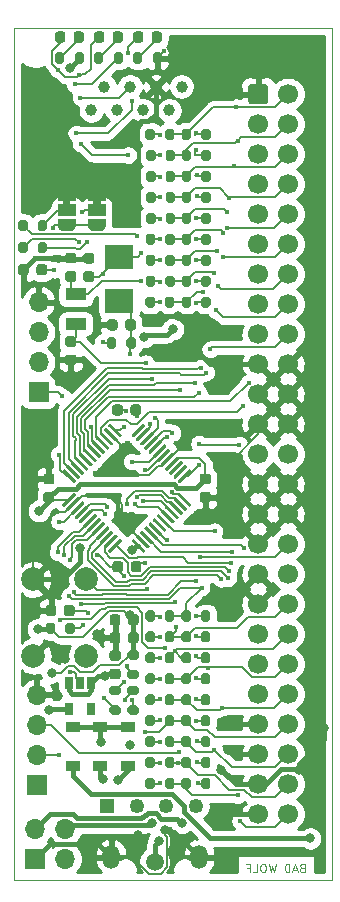
<source format=gbr>
%TF.GenerationSoftware,KiCad,Pcbnew,(5.1.9-16-g1737927814)-1*%
%TF.CreationDate,2021-07-07T15:11:54-05:00*%
%TF.ProjectId,bluepill_scsi,626c7565-7069-46c6-9c5f-736373692e6b,rev?*%
%TF.SameCoordinates,Original*%
%TF.FileFunction,Copper,L2,Bot*%
%TF.FilePolarity,Positive*%
%FSLAX46Y46*%
G04 Gerber Fmt 4.6, Leading zero omitted, Abs format (unit mm)*
G04 Created by KiCad (PCBNEW (5.1.9-16-g1737927814)-1) date 2021-07-07 15:11:54*
%MOMM*%
%LPD*%
G01*
G04 APERTURE LIST*
%TA.AperFunction,NonConductor*%
%ADD10C,0.100000*%
%TD*%
%TA.AperFunction,Profile*%
%ADD11C,0.050000*%
%TD*%
%TA.AperFunction,EtchedComponent*%
%ADD12C,0.150000*%
%TD*%
%TA.AperFunction,SMDPad,CuDef*%
%ADD13C,0.150000*%
%TD*%
%TA.AperFunction,SMDPad,CuDef*%
%ADD14R,1.500000X1.000000*%
%TD*%
%TA.AperFunction,ComponentPad*%
%ADD15O,1.700000X1.700000*%
%TD*%
%TA.AperFunction,ComponentPad*%
%ADD16R,1.700000X1.700000*%
%TD*%
%TA.AperFunction,ComponentPad*%
%ADD17O,1.450000X2.000000*%
%TD*%
%TA.AperFunction,ComponentPad*%
%ADD18C,1.700000*%
%TD*%
%TA.AperFunction,ComponentPad*%
%ADD19C,1.000000*%
%TD*%
%TA.AperFunction,ComponentPad*%
%ADD20C,2.000000*%
%TD*%
%TA.AperFunction,SMDPad,CuDef*%
%ADD21R,1.200000X0.900000*%
%TD*%
%TA.AperFunction,SMDPad,CuDef*%
%ADD22C,1.500000*%
%TD*%
%TA.AperFunction,SMDPad,CuDef*%
%ADD23R,2.400000X2.000000*%
%TD*%
%TA.AperFunction,SMDPad,CuDef*%
%ADD24R,1.800000X1.000000*%
%TD*%
%TA.AperFunction,SMDPad,CuDef*%
%ADD25R,0.650000X1.060000*%
%TD*%
%TA.AperFunction,ComponentPad*%
%ADD26R,1.250000X1.250000*%
%TD*%
%TA.AperFunction,ComponentPad*%
%ADD27C,1.250000*%
%TD*%
%TA.AperFunction,ViaPad*%
%ADD28C,0.400000*%
%TD*%
%TA.AperFunction,ViaPad*%
%ADD29C,0.800000*%
%TD*%
%TA.AperFunction,Conductor*%
%ADD30C,0.150000*%
%TD*%
%TA.AperFunction,Conductor*%
%ADD31C,0.400000*%
%TD*%
%TA.AperFunction,Conductor*%
%ADD32C,0.254000*%
%TD*%
G04 APERTURE END LIST*
D10*
X111040426Y-147417320D02*
X110940426Y-147450653D01*
X110907093Y-147483986D01*
X110873760Y-147550653D01*
X110873760Y-147650653D01*
X110907093Y-147717320D01*
X110940426Y-147750653D01*
X111007093Y-147783986D01*
X111273760Y-147783986D01*
X111273760Y-147083986D01*
X111040426Y-147083986D01*
X110973760Y-147117320D01*
X110940426Y-147150653D01*
X110907093Y-147217320D01*
X110907093Y-147283986D01*
X110940426Y-147350653D01*
X110973760Y-147383986D01*
X111040426Y-147417320D01*
X111273760Y-147417320D01*
X110607093Y-147583986D02*
X110273760Y-147583986D01*
X110673760Y-147783986D02*
X110440426Y-147083986D01*
X110207093Y-147783986D01*
X109973760Y-147783986D02*
X109973760Y-147083986D01*
X109807093Y-147083986D01*
X109707093Y-147117320D01*
X109640426Y-147183986D01*
X109607093Y-147250653D01*
X109573760Y-147383986D01*
X109573760Y-147483986D01*
X109607093Y-147617320D01*
X109640426Y-147683986D01*
X109707093Y-147750653D01*
X109807093Y-147783986D01*
X109973760Y-147783986D01*
X108807093Y-147083986D02*
X108640426Y-147783986D01*
X108507093Y-147283986D01*
X108373760Y-147783986D01*
X108207093Y-147083986D01*
X107807093Y-147083986D02*
X107673760Y-147083986D01*
X107607093Y-147117320D01*
X107540426Y-147183986D01*
X107507093Y-147317320D01*
X107507093Y-147550653D01*
X107540426Y-147683986D01*
X107607093Y-147750653D01*
X107673760Y-147783986D01*
X107807093Y-147783986D01*
X107873760Y-147750653D01*
X107940426Y-147683986D01*
X107973760Y-147550653D01*
X107973760Y-147317320D01*
X107940426Y-147183986D01*
X107873760Y-147117320D01*
X107807093Y-147083986D01*
X106873760Y-147783986D02*
X107207093Y-147783986D01*
X107207093Y-147083986D01*
X106407093Y-147417320D02*
X106640426Y-147417320D01*
X106640426Y-147783986D02*
X106640426Y-147083986D01*
X106307093Y-147083986D01*
D11*
X113538000Y-148475700D02*
X86664800Y-148475700D01*
X113538000Y-76314300D02*
X86664800Y-76314300D01*
X113538000Y-148475700D02*
X113538000Y-76314300D01*
X86664800Y-148475700D02*
X86664800Y-76314300D01*
D12*
%TO.C,JP3*%
G36*
X93375200Y-90819900D02*
G01*
X93375200Y-91319900D01*
X93975200Y-91319900D01*
X93975200Y-90819900D01*
X93375200Y-90819900D01*
G37*
%TO.C,JP4*%
G36*
X90820900Y-90819900D02*
G01*
X90820900Y-91319900D01*
X91420900Y-91319900D01*
X91420900Y-90819900D01*
X90820900Y-90819900D01*
G37*
%TD*%
%TA.AperFunction,SMDPad,CuDef*%
D13*
%TO.P,JP3,1*%
%TO.N,GND*%
G36*
X92925200Y-90969900D02*
G01*
X92925200Y-90419900D01*
X92925802Y-90419900D01*
X92925802Y-90395366D01*
X92930612Y-90346535D01*
X92940184Y-90298410D01*
X92954428Y-90251455D01*
X92973205Y-90206122D01*
X92996336Y-90162849D01*
X93023596Y-90122050D01*
X93054724Y-90084121D01*
X93089421Y-90049424D01*
X93127350Y-90018296D01*
X93168149Y-89991036D01*
X93211422Y-89967905D01*
X93256755Y-89949128D01*
X93303710Y-89934884D01*
X93351835Y-89925312D01*
X93400666Y-89920502D01*
X93425200Y-89920502D01*
X93425200Y-89919900D01*
X93925200Y-89919900D01*
X93925200Y-89920502D01*
X93949734Y-89920502D01*
X93998565Y-89925312D01*
X94046690Y-89934884D01*
X94093645Y-89949128D01*
X94138978Y-89967905D01*
X94182251Y-89991036D01*
X94223050Y-90018296D01*
X94260979Y-90049424D01*
X94295676Y-90084121D01*
X94326804Y-90122050D01*
X94354064Y-90162849D01*
X94377195Y-90206122D01*
X94395972Y-90251455D01*
X94410216Y-90298410D01*
X94419788Y-90346535D01*
X94424598Y-90395366D01*
X94424598Y-90419900D01*
X94425200Y-90419900D01*
X94425200Y-90969900D01*
X92925200Y-90969900D01*
G37*
%TD.AperFunction*%
D14*
%TO.P,JP3,2*%
%TO.N,Net-(JP3-Pad2)*%
X93675200Y-91719900D03*
%TA.AperFunction,SMDPad,CuDef*%
D13*
%TO.P,JP3,3*%
%TO.N,+3V3*%
G36*
X94424598Y-93019900D02*
G01*
X94424598Y-93044434D01*
X94419788Y-93093265D01*
X94410216Y-93141390D01*
X94395972Y-93188345D01*
X94377195Y-93233678D01*
X94354064Y-93276951D01*
X94326804Y-93317750D01*
X94295676Y-93355679D01*
X94260979Y-93390376D01*
X94223050Y-93421504D01*
X94182251Y-93448764D01*
X94138978Y-93471895D01*
X94093645Y-93490672D01*
X94046690Y-93504916D01*
X93998565Y-93514488D01*
X93949734Y-93519298D01*
X93925200Y-93519298D01*
X93925200Y-93519900D01*
X93425200Y-93519900D01*
X93425200Y-93519298D01*
X93400666Y-93519298D01*
X93351835Y-93514488D01*
X93303710Y-93504916D01*
X93256755Y-93490672D01*
X93211422Y-93471895D01*
X93168149Y-93448764D01*
X93127350Y-93421504D01*
X93089421Y-93390376D01*
X93054724Y-93355679D01*
X93023596Y-93317750D01*
X92996336Y-93276951D01*
X92973205Y-93233678D01*
X92954428Y-93188345D01*
X92940184Y-93141390D01*
X92930612Y-93093265D01*
X92925802Y-93044434D01*
X92925802Y-93019900D01*
X92925200Y-93019900D01*
X92925200Y-92469900D01*
X94425200Y-92469900D01*
X94425200Y-93019900D01*
X94424598Y-93019900D01*
G37*
%TD.AperFunction*%
%TD*%
%TA.AperFunction,SMDPad,CuDef*%
%TO.P,JP4,1*%
%TO.N,GND*%
G36*
X90370900Y-90969900D02*
G01*
X90370900Y-90419900D01*
X90371502Y-90419900D01*
X90371502Y-90395366D01*
X90376312Y-90346535D01*
X90385884Y-90298410D01*
X90400128Y-90251455D01*
X90418905Y-90206122D01*
X90442036Y-90162849D01*
X90469296Y-90122050D01*
X90500424Y-90084121D01*
X90535121Y-90049424D01*
X90573050Y-90018296D01*
X90613849Y-89991036D01*
X90657122Y-89967905D01*
X90702455Y-89949128D01*
X90749410Y-89934884D01*
X90797535Y-89925312D01*
X90846366Y-89920502D01*
X90870900Y-89920502D01*
X90870900Y-89919900D01*
X91370900Y-89919900D01*
X91370900Y-89920502D01*
X91395434Y-89920502D01*
X91444265Y-89925312D01*
X91492390Y-89934884D01*
X91539345Y-89949128D01*
X91584678Y-89967905D01*
X91627951Y-89991036D01*
X91668750Y-90018296D01*
X91706679Y-90049424D01*
X91741376Y-90084121D01*
X91772504Y-90122050D01*
X91799764Y-90162849D01*
X91822895Y-90206122D01*
X91841672Y-90251455D01*
X91855916Y-90298410D01*
X91865488Y-90346535D01*
X91870298Y-90395366D01*
X91870298Y-90419900D01*
X91870900Y-90419900D01*
X91870900Y-90969900D01*
X90370900Y-90969900D01*
G37*
%TD.AperFunction*%
D14*
%TO.P,JP4,2*%
%TO.N,Net-(JP4-Pad2)*%
X91120900Y-91719900D03*
%TA.AperFunction,SMDPad,CuDef*%
D13*
%TO.P,JP4,3*%
%TO.N,+3V3*%
G36*
X91870298Y-93019900D02*
G01*
X91870298Y-93044434D01*
X91865488Y-93093265D01*
X91855916Y-93141390D01*
X91841672Y-93188345D01*
X91822895Y-93233678D01*
X91799764Y-93276951D01*
X91772504Y-93317750D01*
X91741376Y-93355679D01*
X91706679Y-93390376D01*
X91668750Y-93421504D01*
X91627951Y-93448764D01*
X91584678Y-93471895D01*
X91539345Y-93490672D01*
X91492390Y-93504916D01*
X91444265Y-93514488D01*
X91395434Y-93519298D01*
X91370900Y-93519298D01*
X91370900Y-93519900D01*
X90870900Y-93519900D01*
X90870900Y-93519298D01*
X90846366Y-93519298D01*
X90797535Y-93514488D01*
X90749410Y-93504916D01*
X90702455Y-93490672D01*
X90657122Y-93471895D01*
X90613849Y-93448764D01*
X90573050Y-93421504D01*
X90535121Y-93390376D01*
X90500424Y-93355679D01*
X90469296Y-93317750D01*
X90442036Y-93276951D01*
X90418905Y-93233678D01*
X90400128Y-93188345D01*
X90385884Y-93141390D01*
X90376312Y-93093265D01*
X90371502Y-93044434D01*
X90371502Y-93019900D01*
X90370900Y-93019900D01*
X90370900Y-92469900D01*
X91870900Y-92469900D01*
X91870900Y-93019900D01*
X91870298Y-93019900D01*
G37*
%TD.AperFunction*%
%TD*%
D15*
%TO.P,J1,4*%
%TO.N,Net-(J1-Pad4)*%
X91008200Y-144139920D03*
%TO.P,J1,3*%
%TO.N,VCC*%
X91008200Y-146679920D03*
%TO.P,J1,2*%
%TO.N,Net-(J1-Pad2)*%
X88468200Y-144139920D03*
D16*
%TO.P,J1,1*%
%TO.N,GND*%
X88468200Y-146679920D03*
%TD*%
D17*
%TO.P,J3,6*%
%TO.N,GND*%
X102327800Y-146511400D03*
X94877800Y-146511400D03*
%TD*%
D18*
%TO.P,J5,50*%
%TO.N,SCSI_IO*%
X109855000Y-142875000D03*
%TO.P,J5,48*%
%TO.N,SCSI_REQ*%
X109855000Y-140335000D03*
%TO.P,J5,46*%
%TO.N,SCSI_CD*%
X109855000Y-137795000D03*
%TO.P,J5,44*%
%TO.N,SCSI_SEL*%
X109855000Y-135255000D03*
%TO.P,J5,42*%
%TO.N,SCSI_MSG*%
X109855000Y-132715000D03*
%TO.P,J5,40*%
%TO.N,SCSI_RST*%
X109855000Y-130175000D03*
%TO.P,J5,38*%
%TO.N,SCSI_ACK*%
X109855000Y-127635000D03*
%TO.P,J5,36*%
%TO.N,SCSI_BSY*%
X109855000Y-125095000D03*
%TO.P,J5,34*%
%TO.N,N/C*%
X109855000Y-122555000D03*
%TO.P,J5,32*%
%TO.N,SCSI_ATN*%
X109855000Y-120015000D03*
%TO.P,J5,30*%
%TO.N,GND*%
X109855000Y-117475000D03*
%TO.P,J5,28*%
X109855000Y-114935000D03*
%TO.P,J5,26*%
%TO.N,/TERM_PWR*%
X109855000Y-112395000D03*
%TO.P,J5,24*%
%TO.N,GND*%
X109855000Y-109855000D03*
%TO.P,J5,22*%
X109855000Y-107315000D03*
%TO.P,J5,20*%
X109855000Y-104775000D03*
%TO.P,J5,18*%
%TO.N,SCSI_DATP*%
X109855000Y-102235000D03*
%TO.P,J5,16*%
%TO.N,SCSI_DAT7*%
X109855000Y-99695000D03*
%TO.P,J5,14*%
%TO.N,SCSI_DAT6*%
X109855000Y-97155000D03*
%TO.P,J5,12*%
%TO.N,SCSI_DAT5*%
X109855000Y-94615000D03*
%TO.P,J5,10*%
%TO.N,SCSI_DAT4*%
X109855000Y-92075000D03*
%TO.P,J5,8*%
%TO.N,SCSI_DAT3*%
X109855000Y-89535000D03*
%TO.P,J5,6*%
%TO.N,SCSI_DAT2*%
X109855000Y-86995000D03*
%TO.P,J5,4*%
%TO.N,SCSI_DAT1*%
X109855000Y-84455000D03*
%TO.P,J5,2*%
%TO.N,SCSI_DAT0*%
X109855000Y-81915000D03*
%TO.P,J5,49*%
%TO.N,GND*%
X107315000Y-142875000D03*
%TO.P,J5,47*%
X107315000Y-140335000D03*
%TO.P,J5,45*%
X107315000Y-137795000D03*
%TO.P,J5,43*%
X107315000Y-135255000D03*
%TO.P,J5,41*%
X107315000Y-132715000D03*
%TO.P,J5,39*%
X107315000Y-130175000D03*
%TO.P,J5,37*%
X107315000Y-127635000D03*
%TO.P,J5,35*%
X107315000Y-125095000D03*
%TO.P,J5,33*%
X107315000Y-122555000D03*
%TO.P,J5,31*%
X107315000Y-120015000D03*
%TO.P,J5,29*%
X107315000Y-117475000D03*
%TO.P,J5,27*%
X107315000Y-114935000D03*
%TO.P,J5,25*%
%TO.N,N/C*%
X107315000Y-112395000D03*
%TO.P,J5,23*%
%TO.N,GND*%
X107315000Y-109855000D03*
%TO.P,J5,21*%
X107315000Y-107315000D03*
%TO.P,J5,19*%
X107315000Y-104775000D03*
%TO.P,J5,17*%
X107315000Y-102235000D03*
%TO.P,J5,15*%
X107315000Y-99695000D03*
%TO.P,J5,13*%
X107315000Y-97155000D03*
%TO.P,J5,11*%
X107315000Y-94615000D03*
%TO.P,J5,9*%
X107315000Y-92075000D03*
%TO.P,J5,7*%
X107315000Y-89535000D03*
%TO.P,J5,5*%
X107315000Y-86995000D03*
%TO.P,J5,3*%
X107315000Y-84455000D03*
%TO.P,J5,1*%
%TA.AperFunction,ComponentPad*%
G36*
G01*
X106465000Y-82515000D02*
X106465000Y-81315000D01*
G75*
G02*
X106715000Y-81065000I250000J0D01*
G01*
X107915000Y-81065000D01*
G75*
G02*
X108165000Y-81315000I0J-250000D01*
G01*
X108165000Y-82515000D01*
G75*
G02*
X107915000Y-82765000I-250000J0D01*
G01*
X106715000Y-82765000D01*
G75*
G02*
X106465000Y-82515000I0J250000D01*
G01*
G37*
%TD.AperFunction*%
%TD*%
D19*
%TO.P,TP13,1*%
%TO.N,Net-(J6-Pad8)*%
X100836400Y-81280000D03*
%TD*%
%TO.P,TP12,1*%
%TO.N,SD_MISO*%
X99786400Y-83299300D03*
%TD*%
%TO.P,TP11,1*%
%TO.N,SD_CLK*%
X97586400Y-83299300D03*
%TD*%
%TO.P,TP10,1*%
%TO.N,SD_MOSI*%
X95386400Y-83299300D03*
%TD*%
%TO.P,TP9,1*%
%TO.N,SD_CS*%
X94286400Y-81280000D03*
%TD*%
%TO.P,TP8,1*%
%TO.N,Net-(J6-Pad1)*%
X93186400Y-83299300D03*
%TD*%
%TO.P,TP7,1*%
%TO.N,GND*%
X98653066Y-81280000D03*
%TD*%
%TO.P,TP6,1*%
%TO.N,+3V3*%
X96469733Y-81280000D03*
%TD*%
D20*
%TO.P,SW1,1*%
%TO.N,GND*%
X88277700Y-123014600D03*
%TO.P,SW1,2*%
%TO.N,/Onboard Blue Pil/Reset*%
X92777700Y-123014600D03*
%TO.P,SW1,1*%
%TO.N,GND*%
X88277700Y-129514600D03*
%TO.P,SW1,2*%
%TO.N,/Onboard Blue Pil/Reset*%
X92777700Y-129514600D03*
%TD*%
D21*
%TO.P,D6,2*%
%TO.N,VBUS*%
X96316800Y-138784600D03*
%TO.P,D6,1*%
%TO.N,VCC*%
X96316800Y-135484600D03*
%TD*%
%TO.P,D4,2*%
%TO.N,/TERM_PWR*%
X91605100Y-138784600D03*
%TO.P,D4,1*%
%TO.N,VCC*%
X91605100Y-135484600D03*
%TD*%
%TO.P,D3,2*%
%TO.N,/BERG_5V*%
X93967300Y-138784600D03*
%TO.P,D3,1*%
%TO.N,VCC*%
X93967300Y-135484600D03*
%TD*%
%TO.P,R47,2*%
%TO.N,SCSI_DAT7*%
%TA.AperFunction,SMDPad,CuDef*%
G36*
G01*
X101644900Y-97480075D02*
X101644900Y-98030075D01*
G75*
G02*
X101444900Y-98230075I-200000J0D01*
G01*
X101044900Y-98230075D01*
G75*
G02*
X100844900Y-98030075I0J200000D01*
G01*
X100844900Y-97480075D01*
G75*
G02*
X101044900Y-97280075I200000J0D01*
G01*
X101444900Y-97280075D01*
G75*
G02*
X101644900Y-97480075I0J-200000D01*
G01*
G37*
%TD.AperFunction*%
%TO.P,R47,1*%
%TO.N,Net-(J1-Pad2)*%
%TA.AperFunction,SMDPad,CuDef*%
G36*
G01*
X103294900Y-97480075D02*
X103294900Y-98030075D01*
G75*
G02*
X103094900Y-98230075I-200000J0D01*
G01*
X102694900Y-98230075D01*
G75*
G02*
X102494900Y-98030075I0J200000D01*
G01*
X102494900Y-97480075D01*
G75*
G02*
X102694900Y-97280075I200000J0D01*
G01*
X103094900Y-97280075D01*
G75*
G02*
X103294900Y-97480075I0J-200000D01*
G01*
G37*
%TD.AperFunction*%
%TD*%
%TO.P,R46,2*%
%TO.N,SCSI_DAT7*%
%TA.AperFunction,SMDPad,CuDef*%
G36*
G01*
X99472300Y-98030075D02*
X99472300Y-97480075D01*
G75*
G02*
X99672300Y-97280075I200000J0D01*
G01*
X100072300Y-97280075D01*
G75*
G02*
X100272300Y-97480075I0J-200000D01*
G01*
X100272300Y-98030075D01*
G75*
G02*
X100072300Y-98230075I-200000J0D01*
G01*
X99672300Y-98230075D01*
G75*
G02*
X99472300Y-98030075I0J200000D01*
G01*
G37*
%TD.AperFunction*%
%TO.P,R46,1*%
%TO.N,Net-(J1-Pad4)*%
%TA.AperFunction,SMDPad,CuDef*%
G36*
G01*
X97822300Y-98030075D02*
X97822300Y-97480075D01*
G75*
G02*
X98022300Y-97280075I200000J0D01*
G01*
X98422300Y-97280075D01*
G75*
G02*
X98622300Y-97480075I0J-200000D01*
G01*
X98622300Y-98030075D01*
G75*
G02*
X98422300Y-98230075I-200000J0D01*
G01*
X98022300Y-98230075D01*
G75*
G02*
X97822300Y-98030075I0J200000D01*
G01*
G37*
%TD.AperFunction*%
%TD*%
%TO.P,R45,2*%
%TO.N,SCSI_DAT6*%
%TA.AperFunction,SMDPad,CuDef*%
G36*
G01*
X101644900Y-95705250D02*
X101644900Y-96255250D01*
G75*
G02*
X101444900Y-96455250I-200000J0D01*
G01*
X101044900Y-96455250D01*
G75*
G02*
X100844900Y-96255250I0J200000D01*
G01*
X100844900Y-95705250D01*
G75*
G02*
X101044900Y-95505250I200000J0D01*
G01*
X101444900Y-95505250D01*
G75*
G02*
X101644900Y-95705250I0J-200000D01*
G01*
G37*
%TD.AperFunction*%
%TO.P,R45,1*%
%TO.N,Net-(J1-Pad2)*%
%TA.AperFunction,SMDPad,CuDef*%
G36*
G01*
X103294900Y-95705250D02*
X103294900Y-96255250D01*
G75*
G02*
X103094900Y-96455250I-200000J0D01*
G01*
X102694900Y-96455250D01*
G75*
G02*
X102494900Y-96255250I0J200000D01*
G01*
X102494900Y-95705250D01*
G75*
G02*
X102694900Y-95505250I200000J0D01*
G01*
X103094900Y-95505250D01*
G75*
G02*
X103294900Y-95705250I0J-200000D01*
G01*
G37*
%TD.AperFunction*%
%TD*%
%TO.P,R44,2*%
%TO.N,SCSI_DAT6*%
%TA.AperFunction,SMDPad,CuDef*%
G36*
G01*
X99472300Y-96255250D02*
X99472300Y-95705250D01*
G75*
G02*
X99672300Y-95505250I200000J0D01*
G01*
X100072300Y-95505250D01*
G75*
G02*
X100272300Y-95705250I0J-200000D01*
G01*
X100272300Y-96255250D01*
G75*
G02*
X100072300Y-96455250I-200000J0D01*
G01*
X99672300Y-96455250D01*
G75*
G02*
X99472300Y-96255250I0J200000D01*
G01*
G37*
%TD.AperFunction*%
%TO.P,R44,1*%
%TO.N,Net-(J1-Pad4)*%
%TA.AperFunction,SMDPad,CuDef*%
G36*
G01*
X97822300Y-96255250D02*
X97822300Y-95705250D01*
G75*
G02*
X98022300Y-95505250I200000J0D01*
G01*
X98422300Y-95505250D01*
G75*
G02*
X98622300Y-95705250I0J-200000D01*
G01*
X98622300Y-96255250D01*
G75*
G02*
X98422300Y-96455250I-200000J0D01*
G01*
X98022300Y-96455250D01*
G75*
G02*
X97822300Y-96255250I0J200000D01*
G01*
G37*
%TD.AperFunction*%
%TD*%
%TO.P,R43,2*%
%TO.N,SCSI_DAT5*%
%TA.AperFunction,SMDPad,CuDef*%
G36*
G01*
X101644900Y-93930425D02*
X101644900Y-94480425D01*
G75*
G02*
X101444900Y-94680425I-200000J0D01*
G01*
X101044900Y-94680425D01*
G75*
G02*
X100844900Y-94480425I0J200000D01*
G01*
X100844900Y-93930425D01*
G75*
G02*
X101044900Y-93730425I200000J0D01*
G01*
X101444900Y-93730425D01*
G75*
G02*
X101644900Y-93930425I0J-200000D01*
G01*
G37*
%TD.AperFunction*%
%TO.P,R43,1*%
%TO.N,Net-(J1-Pad2)*%
%TA.AperFunction,SMDPad,CuDef*%
G36*
G01*
X103294900Y-93930425D02*
X103294900Y-94480425D01*
G75*
G02*
X103094900Y-94680425I-200000J0D01*
G01*
X102694900Y-94680425D01*
G75*
G02*
X102494900Y-94480425I0J200000D01*
G01*
X102494900Y-93930425D01*
G75*
G02*
X102694900Y-93730425I200000J0D01*
G01*
X103094900Y-93730425D01*
G75*
G02*
X103294900Y-93930425I0J-200000D01*
G01*
G37*
%TD.AperFunction*%
%TD*%
%TO.P,R42,2*%
%TO.N,SCSI_DAT5*%
%TA.AperFunction,SMDPad,CuDef*%
G36*
G01*
X99472300Y-94480425D02*
X99472300Y-93930425D01*
G75*
G02*
X99672300Y-93730425I200000J0D01*
G01*
X100072300Y-93730425D01*
G75*
G02*
X100272300Y-93930425I0J-200000D01*
G01*
X100272300Y-94480425D01*
G75*
G02*
X100072300Y-94680425I-200000J0D01*
G01*
X99672300Y-94680425D01*
G75*
G02*
X99472300Y-94480425I0J200000D01*
G01*
G37*
%TD.AperFunction*%
%TO.P,R42,1*%
%TO.N,Net-(J1-Pad4)*%
%TA.AperFunction,SMDPad,CuDef*%
G36*
G01*
X97822300Y-94480425D02*
X97822300Y-93930425D01*
G75*
G02*
X98022300Y-93730425I200000J0D01*
G01*
X98422300Y-93730425D01*
G75*
G02*
X98622300Y-93930425I0J-200000D01*
G01*
X98622300Y-94480425D01*
G75*
G02*
X98422300Y-94680425I-200000J0D01*
G01*
X98022300Y-94680425D01*
G75*
G02*
X97822300Y-94480425I0J200000D01*
G01*
G37*
%TD.AperFunction*%
%TD*%
%TO.P,R41,2*%
%TO.N,SCSI_DAT4*%
%TA.AperFunction,SMDPad,CuDef*%
G36*
G01*
X101644900Y-92155600D02*
X101644900Y-92705600D01*
G75*
G02*
X101444900Y-92905600I-200000J0D01*
G01*
X101044900Y-92905600D01*
G75*
G02*
X100844900Y-92705600I0J200000D01*
G01*
X100844900Y-92155600D01*
G75*
G02*
X101044900Y-91955600I200000J0D01*
G01*
X101444900Y-91955600D01*
G75*
G02*
X101644900Y-92155600I0J-200000D01*
G01*
G37*
%TD.AperFunction*%
%TO.P,R41,1*%
%TO.N,Net-(J1-Pad2)*%
%TA.AperFunction,SMDPad,CuDef*%
G36*
G01*
X103294900Y-92155600D02*
X103294900Y-92705600D01*
G75*
G02*
X103094900Y-92905600I-200000J0D01*
G01*
X102694900Y-92905600D01*
G75*
G02*
X102494900Y-92705600I0J200000D01*
G01*
X102494900Y-92155600D01*
G75*
G02*
X102694900Y-91955600I200000J0D01*
G01*
X103094900Y-91955600D01*
G75*
G02*
X103294900Y-92155600I0J-200000D01*
G01*
G37*
%TD.AperFunction*%
%TD*%
%TO.P,R40,2*%
%TO.N,SCSI_DAT4*%
%TA.AperFunction,SMDPad,CuDef*%
G36*
G01*
X99485000Y-92705600D02*
X99485000Y-92155600D01*
G75*
G02*
X99685000Y-91955600I200000J0D01*
G01*
X100085000Y-91955600D01*
G75*
G02*
X100285000Y-92155600I0J-200000D01*
G01*
X100285000Y-92705600D01*
G75*
G02*
X100085000Y-92905600I-200000J0D01*
G01*
X99685000Y-92905600D01*
G75*
G02*
X99485000Y-92705600I0J200000D01*
G01*
G37*
%TD.AperFunction*%
%TO.P,R40,1*%
%TO.N,Net-(J1-Pad4)*%
%TA.AperFunction,SMDPad,CuDef*%
G36*
G01*
X97835000Y-92705600D02*
X97835000Y-92155600D01*
G75*
G02*
X98035000Y-91955600I200000J0D01*
G01*
X98435000Y-91955600D01*
G75*
G02*
X98635000Y-92155600I0J-200000D01*
G01*
X98635000Y-92705600D01*
G75*
G02*
X98435000Y-92905600I-200000J0D01*
G01*
X98035000Y-92905600D01*
G75*
G02*
X97835000Y-92705600I0J200000D01*
G01*
G37*
%TD.AperFunction*%
%TD*%
%TO.P,R39,2*%
%TO.N,SCSI_DAT3*%
%TA.AperFunction,SMDPad,CuDef*%
G36*
G01*
X101644900Y-90380775D02*
X101644900Y-90930775D01*
G75*
G02*
X101444900Y-91130775I-200000J0D01*
G01*
X101044900Y-91130775D01*
G75*
G02*
X100844900Y-90930775I0J200000D01*
G01*
X100844900Y-90380775D01*
G75*
G02*
X101044900Y-90180775I200000J0D01*
G01*
X101444900Y-90180775D01*
G75*
G02*
X101644900Y-90380775I0J-200000D01*
G01*
G37*
%TD.AperFunction*%
%TO.P,R39,1*%
%TO.N,Net-(J1-Pad2)*%
%TA.AperFunction,SMDPad,CuDef*%
G36*
G01*
X103294900Y-90380775D02*
X103294900Y-90930775D01*
G75*
G02*
X103094900Y-91130775I-200000J0D01*
G01*
X102694900Y-91130775D01*
G75*
G02*
X102494900Y-90930775I0J200000D01*
G01*
X102494900Y-90380775D01*
G75*
G02*
X102694900Y-90180775I200000J0D01*
G01*
X103094900Y-90180775D01*
G75*
G02*
X103294900Y-90380775I0J-200000D01*
G01*
G37*
%TD.AperFunction*%
%TD*%
%TO.P,R38,2*%
%TO.N,SCSI_DAT3*%
%TA.AperFunction,SMDPad,CuDef*%
G36*
G01*
X99485000Y-90930775D02*
X99485000Y-90380775D01*
G75*
G02*
X99685000Y-90180775I200000J0D01*
G01*
X100085000Y-90180775D01*
G75*
G02*
X100285000Y-90380775I0J-200000D01*
G01*
X100285000Y-90930775D01*
G75*
G02*
X100085000Y-91130775I-200000J0D01*
G01*
X99685000Y-91130775D01*
G75*
G02*
X99485000Y-90930775I0J200000D01*
G01*
G37*
%TD.AperFunction*%
%TO.P,R38,1*%
%TO.N,Net-(J1-Pad4)*%
%TA.AperFunction,SMDPad,CuDef*%
G36*
G01*
X97835000Y-90930775D02*
X97835000Y-90380775D01*
G75*
G02*
X98035000Y-90180775I200000J0D01*
G01*
X98435000Y-90180775D01*
G75*
G02*
X98635000Y-90380775I0J-200000D01*
G01*
X98635000Y-90930775D01*
G75*
G02*
X98435000Y-91130775I-200000J0D01*
G01*
X98035000Y-91130775D01*
G75*
G02*
X97835000Y-90930775I0J200000D01*
G01*
G37*
%TD.AperFunction*%
%TD*%
%TO.P,R37,2*%
%TO.N,SCSI_DAT2*%
%TA.AperFunction,SMDPad,CuDef*%
G36*
G01*
X101644900Y-88605950D02*
X101644900Y-89155950D01*
G75*
G02*
X101444900Y-89355950I-200000J0D01*
G01*
X101044900Y-89355950D01*
G75*
G02*
X100844900Y-89155950I0J200000D01*
G01*
X100844900Y-88605950D01*
G75*
G02*
X101044900Y-88405950I200000J0D01*
G01*
X101444900Y-88405950D01*
G75*
G02*
X101644900Y-88605950I0J-200000D01*
G01*
G37*
%TD.AperFunction*%
%TO.P,R37,1*%
%TO.N,Net-(J1-Pad2)*%
%TA.AperFunction,SMDPad,CuDef*%
G36*
G01*
X103294900Y-88605950D02*
X103294900Y-89155950D01*
G75*
G02*
X103094900Y-89355950I-200000J0D01*
G01*
X102694900Y-89355950D01*
G75*
G02*
X102494900Y-89155950I0J200000D01*
G01*
X102494900Y-88605950D01*
G75*
G02*
X102694900Y-88405950I200000J0D01*
G01*
X103094900Y-88405950D01*
G75*
G02*
X103294900Y-88605950I0J-200000D01*
G01*
G37*
%TD.AperFunction*%
%TD*%
%TO.P,R36,2*%
%TO.N,SCSI_DAT2*%
%TA.AperFunction,SMDPad,CuDef*%
G36*
G01*
X99485000Y-89155950D02*
X99485000Y-88605950D01*
G75*
G02*
X99685000Y-88405950I200000J0D01*
G01*
X100085000Y-88405950D01*
G75*
G02*
X100285000Y-88605950I0J-200000D01*
G01*
X100285000Y-89155950D01*
G75*
G02*
X100085000Y-89355950I-200000J0D01*
G01*
X99685000Y-89355950D01*
G75*
G02*
X99485000Y-89155950I0J200000D01*
G01*
G37*
%TD.AperFunction*%
%TO.P,R36,1*%
%TO.N,Net-(J1-Pad4)*%
%TA.AperFunction,SMDPad,CuDef*%
G36*
G01*
X97835000Y-89155950D02*
X97835000Y-88605950D01*
G75*
G02*
X98035000Y-88405950I200000J0D01*
G01*
X98435000Y-88405950D01*
G75*
G02*
X98635000Y-88605950I0J-200000D01*
G01*
X98635000Y-89155950D01*
G75*
G02*
X98435000Y-89355950I-200000J0D01*
G01*
X98035000Y-89355950D01*
G75*
G02*
X97835000Y-89155950I0J200000D01*
G01*
G37*
%TD.AperFunction*%
%TD*%
%TO.P,R35,2*%
%TO.N,SCSI_DAT1*%
%TA.AperFunction,SMDPad,CuDef*%
G36*
G01*
X101644900Y-86831125D02*
X101644900Y-87381125D01*
G75*
G02*
X101444900Y-87581125I-200000J0D01*
G01*
X101044900Y-87581125D01*
G75*
G02*
X100844900Y-87381125I0J200000D01*
G01*
X100844900Y-86831125D01*
G75*
G02*
X101044900Y-86631125I200000J0D01*
G01*
X101444900Y-86631125D01*
G75*
G02*
X101644900Y-86831125I0J-200000D01*
G01*
G37*
%TD.AperFunction*%
%TO.P,R35,1*%
%TO.N,Net-(J1-Pad2)*%
%TA.AperFunction,SMDPad,CuDef*%
G36*
G01*
X103294900Y-86831125D02*
X103294900Y-87381125D01*
G75*
G02*
X103094900Y-87581125I-200000J0D01*
G01*
X102694900Y-87581125D01*
G75*
G02*
X102494900Y-87381125I0J200000D01*
G01*
X102494900Y-86831125D01*
G75*
G02*
X102694900Y-86631125I200000J0D01*
G01*
X103094900Y-86631125D01*
G75*
G02*
X103294900Y-86831125I0J-200000D01*
G01*
G37*
%TD.AperFunction*%
%TD*%
%TO.P,R34,2*%
%TO.N,SCSI_DAT1*%
%TA.AperFunction,SMDPad,CuDef*%
G36*
G01*
X99485000Y-87381125D02*
X99485000Y-86831125D01*
G75*
G02*
X99685000Y-86631125I200000J0D01*
G01*
X100085000Y-86631125D01*
G75*
G02*
X100285000Y-86831125I0J-200000D01*
G01*
X100285000Y-87381125D01*
G75*
G02*
X100085000Y-87581125I-200000J0D01*
G01*
X99685000Y-87581125D01*
G75*
G02*
X99485000Y-87381125I0J200000D01*
G01*
G37*
%TD.AperFunction*%
%TO.P,R34,1*%
%TO.N,Net-(J1-Pad4)*%
%TA.AperFunction,SMDPad,CuDef*%
G36*
G01*
X97835000Y-87381125D02*
X97835000Y-86831125D01*
G75*
G02*
X98035000Y-86631125I200000J0D01*
G01*
X98435000Y-86631125D01*
G75*
G02*
X98635000Y-86831125I0J-200000D01*
G01*
X98635000Y-87381125D01*
G75*
G02*
X98435000Y-87581125I-200000J0D01*
G01*
X98035000Y-87581125D01*
G75*
G02*
X97835000Y-87381125I0J200000D01*
G01*
G37*
%TD.AperFunction*%
%TD*%
%TO.P,R33,2*%
%TO.N,SCSI_DAT0*%
%TA.AperFunction,SMDPad,CuDef*%
G36*
G01*
X101644900Y-85056300D02*
X101644900Y-85606300D01*
G75*
G02*
X101444900Y-85806300I-200000J0D01*
G01*
X101044900Y-85806300D01*
G75*
G02*
X100844900Y-85606300I0J200000D01*
G01*
X100844900Y-85056300D01*
G75*
G02*
X101044900Y-84856300I200000J0D01*
G01*
X101444900Y-84856300D01*
G75*
G02*
X101644900Y-85056300I0J-200000D01*
G01*
G37*
%TD.AperFunction*%
%TO.P,R33,1*%
%TO.N,Net-(J1-Pad2)*%
%TA.AperFunction,SMDPad,CuDef*%
G36*
G01*
X103294900Y-85056300D02*
X103294900Y-85606300D01*
G75*
G02*
X103094900Y-85806300I-200000J0D01*
G01*
X102694900Y-85806300D01*
G75*
G02*
X102494900Y-85606300I0J200000D01*
G01*
X102494900Y-85056300D01*
G75*
G02*
X102694900Y-84856300I200000J0D01*
G01*
X103094900Y-84856300D01*
G75*
G02*
X103294900Y-85056300I0J-200000D01*
G01*
G37*
%TD.AperFunction*%
%TD*%
%TO.P,R32,2*%
%TO.N,SCSI_DAT0*%
%TA.AperFunction,SMDPad,CuDef*%
G36*
G01*
X99434200Y-85606300D02*
X99434200Y-85056300D01*
G75*
G02*
X99634200Y-84856300I200000J0D01*
G01*
X100034200Y-84856300D01*
G75*
G02*
X100234200Y-85056300I0J-200000D01*
G01*
X100234200Y-85606300D01*
G75*
G02*
X100034200Y-85806300I-200000J0D01*
G01*
X99634200Y-85806300D01*
G75*
G02*
X99434200Y-85606300I0J200000D01*
G01*
G37*
%TD.AperFunction*%
%TO.P,R32,1*%
%TO.N,Net-(J1-Pad4)*%
%TA.AperFunction,SMDPad,CuDef*%
G36*
G01*
X97784200Y-85606300D02*
X97784200Y-85056300D01*
G75*
G02*
X97984200Y-84856300I200000J0D01*
G01*
X98384200Y-84856300D01*
G75*
G02*
X98584200Y-85056300I0J-200000D01*
G01*
X98584200Y-85606300D01*
G75*
G02*
X98384200Y-85806300I-200000J0D01*
G01*
X97984200Y-85806300D01*
G75*
G02*
X97784200Y-85606300I0J200000D01*
G01*
G37*
%TD.AperFunction*%
%TD*%
%TO.P,R31,2*%
%TO.N,SCSI_DATP*%
%TA.AperFunction,SMDPad,CuDef*%
G36*
G01*
X101644900Y-99254900D02*
X101644900Y-99804900D01*
G75*
G02*
X101444900Y-100004900I-200000J0D01*
G01*
X101044900Y-100004900D01*
G75*
G02*
X100844900Y-99804900I0J200000D01*
G01*
X100844900Y-99254900D01*
G75*
G02*
X101044900Y-99054900I200000J0D01*
G01*
X101444900Y-99054900D01*
G75*
G02*
X101644900Y-99254900I0J-200000D01*
G01*
G37*
%TD.AperFunction*%
%TO.P,R31,1*%
%TO.N,Net-(J1-Pad2)*%
%TA.AperFunction,SMDPad,CuDef*%
G36*
G01*
X103294900Y-99254900D02*
X103294900Y-99804900D01*
G75*
G02*
X103094900Y-100004900I-200000J0D01*
G01*
X102694900Y-100004900D01*
G75*
G02*
X102494900Y-99804900I0J200000D01*
G01*
X102494900Y-99254900D01*
G75*
G02*
X102694900Y-99054900I200000J0D01*
G01*
X103094900Y-99054900D01*
G75*
G02*
X103294900Y-99254900I0J-200000D01*
G01*
G37*
%TD.AperFunction*%
%TD*%
%TO.P,R30,2*%
%TO.N,SCSI_DATP*%
%TA.AperFunction,SMDPad,CuDef*%
G36*
G01*
X99434200Y-99804900D02*
X99434200Y-99254900D01*
G75*
G02*
X99634200Y-99054900I200000J0D01*
G01*
X100034200Y-99054900D01*
G75*
G02*
X100234200Y-99254900I0J-200000D01*
G01*
X100234200Y-99804900D01*
G75*
G02*
X100034200Y-100004900I-200000J0D01*
G01*
X99634200Y-100004900D01*
G75*
G02*
X99434200Y-99804900I0J200000D01*
G01*
G37*
%TD.AperFunction*%
%TO.P,R30,1*%
%TO.N,Net-(J1-Pad4)*%
%TA.AperFunction,SMDPad,CuDef*%
G36*
G01*
X97784200Y-99804900D02*
X97784200Y-99254900D01*
G75*
G02*
X97984200Y-99054900I200000J0D01*
G01*
X98384200Y-99054900D01*
G75*
G02*
X98584200Y-99254900I0J-200000D01*
G01*
X98584200Y-99804900D01*
G75*
G02*
X98384200Y-100004900I-200000J0D01*
G01*
X97984200Y-100004900D01*
G75*
G02*
X97784200Y-99804900I0J200000D01*
G01*
G37*
%TD.AperFunction*%
%TD*%
%TO.P,R29,2*%
%TO.N,SCSI_ATN*%
%TA.AperFunction,SMDPad,CuDef*%
G36*
G01*
X101632200Y-125823300D02*
X101632200Y-126373300D01*
G75*
G02*
X101432200Y-126573300I-200000J0D01*
G01*
X101032200Y-126573300D01*
G75*
G02*
X100832200Y-126373300I0J200000D01*
G01*
X100832200Y-125823300D01*
G75*
G02*
X101032200Y-125623300I200000J0D01*
G01*
X101432200Y-125623300D01*
G75*
G02*
X101632200Y-125823300I0J-200000D01*
G01*
G37*
%TD.AperFunction*%
%TO.P,R29,1*%
%TO.N,Net-(J1-Pad2)*%
%TA.AperFunction,SMDPad,CuDef*%
G36*
G01*
X103282200Y-125823300D02*
X103282200Y-126373300D01*
G75*
G02*
X103082200Y-126573300I-200000J0D01*
G01*
X102682200Y-126573300D01*
G75*
G02*
X102482200Y-126373300I0J200000D01*
G01*
X102482200Y-125823300D01*
G75*
G02*
X102682200Y-125623300I200000J0D01*
G01*
X103082200Y-125623300D01*
G75*
G02*
X103282200Y-125823300I0J-200000D01*
G01*
G37*
%TD.AperFunction*%
%TD*%
%TO.P,R28,2*%
%TO.N,SCSI_ATN*%
%TA.AperFunction,SMDPad,CuDef*%
G36*
G01*
X99434200Y-126373300D02*
X99434200Y-125823300D01*
G75*
G02*
X99634200Y-125623300I200000J0D01*
G01*
X100034200Y-125623300D01*
G75*
G02*
X100234200Y-125823300I0J-200000D01*
G01*
X100234200Y-126373300D01*
G75*
G02*
X100034200Y-126573300I-200000J0D01*
G01*
X99634200Y-126573300D01*
G75*
G02*
X99434200Y-126373300I0J200000D01*
G01*
G37*
%TD.AperFunction*%
%TO.P,R28,1*%
%TO.N,Net-(J1-Pad4)*%
%TA.AperFunction,SMDPad,CuDef*%
G36*
G01*
X97784200Y-126373300D02*
X97784200Y-125823300D01*
G75*
G02*
X97984200Y-125623300I200000J0D01*
G01*
X98384200Y-125623300D01*
G75*
G02*
X98584200Y-125823300I0J-200000D01*
G01*
X98584200Y-126373300D01*
G75*
G02*
X98384200Y-126573300I-200000J0D01*
G01*
X97984200Y-126573300D01*
G75*
G02*
X97784200Y-126373300I0J200000D01*
G01*
G37*
%TD.AperFunction*%
%TD*%
%TO.P,R27,2*%
%TO.N,SCSI_ACK*%
%TA.AperFunction,SMDPad,CuDef*%
G36*
G01*
X101632200Y-129372950D02*
X101632200Y-129922950D01*
G75*
G02*
X101432200Y-130122950I-200000J0D01*
G01*
X101032200Y-130122950D01*
G75*
G02*
X100832200Y-129922950I0J200000D01*
G01*
X100832200Y-129372950D01*
G75*
G02*
X101032200Y-129172950I200000J0D01*
G01*
X101432200Y-129172950D01*
G75*
G02*
X101632200Y-129372950I0J-200000D01*
G01*
G37*
%TD.AperFunction*%
%TO.P,R27,1*%
%TO.N,Net-(J1-Pad2)*%
%TA.AperFunction,SMDPad,CuDef*%
G36*
G01*
X103282200Y-129372950D02*
X103282200Y-129922950D01*
G75*
G02*
X103082200Y-130122950I-200000J0D01*
G01*
X102682200Y-130122950D01*
G75*
G02*
X102482200Y-129922950I0J200000D01*
G01*
X102482200Y-129372950D01*
G75*
G02*
X102682200Y-129172950I200000J0D01*
G01*
X103082200Y-129172950D01*
G75*
G02*
X103282200Y-129372950I0J-200000D01*
G01*
G37*
%TD.AperFunction*%
%TD*%
%TO.P,R26,2*%
%TO.N,SCSI_ACK*%
%TA.AperFunction,SMDPad,CuDef*%
G36*
G01*
X99434200Y-129922950D02*
X99434200Y-129372950D01*
G75*
G02*
X99634200Y-129172950I200000J0D01*
G01*
X100034200Y-129172950D01*
G75*
G02*
X100234200Y-129372950I0J-200000D01*
G01*
X100234200Y-129922950D01*
G75*
G02*
X100034200Y-130122950I-200000J0D01*
G01*
X99634200Y-130122950D01*
G75*
G02*
X99434200Y-129922950I0J200000D01*
G01*
G37*
%TD.AperFunction*%
%TO.P,R26,1*%
%TO.N,Net-(J1-Pad4)*%
%TA.AperFunction,SMDPad,CuDef*%
G36*
G01*
X97784200Y-129922950D02*
X97784200Y-129372950D01*
G75*
G02*
X97984200Y-129172950I200000J0D01*
G01*
X98384200Y-129172950D01*
G75*
G02*
X98584200Y-129372950I0J-200000D01*
G01*
X98584200Y-129922950D01*
G75*
G02*
X98384200Y-130122950I-200000J0D01*
G01*
X97984200Y-130122950D01*
G75*
G02*
X97784200Y-129922950I0J200000D01*
G01*
G37*
%TD.AperFunction*%
%TD*%
%TO.P,R25,2*%
%TO.N,SCSI_RST*%
%TA.AperFunction,SMDPad,CuDef*%
G36*
G01*
X101632200Y-131147775D02*
X101632200Y-131697775D01*
G75*
G02*
X101432200Y-131897775I-200000J0D01*
G01*
X101032200Y-131897775D01*
G75*
G02*
X100832200Y-131697775I0J200000D01*
G01*
X100832200Y-131147775D01*
G75*
G02*
X101032200Y-130947775I200000J0D01*
G01*
X101432200Y-130947775D01*
G75*
G02*
X101632200Y-131147775I0J-200000D01*
G01*
G37*
%TD.AperFunction*%
%TO.P,R25,1*%
%TO.N,Net-(J1-Pad2)*%
%TA.AperFunction,SMDPad,CuDef*%
G36*
G01*
X103282200Y-131147775D02*
X103282200Y-131697775D01*
G75*
G02*
X103082200Y-131897775I-200000J0D01*
G01*
X102682200Y-131897775D01*
G75*
G02*
X102482200Y-131697775I0J200000D01*
G01*
X102482200Y-131147775D01*
G75*
G02*
X102682200Y-130947775I200000J0D01*
G01*
X103082200Y-130947775D01*
G75*
G02*
X103282200Y-131147775I0J-200000D01*
G01*
G37*
%TD.AperFunction*%
%TD*%
%TO.P,R24,2*%
%TO.N,SCSI_RST*%
%TA.AperFunction,SMDPad,CuDef*%
G36*
G01*
X99434200Y-131697775D02*
X99434200Y-131147775D01*
G75*
G02*
X99634200Y-130947775I200000J0D01*
G01*
X100034200Y-130947775D01*
G75*
G02*
X100234200Y-131147775I0J-200000D01*
G01*
X100234200Y-131697775D01*
G75*
G02*
X100034200Y-131897775I-200000J0D01*
G01*
X99634200Y-131897775D01*
G75*
G02*
X99434200Y-131697775I0J200000D01*
G01*
G37*
%TD.AperFunction*%
%TO.P,R24,1*%
%TO.N,Net-(J1-Pad4)*%
%TA.AperFunction,SMDPad,CuDef*%
G36*
G01*
X97784200Y-131697775D02*
X97784200Y-131147775D01*
G75*
G02*
X97984200Y-130947775I200000J0D01*
G01*
X98384200Y-130947775D01*
G75*
G02*
X98584200Y-131147775I0J-200000D01*
G01*
X98584200Y-131697775D01*
G75*
G02*
X98384200Y-131897775I-200000J0D01*
G01*
X97984200Y-131897775D01*
G75*
G02*
X97784200Y-131697775I0J200000D01*
G01*
G37*
%TD.AperFunction*%
%TD*%
%TO.P,R23,2*%
%TO.N,SCSI_SEL*%
%TA.AperFunction,SMDPad,CuDef*%
G36*
G01*
X101632200Y-134697425D02*
X101632200Y-135247425D01*
G75*
G02*
X101432200Y-135447425I-200000J0D01*
G01*
X101032200Y-135447425D01*
G75*
G02*
X100832200Y-135247425I0J200000D01*
G01*
X100832200Y-134697425D01*
G75*
G02*
X101032200Y-134497425I200000J0D01*
G01*
X101432200Y-134497425D01*
G75*
G02*
X101632200Y-134697425I0J-200000D01*
G01*
G37*
%TD.AperFunction*%
%TO.P,R23,1*%
%TO.N,Net-(J1-Pad2)*%
%TA.AperFunction,SMDPad,CuDef*%
G36*
G01*
X103282200Y-134697425D02*
X103282200Y-135247425D01*
G75*
G02*
X103082200Y-135447425I-200000J0D01*
G01*
X102682200Y-135447425D01*
G75*
G02*
X102482200Y-135247425I0J200000D01*
G01*
X102482200Y-134697425D01*
G75*
G02*
X102682200Y-134497425I200000J0D01*
G01*
X103082200Y-134497425D01*
G75*
G02*
X103282200Y-134697425I0J-200000D01*
G01*
G37*
%TD.AperFunction*%
%TD*%
%TO.P,R22,2*%
%TO.N,SCSI_SEL*%
%TA.AperFunction,SMDPad,CuDef*%
G36*
G01*
X99434200Y-135247425D02*
X99434200Y-134697425D01*
G75*
G02*
X99634200Y-134497425I200000J0D01*
G01*
X100034200Y-134497425D01*
G75*
G02*
X100234200Y-134697425I0J-200000D01*
G01*
X100234200Y-135247425D01*
G75*
G02*
X100034200Y-135447425I-200000J0D01*
G01*
X99634200Y-135447425D01*
G75*
G02*
X99434200Y-135247425I0J200000D01*
G01*
G37*
%TD.AperFunction*%
%TO.P,R22,1*%
%TO.N,Net-(J1-Pad4)*%
%TA.AperFunction,SMDPad,CuDef*%
G36*
G01*
X97784200Y-135247425D02*
X97784200Y-134697425D01*
G75*
G02*
X97984200Y-134497425I200000J0D01*
G01*
X98384200Y-134497425D01*
G75*
G02*
X98584200Y-134697425I0J-200000D01*
G01*
X98584200Y-135247425D01*
G75*
G02*
X98384200Y-135447425I-200000J0D01*
G01*
X97984200Y-135447425D01*
G75*
G02*
X97784200Y-135247425I0J200000D01*
G01*
G37*
%TD.AperFunction*%
%TD*%
%TO.P,R21,2*%
%TO.N,SCSI_BSY*%
%TA.AperFunction,SMDPad,CuDef*%
G36*
G01*
X101632200Y-127598125D02*
X101632200Y-128148125D01*
G75*
G02*
X101432200Y-128348125I-200000J0D01*
G01*
X101032200Y-128348125D01*
G75*
G02*
X100832200Y-128148125I0J200000D01*
G01*
X100832200Y-127598125D01*
G75*
G02*
X101032200Y-127398125I200000J0D01*
G01*
X101432200Y-127398125D01*
G75*
G02*
X101632200Y-127598125I0J-200000D01*
G01*
G37*
%TD.AperFunction*%
%TO.P,R21,1*%
%TO.N,Net-(J1-Pad2)*%
%TA.AperFunction,SMDPad,CuDef*%
G36*
G01*
X103282200Y-127598125D02*
X103282200Y-128148125D01*
G75*
G02*
X103082200Y-128348125I-200000J0D01*
G01*
X102682200Y-128348125D01*
G75*
G02*
X102482200Y-128148125I0J200000D01*
G01*
X102482200Y-127598125D01*
G75*
G02*
X102682200Y-127398125I200000J0D01*
G01*
X103082200Y-127398125D01*
G75*
G02*
X103282200Y-127598125I0J-200000D01*
G01*
G37*
%TD.AperFunction*%
%TD*%
%TO.P,R20,2*%
%TO.N,SCSI_BSY*%
%TA.AperFunction,SMDPad,CuDef*%
G36*
G01*
X99434200Y-128148125D02*
X99434200Y-127598125D01*
G75*
G02*
X99634200Y-127398125I200000J0D01*
G01*
X100034200Y-127398125D01*
G75*
G02*
X100234200Y-127598125I0J-200000D01*
G01*
X100234200Y-128148125D01*
G75*
G02*
X100034200Y-128348125I-200000J0D01*
G01*
X99634200Y-128348125D01*
G75*
G02*
X99434200Y-128148125I0J200000D01*
G01*
G37*
%TD.AperFunction*%
%TO.P,R20,1*%
%TO.N,Net-(J1-Pad4)*%
%TA.AperFunction,SMDPad,CuDef*%
G36*
G01*
X97784200Y-128148125D02*
X97784200Y-127598125D01*
G75*
G02*
X97984200Y-127398125I200000J0D01*
G01*
X98384200Y-127398125D01*
G75*
G02*
X98584200Y-127598125I0J-200000D01*
G01*
X98584200Y-128148125D01*
G75*
G02*
X98384200Y-128348125I-200000J0D01*
G01*
X97984200Y-128348125D01*
G75*
G02*
X97784200Y-128148125I0J200000D01*
G01*
G37*
%TD.AperFunction*%
%TD*%
%TO.P,R19,2*%
%TO.N,SCSI_MSG*%
%TA.AperFunction,SMDPad,CuDef*%
G36*
G01*
X101632200Y-132922600D02*
X101632200Y-133472600D01*
G75*
G02*
X101432200Y-133672600I-200000J0D01*
G01*
X101032200Y-133672600D01*
G75*
G02*
X100832200Y-133472600I0J200000D01*
G01*
X100832200Y-132922600D01*
G75*
G02*
X101032200Y-132722600I200000J0D01*
G01*
X101432200Y-132722600D01*
G75*
G02*
X101632200Y-132922600I0J-200000D01*
G01*
G37*
%TD.AperFunction*%
%TO.P,R19,1*%
%TO.N,Net-(J1-Pad2)*%
%TA.AperFunction,SMDPad,CuDef*%
G36*
G01*
X103282200Y-132922600D02*
X103282200Y-133472600D01*
G75*
G02*
X103082200Y-133672600I-200000J0D01*
G01*
X102682200Y-133672600D01*
G75*
G02*
X102482200Y-133472600I0J200000D01*
G01*
X102482200Y-132922600D01*
G75*
G02*
X102682200Y-132722600I200000J0D01*
G01*
X103082200Y-132722600D01*
G75*
G02*
X103282200Y-132922600I0J-200000D01*
G01*
G37*
%TD.AperFunction*%
%TD*%
%TO.P,R18,2*%
%TO.N,SCSI_MSG*%
%TA.AperFunction,SMDPad,CuDef*%
G36*
G01*
X99434200Y-133472600D02*
X99434200Y-132922600D01*
G75*
G02*
X99634200Y-132722600I200000J0D01*
G01*
X100034200Y-132722600D01*
G75*
G02*
X100234200Y-132922600I0J-200000D01*
G01*
X100234200Y-133472600D01*
G75*
G02*
X100034200Y-133672600I-200000J0D01*
G01*
X99634200Y-133672600D01*
G75*
G02*
X99434200Y-133472600I0J200000D01*
G01*
G37*
%TD.AperFunction*%
%TO.P,R18,1*%
%TO.N,Net-(J1-Pad4)*%
%TA.AperFunction,SMDPad,CuDef*%
G36*
G01*
X97784200Y-133472600D02*
X97784200Y-132922600D01*
G75*
G02*
X97984200Y-132722600I200000J0D01*
G01*
X98384200Y-132722600D01*
G75*
G02*
X98584200Y-132922600I0J-200000D01*
G01*
X98584200Y-133472600D01*
G75*
G02*
X98384200Y-133672600I-200000J0D01*
G01*
X97984200Y-133672600D01*
G75*
G02*
X97784200Y-133472600I0J200000D01*
G01*
G37*
%TD.AperFunction*%
%TD*%
%TO.P,R17,2*%
%TO.N,SCSI_CD*%
%TA.AperFunction,SMDPad,CuDef*%
G36*
G01*
X101632200Y-136472250D02*
X101632200Y-137022250D01*
G75*
G02*
X101432200Y-137222250I-200000J0D01*
G01*
X101032200Y-137222250D01*
G75*
G02*
X100832200Y-137022250I0J200000D01*
G01*
X100832200Y-136472250D01*
G75*
G02*
X101032200Y-136272250I200000J0D01*
G01*
X101432200Y-136272250D01*
G75*
G02*
X101632200Y-136472250I0J-200000D01*
G01*
G37*
%TD.AperFunction*%
%TO.P,R17,1*%
%TO.N,Net-(J1-Pad2)*%
%TA.AperFunction,SMDPad,CuDef*%
G36*
G01*
X103282200Y-136472250D02*
X103282200Y-137022250D01*
G75*
G02*
X103082200Y-137222250I-200000J0D01*
G01*
X102682200Y-137222250D01*
G75*
G02*
X102482200Y-137022250I0J200000D01*
G01*
X102482200Y-136472250D01*
G75*
G02*
X102682200Y-136272250I200000J0D01*
G01*
X103082200Y-136272250D01*
G75*
G02*
X103282200Y-136472250I0J-200000D01*
G01*
G37*
%TD.AperFunction*%
%TD*%
%TO.P,R16,2*%
%TO.N,SCSI_CD*%
%TA.AperFunction,SMDPad,CuDef*%
G36*
G01*
X99434200Y-137022250D02*
X99434200Y-136472250D01*
G75*
G02*
X99634200Y-136272250I200000J0D01*
G01*
X100034200Y-136272250D01*
G75*
G02*
X100234200Y-136472250I0J-200000D01*
G01*
X100234200Y-137022250D01*
G75*
G02*
X100034200Y-137222250I-200000J0D01*
G01*
X99634200Y-137222250D01*
G75*
G02*
X99434200Y-137022250I0J200000D01*
G01*
G37*
%TD.AperFunction*%
%TO.P,R16,1*%
%TO.N,Net-(J1-Pad4)*%
%TA.AperFunction,SMDPad,CuDef*%
G36*
G01*
X97784200Y-137022250D02*
X97784200Y-136472250D01*
G75*
G02*
X97984200Y-136272250I200000J0D01*
G01*
X98384200Y-136272250D01*
G75*
G02*
X98584200Y-136472250I0J-200000D01*
G01*
X98584200Y-137022250D01*
G75*
G02*
X98384200Y-137222250I-200000J0D01*
G01*
X97984200Y-137222250D01*
G75*
G02*
X97784200Y-137022250I0J200000D01*
G01*
G37*
%TD.AperFunction*%
%TD*%
%TO.P,R15,2*%
%TO.N,SCSI_REQ*%
%TA.AperFunction,SMDPad,CuDef*%
G36*
G01*
X101632200Y-138247075D02*
X101632200Y-138797075D01*
G75*
G02*
X101432200Y-138997075I-200000J0D01*
G01*
X101032200Y-138997075D01*
G75*
G02*
X100832200Y-138797075I0J200000D01*
G01*
X100832200Y-138247075D01*
G75*
G02*
X101032200Y-138047075I200000J0D01*
G01*
X101432200Y-138047075D01*
G75*
G02*
X101632200Y-138247075I0J-200000D01*
G01*
G37*
%TD.AperFunction*%
%TO.P,R15,1*%
%TO.N,Net-(J1-Pad2)*%
%TA.AperFunction,SMDPad,CuDef*%
G36*
G01*
X103282200Y-138247075D02*
X103282200Y-138797075D01*
G75*
G02*
X103082200Y-138997075I-200000J0D01*
G01*
X102682200Y-138997075D01*
G75*
G02*
X102482200Y-138797075I0J200000D01*
G01*
X102482200Y-138247075D01*
G75*
G02*
X102682200Y-138047075I200000J0D01*
G01*
X103082200Y-138047075D01*
G75*
G02*
X103282200Y-138247075I0J-200000D01*
G01*
G37*
%TD.AperFunction*%
%TD*%
%TO.P,R14,2*%
%TO.N,SCSI_REQ*%
%TA.AperFunction,SMDPad,CuDef*%
G36*
G01*
X99434200Y-138797075D02*
X99434200Y-138247075D01*
G75*
G02*
X99634200Y-138047075I200000J0D01*
G01*
X100034200Y-138047075D01*
G75*
G02*
X100234200Y-138247075I0J-200000D01*
G01*
X100234200Y-138797075D01*
G75*
G02*
X100034200Y-138997075I-200000J0D01*
G01*
X99634200Y-138997075D01*
G75*
G02*
X99434200Y-138797075I0J200000D01*
G01*
G37*
%TD.AperFunction*%
%TO.P,R14,1*%
%TO.N,Net-(J1-Pad4)*%
%TA.AperFunction,SMDPad,CuDef*%
G36*
G01*
X97784200Y-138797075D02*
X97784200Y-138247075D01*
G75*
G02*
X97984200Y-138047075I200000J0D01*
G01*
X98384200Y-138047075D01*
G75*
G02*
X98584200Y-138247075I0J-200000D01*
G01*
X98584200Y-138797075D01*
G75*
G02*
X98384200Y-138997075I-200000J0D01*
G01*
X97984200Y-138997075D01*
G75*
G02*
X97784200Y-138797075I0J200000D01*
G01*
G37*
%TD.AperFunction*%
%TD*%
%TO.P,R13,2*%
%TO.N,SCSI_IO*%
%TA.AperFunction,SMDPad,CuDef*%
G36*
G01*
X101632200Y-140021900D02*
X101632200Y-140571900D01*
G75*
G02*
X101432200Y-140771900I-200000J0D01*
G01*
X101032200Y-140771900D01*
G75*
G02*
X100832200Y-140571900I0J200000D01*
G01*
X100832200Y-140021900D01*
G75*
G02*
X101032200Y-139821900I200000J0D01*
G01*
X101432200Y-139821900D01*
G75*
G02*
X101632200Y-140021900I0J-200000D01*
G01*
G37*
%TD.AperFunction*%
%TO.P,R13,1*%
%TO.N,Net-(J1-Pad2)*%
%TA.AperFunction,SMDPad,CuDef*%
G36*
G01*
X103282200Y-140021900D02*
X103282200Y-140571900D01*
G75*
G02*
X103082200Y-140771900I-200000J0D01*
G01*
X102682200Y-140771900D01*
G75*
G02*
X102482200Y-140571900I0J200000D01*
G01*
X102482200Y-140021900D01*
G75*
G02*
X102682200Y-139821900I200000J0D01*
G01*
X103082200Y-139821900D01*
G75*
G02*
X103282200Y-140021900I0J-200000D01*
G01*
G37*
%TD.AperFunction*%
%TD*%
%TO.P,R12,2*%
%TO.N,SCSI_IO*%
%TA.AperFunction,SMDPad,CuDef*%
G36*
G01*
X99434200Y-140571900D02*
X99434200Y-140021900D01*
G75*
G02*
X99634200Y-139821900I200000J0D01*
G01*
X100034200Y-139821900D01*
G75*
G02*
X100234200Y-140021900I0J-200000D01*
G01*
X100234200Y-140571900D01*
G75*
G02*
X100034200Y-140771900I-200000J0D01*
G01*
X99634200Y-140771900D01*
G75*
G02*
X99434200Y-140571900I0J200000D01*
G01*
G37*
%TD.AperFunction*%
%TO.P,R12,1*%
%TO.N,Net-(J1-Pad4)*%
%TA.AperFunction,SMDPad,CuDef*%
G36*
G01*
X97784200Y-140571900D02*
X97784200Y-140021900D01*
G75*
G02*
X97984200Y-139821900I200000J0D01*
G01*
X98384200Y-139821900D01*
G75*
G02*
X98584200Y-140021900I0J-200000D01*
G01*
X98584200Y-140571900D01*
G75*
G02*
X98384200Y-140771900I-200000J0D01*
G01*
X97984200Y-140771900D01*
G75*
G02*
X97784200Y-140571900I0J200000D01*
G01*
G37*
%TD.AperFunction*%
%TD*%
D22*
%TO.P,TP1,1*%
%TO.N,Net-(J3-Pad4)*%
X98564700Y-146939000D03*
%TD*%
%TO.P,C6,2*%
%TO.N,GND*%
%TA.AperFunction,SMDPad,CuDef*%
G36*
G01*
X95661600Y-127702500D02*
X95661600Y-128202500D01*
G75*
G02*
X95436600Y-128427500I-225000J0D01*
G01*
X94986600Y-128427500D01*
G75*
G02*
X94761600Y-128202500I0J225000D01*
G01*
X94761600Y-127702500D01*
G75*
G02*
X94986600Y-127477500I225000J0D01*
G01*
X95436600Y-127477500D01*
G75*
G02*
X95661600Y-127702500I0J-225000D01*
G01*
G37*
%TD.AperFunction*%
%TO.P,C6,1*%
%TO.N,+3V3*%
%TA.AperFunction,SMDPad,CuDef*%
G36*
G01*
X97211600Y-127702500D02*
X97211600Y-128202500D01*
G75*
G02*
X96986600Y-128427500I-225000J0D01*
G01*
X96536600Y-128427500D01*
G75*
G02*
X96311600Y-128202500I0J225000D01*
G01*
X96311600Y-127702500D01*
G75*
G02*
X96536600Y-127477500I225000J0D01*
G01*
X96986600Y-127477500D01*
G75*
G02*
X97211600Y-127702500I0J-225000D01*
G01*
G37*
%TD.AperFunction*%
%TD*%
%TO.P,C7,2*%
%TO.N,GND*%
%TA.AperFunction,SMDPad,CuDef*%
G36*
G01*
X95661600Y-126178500D02*
X95661600Y-126678500D01*
G75*
G02*
X95436600Y-126903500I-225000J0D01*
G01*
X94986600Y-126903500D01*
G75*
G02*
X94761600Y-126678500I0J225000D01*
G01*
X94761600Y-126178500D01*
G75*
G02*
X94986600Y-125953500I225000J0D01*
G01*
X95436600Y-125953500D01*
G75*
G02*
X95661600Y-126178500I0J-225000D01*
G01*
G37*
%TD.AperFunction*%
%TO.P,C7,1*%
%TO.N,+3V3*%
%TA.AperFunction,SMDPad,CuDef*%
G36*
G01*
X97211600Y-126178500D02*
X97211600Y-126678500D01*
G75*
G02*
X96986600Y-126903500I-225000J0D01*
G01*
X96536600Y-126903500D01*
G75*
G02*
X96311600Y-126678500I0J225000D01*
G01*
X96311600Y-126178500D01*
G75*
G02*
X96536600Y-125953500I225000J0D01*
G01*
X96986600Y-125953500D01*
G75*
G02*
X97211600Y-126178500I0J-225000D01*
G01*
G37*
%TD.AperFunction*%
%TD*%
%TO.P,C5,2*%
%TO.N,GND*%
%TA.AperFunction,SMDPad,CuDef*%
G36*
G01*
X95461900Y-129913500D02*
X94961900Y-129913500D01*
G75*
G02*
X94736900Y-129688500I0J225000D01*
G01*
X94736900Y-129238500D01*
G75*
G02*
X94961900Y-129013500I225000J0D01*
G01*
X95461900Y-129013500D01*
G75*
G02*
X95686900Y-129238500I0J-225000D01*
G01*
X95686900Y-129688500D01*
G75*
G02*
X95461900Y-129913500I-225000J0D01*
G01*
G37*
%TD.AperFunction*%
%TO.P,C5,1*%
%TO.N,VCC*%
%TA.AperFunction,SMDPad,CuDef*%
G36*
G01*
X95461900Y-131463500D02*
X94961900Y-131463500D01*
G75*
G02*
X94736900Y-131238500I0J225000D01*
G01*
X94736900Y-130788500D01*
G75*
G02*
X94961900Y-130563500I225000J0D01*
G01*
X95461900Y-130563500D01*
G75*
G02*
X95686900Y-130788500I0J-225000D01*
G01*
X95686900Y-131238500D01*
G75*
G02*
X95461900Y-131463500I-225000J0D01*
G01*
G37*
%TD.AperFunction*%
%TD*%
D15*
%TO.P,J8,4*%
%TO.N,GND*%
X88582500Y-132765800D03*
%TO.P,J8,3*%
%TO.N,USART2_TxD*%
X88582500Y-135305800D03*
%TO.P,J8,2*%
%TO.N,USART2_RxD*%
X88582500Y-137845800D03*
D16*
%TO.P,J8,1*%
%TO.N,+3V3*%
X88582500Y-140385800D03*
%TD*%
D23*
%TO.P,Y2,2*%
%TO.N,/Onboard Blue Pil/OSCOUT*%
X95554800Y-99398700D03*
%TO.P,Y2,1*%
%TO.N,/Onboard Blue Pil/OSCIN*%
X95554800Y-95698700D03*
%TD*%
D24*
%TO.P,Y3,2*%
%TO.N,/Onboard Blue Pil/PC15*%
X91871800Y-98876800D03*
%TO.P,Y3,1*%
%TO.N,/Onboard Blue Pil/PC14*%
X91871800Y-101376800D03*
%TD*%
%TO.P,U2,48*%
%TO.N,+3V3*%
%TA.AperFunction,SMDPad,CuDef*%
G36*
G01*
X94841320Y-109810887D02*
X95778236Y-110747803D01*
G75*
G02*
X95778236Y-110853869I-53033J-53033D01*
G01*
X95672170Y-110959935D01*
G75*
G02*
X95566104Y-110959935I-53033J53033D01*
G01*
X94629188Y-110023019D01*
G75*
G02*
X94629188Y-109916953I53033J53033D01*
G01*
X94735254Y-109810887D01*
G75*
G02*
X94841320Y-109810887I53033J-53033D01*
G01*
G37*
%TD.AperFunction*%
%TO.P,U2,47*%
%TO.N,GND*%
%TA.AperFunction,SMDPad,CuDef*%
G36*
G01*
X94487766Y-110164441D02*
X95424682Y-111101357D01*
G75*
G02*
X95424682Y-111207423I-53033J-53033D01*
G01*
X95318616Y-111313489D01*
G75*
G02*
X95212550Y-111313489I-53033J53033D01*
G01*
X94275634Y-110376573D01*
G75*
G02*
X94275634Y-110270507I53033J53033D01*
G01*
X94381700Y-110164441D01*
G75*
G02*
X94487766Y-110164441I53033J-53033D01*
G01*
G37*
%TD.AperFunction*%
%TO.P,U2,46*%
%TO.N,SCSI_DAT1*%
%TA.AperFunction,SMDPad,CuDef*%
G36*
G01*
X94134213Y-110517994D02*
X95071129Y-111454910D01*
G75*
G02*
X95071129Y-111560976I-53033J-53033D01*
G01*
X94965063Y-111667042D01*
G75*
G02*
X94858997Y-111667042I-53033J53033D01*
G01*
X93922081Y-110730126D01*
G75*
G02*
X93922081Y-110624060I53033J53033D01*
G01*
X94028147Y-110517994D01*
G75*
G02*
X94134213Y-110517994I53033J-53033D01*
G01*
G37*
%TD.AperFunction*%
%TO.P,U2,45*%
%TO.N,SCSI_DAT0*%
%TA.AperFunction,SMDPad,CuDef*%
G36*
G01*
X93780659Y-110871548D02*
X94717575Y-111808464D01*
G75*
G02*
X94717575Y-111914530I-53033J-53033D01*
G01*
X94611509Y-112020596D01*
G75*
G02*
X94505443Y-112020596I-53033J53033D01*
G01*
X93568527Y-111083680D01*
G75*
G02*
X93568527Y-110977614I53033J53033D01*
G01*
X93674593Y-110871548D01*
G75*
G02*
X93780659Y-110871548I53033J-53033D01*
G01*
G37*
%TD.AperFunction*%
%TO.P,U2,44*%
%TO.N,/Onboard Blue Pil/BOOT_0*%
%TA.AperFunction,SMDPad,CuDef*%
G36*
G01*
X93427106Y-111225101D02*
X94364022Y-112162017D01*
G75*
G02*
X94364022Y-112268083I-53033J-53033D01*
G01*
X94257956Y-112374149D01*
G75*
G02*
X94151890Y-112374149I-53033J53033D01*
G01*
X93214974Y-111437233D01*
G75*
G02*
X93214974Y-111331167I53033J53033D01*
G01*
X93321040Y-111225101D01*
G75*
G02*
X93427106Y-111225101I53033J-53033D01*
G01*
G37*
%TD.AperFunction*%
%TO.P,U2,43*%
%TO.N,SCSI_IO*%
%TA.AperFunction,SMDPad,CuDef*%
G36*
G01*
X93073553Y-111578654D02*
X94010469Y-112515570D01*
G75*
G02*
X94010469Y-112621636I-53033J-53033D01*
G01*
X93904403Y-112727702D01*
G75*
G02*
X93798337Y-112727702I-53033J53033D01*
G01*
X92861421Y-111790786D01*
G75*
G02*
X92861421Y-111684720I53033J53033D01*
G01*
X92967487Y-111578654D01*
G75*
G02*
X93073553Y-111578654I53033J-53033D01*
G01*
G37*
%TD.AperFunction*%
%TO.P,U2,42*%
%TO.N,SCSI_REQ*%
%TA.AperFunction,SMDPad,CuDef*%
G36*
G01*
X92719999Y-111932208D02*
X93656915Y-112869124D01*
G75*
G02*
X93656915Y-112975190I-53033J-53033D01*
G01*
X93550849Y-113081256D01*
G75*
G02*
X93444783Y-113081256I-53033J53033D01*
G01*
X92507867Y-112144340D01*
G75*
G02*
X92507867Y-112038274I53033J53033D01*
G01*
X92613933Y-111932208D01*
G75*
G02*
X92719999Y-111932208I53033J-53033D01*
G01*
G37*
%TD.AperFunction*%
%TO.P,U2,41*%
%TO.N,SCSI_CD*%
%TA.AperFunction,SMDPad,CuDef*%
G36*
G01*
X92366446Y-112285761D02*
X93303362Y-113222677D01*
G75*
G02*
X93303362Y-113328743I-53033J-53033D01*
G01*
X93197296Y-113434809D01*
G75*
G02*
X93091230Y-113434809I-53033J53033D01*
G01*
X92154314Y-112497893D01*
G75*
G02*
X92154314Y-112391827I53033J53033D01*
G01*
X92260380Y-112285761D01*
G75*
G02*
X92366446Y-112285761I53033J-53033D01*
G01*
G37*
%TD.AperFunction*%
%TO.P,U2,40*%
%TO.N,SCSI_SEL*%
%TA.AperFunction,SMDPad,CuDef*%
G36*
G01*
X92012893Y-112639314D02*
X92949809Y-113576230D01*
G75*
G02*
X92949809Y-113682296I-53033J-53033D01*
G01*
X92843743Y-113788362D01*
G75*
G02*
X92737677Y-113788362I-53033J53033D01*
G01*
X91800761Y-112851446D01*
G75*
G02*
X91800761Y-112745380I53033J53033D01*
G01*
X91906827Y-112639314D01*
G75*
G02*
X92012893Y-112639314I53033J-53033D01*
G01*
G37*
%TD.AperFunction*%
%TO.P,U2,39*%
%TO.N,SCSI_MSG*%
%TA.AperFunction,SMDPad,CuDef*%
G36*
G01*
X91659339Y-112992868D02*
X92596255Y-113929784D01*
G75*
G02*
X92596255Y-114035850I-53033J-53033D01*
G01*
X92490189Y-114141916D01*
G75*
G02*
X92384123Y-114141916I-53033J53033D01*
G01*
X91447207Y-113205000D01*
G75*
G02*
X91447207Y-113098934I53033J53033D01*
G01*
X91553273Y-112992868D01*
G75*
G02*
X91659339Y-112992868I53033J-53033D01*
G01*
G37*
%TD.AperFunction*%
%TO.P,U2,38*%
%TO.N,SCSI_RST*%
%TA.AperFunction,SMDPad,CuDef*%
G36*
G01*
X91305786Y-113346421D02*
X92242702Y-114283337D01*
G75*
G02*
X92242702Y-114389403I-53033J-53033D01*
G01*
X92136636Y-114495469D01*
G75*
G02*
X92030570Y-114495469I-53033J53033D01*
G01*
X91093654Y-113558553D01*
G75*
G02*
X91093654Y-113452487I53033J53033D01*
G01*
X91199720Y-113346421D01*
G75*
G02*
X91305786Y-113346421I53033J-53033D01*
G01*
G37*
%TD.AperFunction*%
%TO.P,U2,37*%
%TO.N,/Onboard Blue Pil/SWCLK*%
%TA.AperFunction,SMDPad,CuDef*%
G36*
G01*
X90952232Y-113699975D02*
X91889148Y-114636891D01*
G75*
G02*
X91889148Y-114742957I-53033J-53033D01*
G01*
X91783082Y-114849023D01*
G75*
G02*
X91677016Y-114849023I-53033J53033D01*
G01*
X90740100Y-113912107D01*
G75*
G02*
X90740100Y-113806041I53033J53033D01*
G01*
X90846166Y-113699975D01*
G75*
G02*
X90952232Y-113699975I53033J-53033D01*
G01*
G37*
%TD.AperFunction*%
%TO.P,U2,36*%
%TO.N,+3V3*%
%TA.AperFunction,SMDPad,CuDef*%
G36*
G01*
X91783082Y-115697551D02*
X91889148Y-115803617D01*
G75*
G02*
X91889148Y-115909683I-53033J-53033D01*
G01*
X90952232Y-116846599D01*
G75*
G02*
X90846166Y-116846599I-53033J53033D01*
G01*
X90740100Y-116740533D01*
G75*
G02*
X90740100Y-116634467I53033J53033D01*
G01*
X91677016Y-115697551D01*
G75*
G02*
X91783082Y-115697551I53033J-53033D01*
G01*
G37*
%TD.AperFunction*%
%TO.P,U2,35*%
%TO.N,GND*%
%TA.AperFunction,SMDPad,CuDef*%
G36*
G01*
X92136636Y-116051105D02*
X92242702Y-116157171D01*
G75*
G02*
X92242702Y-116263237I-53033J-53033D01*
G01*
X91305786Y-117200153D01*
G75*
G02*
X91199720Y-117200153I-53033J53033D01*
G01*
X91093654Y-117094087D01*
G75*
G02*
X91093654Y-116988021I53033J53033D01*
G01*
X92030570Y-116051105D01*
G75*
G02*
X92136636Y-116051105I53033J-53033D01*
G01*
G37*
%TD.AperFunction*%
%TO.P,U2,34*%
%TO.N,/Onboard Blue Pil/SWDIO*%
%TA.AperFunction,SMDPad,CuDef*%
G36*
G01*
X92490189Y-116404658D02*
X92596255Y-116510724D01*
G75*
G02*
X92596255Y-116616790I-53033J-53033D01*
G01*
X91659339Y-117553706D01*
G75*
G02*
X91553273Y-117553706I-53033J53033D01*
G01*
X91447207Y-117447640D01*
G75*
G02*
X91447207Y-117341574I53033J53033D01*
G01*
X92384123Y-116404658D01*
G75*
G02*
X92490189Y-116404658I53033J-53033D01*
G01*
G37*
%TD.AperFunction*%
%TO.P,U2,33*%
%TO.N,/Onboard Blue Pil/USB_Data_+*%
%TA.AperFunction,SMDPad,CuDef*%
G36*
G01*
X92843743Y-116758212D02*
X92949809Y-116864278D01*
G75*
G02*
X92949809Y-116970344I-53033J-53033D01*
G01*
X92012893Y-117907260D01*
G75*
G02*
X91906827Y-117907260I-53033J53033D01*
G01*
X91800761Y-117801194D01*
G75*
G02*
X91800761Y-117695128I53033J53033D01*
G01*
X92737677Y-116758212D01*
G75*
G02*
X92843743Y-116758212I53033J-53033D01*
G01*
G37*
%TD.AperFunction*%
%TO.P,U2,32*%
%TO.N,/Onboard Blue Pil/USB_Data_-*%
%TA.AperFunction,SMDPad,CuDef*%
G36*
G01*
X93197296Y-117111765D02*
X93303362Y-117217831D01*
G75*
G02*
X93303362Y-117323897I-53033J-53033D01*
G01*
X92366446Y-118260813D01*
G75*
G02*
X92260380Y-118260813I-53033J53033D01*
G01*
X92154314Y-118154747D01*
G75*
G02*
X92154314Y-118048681I53033J53033D01*
G01*
X93091230Y-117111765D01*
G75*
G02*
X93197296Y-117111765I53033J-53033D01*
G01*
G37*
%TD.AperFunction*%
%TO.P,U2,31*%
%TO.N,SCSI_ACK*%
%TA.AperFunction,SMDPad,CuDef*%
G36*
G01*
X93550849Y-117465318D02*
X93656915Y-117571384D01*
G75*
G02*
X93656915Y-117677450I-53033J-53033D01*
G01*
X92719999Y-118614366D01*
G75*
G02*
X92613933Y-118614366I-53033J53033D01*
G01*
X92507867Y-118508300D01*
G75*
G02*
X92507867Y-118402234I53033J53033D01*
G01*
X93444783Y-117465318D01*
G75*
G02*
X93550849Y-117465318I53033J-53033D01*
G01*
G37*
%TD.AperFunction*%
%TO.P,U2,30*%
%TO.N,SCSI_BSY*%
%TA.AperFunction,SMDPad,CuDef*%
G36*
G01*
X93904403Y-117818872D02*
X94010469Y-117924938D01*
G75*
G02*
X94010469Y-118031004I-53033J-53033D01*
G01*
X93073553Y-118967920D01*
G75*
G02*
X92967487Y-118967920I-53033J53033D01*
G01*
X92861421Y-118861854D01*
G75*
G02*
X92861421Y-118755788I53033J53033D01*
G01*
X93798337Y-117818872D01*
G75*
G02*
X93904403Y-117818872I53033J-53033D01*
G01*
G37*
%TD.AperFunction*%
%TO.P,U2,29*%
%TO.N,SCSI_ATN*%
%TA.AperFunction,SMDPad,CuDef*%
G36*
G01*
X94257956Y-118172425D02*
X94364022Y-118278491D01*
G75*
G02*
X94364022Y-118384557I-53033J-53033D01*
G01*
X93427106Y-119321473D01*
G75*
G02*
X93321040Y-119321473I-53033J53033D01*
G01*
X93214974Y-119215407D01*
G75*
G02*
X93214974Y-119109341I53033J53033D01*
G01*
X94151890Y-118172425D01*
G75*
G02*
X94257956Y-118172425I53033J-53033D01*
G01*
G37*
%TD.AperFunction*%
%TO.P,U2,28*%
%TO.N,SCSI_DAT7*%
%TA.AperFunction,SMDPad,CuDef*%
G36*
G01*
X94611509Y-118525978D02*
X94717575Y-118632044D01*
G75*
G02*
X94717575Y-118738110I-53033J-53033D01*
G01*
X93780659Y-119675026D01*
G75*
G02*
X93674593Y-119675026I-53033J53033D01*
G01*
X93568527Y-119568960D01*
G75*
G02*
X93568527Y-119462894I53033J53033D01*
G01*
X94505443Y-118525978D01*
G75*
G02*
X94611509Y-118525978I53033J-53033D01*
G01*
G37*
%TD.AperFunction*%
%TO.P,U2,27*%
%TO.N,SCSI_DAT6*%
%TA.AperFunction,SMDPad,CuDef*%
G36*
G01*
X94965063Y-118879532D02*
X95071129Y-118985598D01*
G75*
G02*
X95071129Y-119091664I-53033J-53033D01*
G01*
X94134213Y-120028580D01*
G75*
G02*
X94028147Y-120028580I-53033J53033D01*
G01*
X93922081Y-119922514D01*
G75*
G02*
X93922081Y-119816448I53033J53033D01*
G01*
X94858997Y-118879532D01*
G75*
G02*
X94965063Y-118879532I53033J-53033D01*
G01*
G37*
%TD.AperFunction*%
%TO.P,U2,26*%
%TO.N,SCSI_DAT5*%
%TA.AperFunction,SMDPad,CuDef*%
G36*
G01*
X95318616Y-119233085D02*
X95424682Y-119339151D01*
G75*
G02*
X95424682Y-119445217I-53033J-53033D01*
G01*
X94487766Y-120382133D01*
G75*
G02*
X94381700Y-120382133I-53033J53033D01*
G01*
X94275634Y-120276067D01*
G75*
G02*
X94275634Y-120170001I53033J53033D01*
G01*
X95212550Y-119233085D01*
G75*
G02*
X95318616Y-119233085I53033J-53033D01*
G01*
G37*
%TD.AperFunction*%
%TO.P,U2,25*%
%TO.N,SCSI_DAT4*%
%TA.AperFunction,SMDPad,CuDef*%
G36*
G01*
X95672170Y-119586639D02*
X95778236Y-119692705D01*
G75*
G02*
X95778236Y-119798771I-53033J-53033D01*
G01*
X94841320Y-120735687D01*
G75*
G02*
X94735254Y-120735687I-53033J53033D01*
G01*
X94629188Y-120629621D01*
G75*
G02*
X94629188Y-120523555I53033J53033D01*
G01*
X95566104Y-119586639D01*
G75*
G02*
X95672170Y-119586639I53033J-53033D01*
G01*
G37*
%TD.AperFunction*%
%TO.P,U2,24*%
%TO.N,+3V3*%
%TA.AperFunction,SMDPad,CuDef*%
G36*
G01*
X96838896Y-119586639D02*
X97775812Y-120523555D01*
G75*
G02*
X97775812Y-120629621I-53033J-53033D01*
G01*
X97669746Y-120735687D01*
G75*
G02*
X97563680Y-120735687I-53033J53033D01*
G01*
X96626764Y-119798771D01*
G75*
G02*
X96626764Y-119692705I53033J53033D01*
G01*
X96732830Y-119586639D01*
G75*
G02*
X96838896Y-119586639I53033J-53033D01*
G01*
G37*
%TD.AperFunction*%
%TO.P,U2,23*%
%TO.N,GND*%
%TA.AperFunction,SMDPad,CuDef*%
G36*
G01*
X97192450Y-119233085D02*
X98129366Y-120170001D01*
G75*
G02*
X98129366Y-120276067I-53033J-53033D01*
G01*
X98023300Y-120382133D01*
G75*
G02*
X97917234Y-120382133I-53033J53033D01*
G01*
X96980318Y-119445217D01*
G75*
G02*
X96980318Y-119339151I53033J53033D01*
G01*
X97086384Y-119233085D01*
G75*
G02*
X97192450Y-119233085I53033J-53033D01*
G01*
G37*
%TD.AperFunction*%
%TO.P,U2,22*%
%TO.N,SCSI_DAT3*%
%TA.AperFunction,SMDPad,CuDef*%
G36*
G01*
X97546003Y-118879532D02*
X98482919Y-119816448D01*
G75*
G02*
X98482919Y-119922514I-53033J-53033D01*
G01*
X98376853Y-120028580D01*
G75*
G02*
X98270787Y-120028580I-53033J53033D01*
G01*
X97333871Y-119091664D01*
G75*
G02*
X97333871Y-118985598I53033J53033D01*
G01*
X97439937Y-118879532D01*
G75*
G02*
X97546003Y-118879532I53033J-53033D01*
G01*
G37*
%TD.AperFunction*%
%TO.P,U2,21*%
%TO.N,SCSI_DAT2*%
%TA.AperFunction,SMDPad,CuDef*%
G36*
G01*
X97899557Y-118525978D02*
X98836473Y-119462894D01*
G75*
G02*
X98836473Y-119568960I-53033J-53033D01*
G01*
X98730407Y-119675026D01*
G75*
G02*
X98624341Y-119675026I-53033J53033D01*
G01*
X97687425Y-118738110D01*
G75*
G02*
X97687425Y-118632044I53033J53033D01*
G01*
X97793491Y-118525978D01*
G75*
G02*
X97899557Y-118525978I53033J-53033D01*
G01*
G37*
%TD.AperFunction*%
%TO.P,U2,20*%
%TO.N,/Onboard Blue Pil/BOOT_1*%
%TA.AperFunction,SMDPad,CuDef*%
G36*
G01*
X98253110Y-118172425D02*
X99190026Y-119109341D01*
G75*
G02*
X99190026Y-119215407I-53033J-53033D01*
G01*
X99083960Y-119321473D01*
G75*
G02*
X98977894Y-119321473I-53033J53033D01*
G01*
X98040978Y-118384557D01*
G75*
G02*
X98040978Y-118278491I53033J53033D01*
G01*
X98147044Y-118172425D01*
G75*
G02*
X98253110Y-118172425I53033J-53033D01*
G01*
G37*
%TD.AperFunction*%
%TO.P,U2,19*%
%TO.N,N/C*%
%TA.AperFunction,SMDPad,CuDef*%
G36*
G01*
X98606663Y-117818872D02*
X99543579Y-118755788D01*
G75*
G02*
X99543579Y-118861854I-53033J-53033D01*
G01*
X99437513Y-118967920D01*
G75*
G02*
X99331447Y-118967920I-53033J53033D01*
G01*
X98394531Y-118031004D01*
G75*
G02*
X98394531Y-117924938I53033J53033D01*
G01*
X98500597Y-117818872D01*
G75*
G02*
X98606663Y-117818872I53033J-53033D01*
G01*
G37*
%TD.AperFunction*%
%TO.P,U2,18*%
%TO.N,SCSI_DATP*%
%TA.AperFunction,SMDPad,CuDef*%
G36*
G01*
X98960217Y-117465318D02*
X99897133Y-118402234D01*
G75*
G02*
X99897133Y-118508300I-53033J-53033D01*
G01*
X99791067Y-118614366D01*
G75*
G02*
X99685001Y-118614366I-53033J53033D01*
G01*
X98748085Y-117677450D01*
G75*
G02*
X98748085Y-117571384I53033J53033D01*
G01*
X98854151Y-117465318D01*
G75*
G02*
X98960217Y-117465318I53033J-53033D01*
G01*
G37*
%TD.AperFunction*%
%TO.P,U2,17*%
%TO.N,SD_MOSI*%
%TA.AperFunction,SMDPad,CuDef*%
G36*
G01*
X99313770Y-117111765D02*
X100250686Y-118048681D01*
G75*
G02*
X100250686Y-118154747I-53033J-53033D01*
G01*
X100144620Y-118260813D01*
G75*
G02*
X100038554Y-118260813I-53033J53033D01*
G01*
X99101638Y-117323897D01*
G75*
G02*
X99101638Y-117217831I53033J53033D01*
G01*
X99207704Y-117111765D01*
G75*
G02*
X99313770Y-117111765I53033J-53033D01*
G01*
G37*
%TD.AperFunction*%
%TO.P,U2,16*%
%TO.N,SD_MISO*%
%TA.AperFunction,SMDPad,CuDef*%
G36*
G01*
X99667323Y-116758212D02*
X100604239Y-117695128D01*
G75*
G02*
X100604239Y-117801194I-53033J-53033D01*
G01*
X100498173Y-117907260D01*
G75*
G02*
X100392107Y-117907260I-53033J53033D01*
G01*
X99455191Y-116970344D01*
G75*
G02*
X99455191Y-116864278I53033J53033D01*
G01*
X99561257Y-116758212D01*
G75*
G02*
X99667323Y-116758212I53033J-53033D01*
G01*
G37*
%TD.AperFunction*%
%TO.P,U2,15*%
%TO.N,SD_CLK*%
%TA.AperFunction,SMDPad,CuDef*%
G36*
G01*
X100020877Y-116404658D02*
X100957793Y-117341574D01*
G75*
G02*
X100957793Y-117447640I-53033J-53033D01*
G01*
X100851727Y-117553706D01*
G75*
G02*
X100745661Y-117553706I-53033J53033D01*
G01*
X99808745Y-116616790D01*
G75*
G02*
X99808745Y-116510724I53033J53033D01*
G01*
X99914811Y-116404658D01*
G75*
G02*
X100020877Y-116404658I53033J-53033D01*
G01*
G37*
%TD.AperFunction*%
%TO.P,U2,14*%
%TO.N,SD_CS*%
%TA.AperFunction,SMDPad,CuDef*%
G36*
G01*
X100374430Y-116051105D02*
X101311346Y-116988021D01*
G75*
G02*
X101311346Y-117094087I-53033J-53033D01*
G01*
X101205280Y-117200153D01*
G75*
G02*
X101099214Y-117200153I-53033J53033D01*
G01*
X100162298Y-116263237D01*
G75*
G02*
X100162298Y-116157171I53033J53033D01*
G01*
X100268364Y-116051105D01*
G75*
G02*
X100374430Y-116051105I53033J-53033D01*
G01*
G37*
%TD.AperFunction*%
%TO.P,U2,13*%
%TO.N,USART2_TxD*%
%TA.AperFunction,SMDPad,CuDef*%
G36*
G01*
X100727984Y-115697551D02*
X101664900Y-116634467D01*
G75*
G02*
X101664900Y-116740533I-53033J-53033D01*
G01*
X101558834Y-116846599D01*
G75*
G02*
X101452768Y-116846599I-53033J53033D01*
G01*
X100515852Y-115909683D01*
G75*
G02*
X100515852Y-115803617I53033J53033D01*
G01*
X100621918Y-115697551D01*
G75*
G02*
X100727984Y-115697551I53033J-53033D01*
G01*
G37*
%TD.AperFunction*%
%TO.P,U2,12*%
%TO.N,USART2_RxD*%
%TA.AperFunction,SMDPad,CuDef*%
G36*
G01*
X101558834Y-113699975D02*
X101664900Y-113806041D01*
G75*
G02*
X101664900Y-113912107I-53033J-53033D01*
G01*
X100727984Y-114849023D01*
G75*
G02*
X100621918Y-114849023I-53033J53033D01*
G01*
X100515852Y-114742957D01*
G75*
G02*
X100515852Y-114636891I53033J53033D01*
G01*
X101452768Y-113699975D01*
G75*
G02*
X101558834Y-113699975I53033J-53033D01*
G01*
G37*
%TD.AperFunction*%
%TO.P,U2,11*%
%TO.N,N/C*%
%TA.AperFunction,SMDPad,CuDef*%
G36*
G01*
X101205280Y-113346421D02*
X101311346Y-113452487D01*
G75*
G02*
X101311346Y-113558553I-53033J-53033D01*
G01*
X100374430Y-114495469D01*
G75*
G02*
X100268364Y-114495469I-53033J53033D01*
G01*
X100162298Y-114389403D01*
G75*
G02*
X100162298Y-114283337I53033J53033D01*
G01*
X101099214Y-113346421D01*
G75*
G02*
X101205280Y-113346421I53033J-53033D01*
G01*
G37*
%TD.AperFunction*%
%TO.P,U2,10*%
%TA.AperFunction,SMDPad,CuDef*%
G36*
G01*
X100851727Y-112992868D02*
X100957793Y-113098934D01*
G75*
G02*
X100957793Y-113205000I-53033J-53033D01*
G01*
X100020877Y-114141916D01*
G75*
G02*
X99914811Y-114141916I-53033J53033D01*
G01*
X99808745Y-114035850D01*
G75*
G02*
X99808745Y-113929784I53033J53033D01*
G01*
X100745661Y-112992868D01*
G75*
G02*
X100851727Y-112992868I53033J-53033D01*
G01*
G37*
%TD.AperFunction*%
%TO.P,U2,9*%
%TO.N,+3V3*%
%TA.AperFunction,SMDPad,CuDef*%
G36*
G01*
X100498173Y-112639314D02*
X100604239Y-112745380D01*
G75*
G02*
X100604239Y-112851446I-53033J-53033D01*
G01*
X99667323Y-113788362D01*
G75*
G02*
X99561257Y-113788362I-53033J53033D01*
G01*
X99455191Y-113682296D01*
G75*
G02*
X99455191Y-113576230I53033J53033D01*
G01*
X100392107Y-112639314D01*
G75*
G02*
X100498173Y-112639314I53033J-53033D01*
G01*
G37*
%TD.AperFunction*%
%TO.P,U2,8*%
%TO.N,GND*%
%TA.AperFunction,SMDPad,CuDef*%
G36*
G01*
X100144620Y-112285761D02*
X100250686Y-112391827D01*
G75*
G02*
X100250686Y-112497893I-53033J-53033D01*
G01*
X99313770Y-113434809D01*
G75*
G02*
X99207704Y-113434809I-53033J53033D01*
G01*
X99101638Y-113328743D01*
G75*
G02*
X99101638Y-113222677I53033J53033D01*
G01*
X100038554Y-112285761D01*
G75*
G02*
X100144620Y-112285761I53033J-53033D01*
G01*
G37*
%TD.AperFunction*%
%TO.P,U2,7*%
%TO.N,/Onboard Blue Pil/Reset*%
%TA.AperFunction,SMDPad,CuDef*%
G36*
G01*
X99791067Y-111932208D02*
X99897133Y-112038274D01*
G75*
G02*
X99897133Y-112144340I-53033J-53033D01*
G01*
X98960217Y-113081256D01*
G75*
G02*
X98854151Y-113081256I-53033J53033D01*
G01*
X98748085Y-112975190D01*
G75*
G02*
X98748085Y-112869124I53033J53033D01*
G01*
X99685001Y-111932208D01*
G75*
G02*
X99791067Y-111932208I53033J-53033D01*
G01*
G37*
%TD.AperFunction*%
%TO.P,U2,6*%
%TO.N,/Onboard Blue Pil/OSCOUT*%
%TA.AperFunction,SMDPad,CuDef*%
G36*
G01*
X99437513Y-111578654D02*
X99543579Y-111684720D01*
G75*
G02*
X99543579Y-111790786I-53033J-53033D01*
G01*
X98606663Y-112727702D01*
G75*
G02*
X98500597Y-112727702I-53033J53033D01*
G01*
X98394531Y-112621636D01*
G75*
G02*
X98394531Y-112515570I53033J53033D01*
G01*
X99331447Y-111578654D01*
G75*
G02*
X99437513Y-111578654I53033J-53033D01*
G01*
G37*
%TD.AperFunction*%
%TO.P,U2,5*%
%TO.N,/Onboard Blue Pil/OSCIN*%
%TA.AperFunction,SMDPad,CuDef*%
G36*
G01*
X99083960Y-111225101D02*
X99190026Y-111331167D01*
G75*
G02*
X99190026Y-111437233I-53033J-53033D01*
G01*
X98253110Y-112374149D01*
G75*
G02*
X98147044Y-112374149I-53033J53033D01*
G01*
X98040978Y-112268083D01*
G75*
G02*
X98040978Y-112162017I53033J53033D01*
G01*
X98977894Y-111225101D01*
G75*
G02*
X99083960Y-111225101I53033J-53033D01*
G01*
G37*
%TD.AperFunction*%
%TO.P,U2,4*%
%TO.N,/Onboard Blue Pil/PC15*%
%TA.AperFunction,SMDPad,CuDef*%
G36*
G01*
X98730407Y-110871548D02*
X98836473Y-110977614D01*
G75*
G02*
X98836473Y-111083680I-53033J-53033D01*
G01*
X97899557Y-112020596D01*
G75*
G02*
X97793491Y-112020596I-53033J53033D01*
G01*
X97687425Y-111914530D01*
G75*
G02*
X97687425Y-111808464I53033J53033D01*
G01*
X98624341Y-110871548D01*
G75*
G02*
X98730407Y-110871548I53033J-53033D01*
G01*
G37*
%TD.AperFunction*%
%TO.P,U2,3*%
%TO.N,/Onboard Blue Pil/PC14*%
%TA.AperFunction,SMDPad,CuDef*%
G36*
G01*
X98376853Y-110517994D02*
X98482919Y-110624060D01*
G75*
G02*
X98482919Y-110730126I-53033J-53033D01*
G01*
X97546003Y-111667042D01*
G75*
G02*
X97439937Y-111667042I-53033J53033D01*
G01*
X97333871Y-111560976D01*
G75*
G02*
X97333871Y-111454910I53033J53033D01*
G01*
X98270787Y-110517994D01*
G75*
G02*
X98376853Y-110517994I53033J-53033D01*
G01*
G37*
%TD.AperFunction*%
%TO.P,U2,2*%
%TO.N,DBG_LED*%
%TA.AperFunction,SMDPad,CuDef*%
G36*
G01*
X98023300Y-110164441D02*
X98129366Y-110270507D01*
G75*
G02*
X98129366Y-110376573I-53033J-53033D01*
G01*
X97192450Y-111313489D01*
G75*
G02*
X97086384Y-111313489I-53033J53033D01*
G01*
X96980318Y-111207423D01*
G75*
G02*
X96980318Y-111101357I53033J53033D01*
G01*
X97917234Y-110164441D01*
G75*
G02*
X98023300Y-110164441I53033J-53033D01*
G01*
G37*
%TD.AperFunction*%
%TO.P,U2,1*%
%TO.N,N/C*%
%TA.AperFunction,SMDPad,CuDef*%
G36*
G01*
X97669746Y-109810887D02*
X97775812Y-109916953D01*
G75*
G02*
X97775812Y-110023019I-53033J-53033D01*
G01*
X96838896Y-110959935D01*
G75*
G02*
X96732830Y-110959935I-53033J53033D01*
G01*
X96626764Y-110853869D01*
G75*
G02*
X96626764Y-110747803I53033J53033D01*
G01*
X97563680Y-109810887D01*
G75*
G02*
X97669746Y-109810887I53033J-53033D01*
G01*
G37*
%TD.AperFunction*%
%TD*%
D25*
%TO.P,U1,5*%
%TO.N,+3V3*%
X91290100Y-133937100D03*
%TO.P,U1,4*%
%TO.N,N/C*%
X93190100Y-133937100D03*
%TO.P,U1,3*%
%TO.N,VCC*%
X93190100Y-131737100D03*
%TO.P,U1,2*%
%TO.N,GND*%
X92240100Y-131737100D03*
%TO.P,U1,1*%
%TO.N,VCC*%
X91290100Y-131737100D03*
%TD*%
%TO.P,R4,2*%
%TO.N,Net-(JP4-Pad2)*%
%TA.AperFunction,SMDPad,CuDef*%
G36*
G01*
X88651900Y-93327900D02*
X88651900Y-92777900D01*
G75*
G02*
X88851900Y-92577900I200000J0D01*
G01*
X89251900Y-92577900D01*
G75*
G02*
X89451900Y-92777900I0J-200000D01*
G01*
X89451900Y-93327900D01*
G75*
G02*
X89251900Y-93527900I-200000J0D01*
G01*
X88851900Y-93527900D01*
G75*
G02*
X88651900Y-93327900I0J200000D01*
G01*
G37*
%TD.AperFunction*%
%TO.P,R4,1*%
%TO.N,/Onboard Blue Pil/BOOT_1*%
%TA.AperFunction,SMDPad,CuDef*%
G36*
G01*
X87001900Y-93327900D02*
X87001900Y-92777900D01*
G75*
G02*
X87201900Y-92577900I200000J0D01*
G01*
X87601900Y-92577900D01*
G75*
G02*
X87801900Y-92777900I0J-200000D01*
G01*
X87801900Y-93327900D01*
G75*
G02*
X87601900Y-93527900I-200000J0D01*
G01*
X87201900Y-93527900D01*
G75*
G02*
X87001900Y-93327900I0J200000D01*
G01*
G37*
%TD.AperFunction*%
%TD*%
%TO.P,R3,2*%
%TO.N,Net-(JP3-Pad2)*%
%TA.AperFunction,SMDPad,CuDef*%
G36*
G01*
X88651900Y-95194800D02*
X88651900Y-94644800D01*
G75*
G02*
X88851900Y-94444800I200000J0D01*
G01*
X89251900Y-94444800D01*
G75*
G02*
X89451900Y-94644800I0J-200000D01*
G01*
X89451900Y-95194800D01*
G75*
G02*
X89251900Y-95394800I-200000J0D01*
G01*
X88851900Y-95394800D01*
G75*
G02*
X88651900Y-95194800I0J200000D01*
G01*
G37*
%TD.AperFunction*%
%TO.P,R3,1*%
%TO.N,/Onboard Blue Pil/BOOT_0*%
%TA.AperFunction,SMDPad,CuDef*%
G36*
G01*
X87001900Y-95194800D02*
X87001900Y-94644800D01*
G75*
G02*
X87201900Y-94444800I200000J0D01*
G01*
X87601900Y-94444800D01*
G75*
G02*
X87801900Y-94644800I0J-200000D01*
G01*
X87801900Y-95194800D01*
G75*
G02*
X87601900Y-95394800I-200000J0D01*
G01*
X87201900Y-95394800D01*
G75*
G02*
X87001900Y-95194800I0J200000D01*
G01*
G37*
%TD.AperFunction*%
%TD*%
%TO.P,R10,2*%
%TO.N,/Onboard Blue Pil/USB_Data_+*%
%TA.AperFunction,SMDPad,CuDef*%
G36*
G01*
X96460900Y-130650800D02*
X97010900Y-130650800D01*
G75*
G02*
X97210900Y-130850800I0J-200000D01*
G01*
X97210900Y-131250800D01*
G75*
G02*
X97010900Y-131450800I-200000J0D01*
G01*
X96460900Y-131450800D01*
G75*
G02*
X96260900Y-131250800I0J200000D01*
G01*
X96260900Y-130850800D01*
G75*
G02*
X96460900Y-130650800I200000J0D01*
G01*
G37*
%TD.AperFunction*%
%TO.P,R10,1*%
%TO.N,+3V3*%
%TA.AperFunction,SMDPad,CuDef*%
G36*
G01*
X96460900Y-129000800D02*
X97010900Y-129000800D01*
G75*
G02*
X97210900Y-129200800I0J-200000D01*
G01*
X97210900Y-129600800D01*
G75*
G02*
X97010900Y-129800800I-200000J0D01*
G01*
X96460900Y-129800800D01*
G75*
G02*
X96260900Y-129600800I0J200000D01*
G01*
X96260900Y-129200800D01*
G75*
G02*
X96460900Y-129000800I200000J0D01*
G01*
G37*
%TD.AperFunction*%
%TD*%
%TO.P,R6,2*%
%TO.N,/Onboard Blue Pil/OSCOUT*%
%TA.AperFunction,SMDPad,CuDef*%
G36*
G01*
X96170300Y-103259300D02*
X96170300Y-102709300D01*
G75*
G02*
X96370300Y-102509300I200000J0D01*
G01*
X96770300Y-102509300D01*
G75*
G02*
X96970300Y-102709300I0J-200000D01*
G01*
X96970300Y-103259300D01*
G75*
G02*
X96770300Y-103459300I-200000J0D01*
G01*
X96370300Y-103459300D01*
G75*
G02*
X96170300Y-103259300I0J200000D01*
G01*
G37*
%TD.AperFunction*%
%TO.P,R6,1*%
%TO.N,/Onboard Blue Pil/OSCIN*%
%TA.AperFunction,SMDPad,CuDef*%
G36*
G01*
X94520300Y-103259300D02*
X94520300Y-102709300D01*
G75*
G02*
X94720300Y-102509300I200000J0D01*
G01*
X95120300Y-102509300D01*
G75*
G02*
X95320300Y-102709300I0J-200000D01*
G01*
X95320300Y-103259300D01*
G75*
G02*
X95120300Y-103459300I-200000J0D01*
G01*
X94720300Y-103459300D01*
G75*
G02*
X94520300Y-103259300I0J200000D01*
G01*
G37*
%TD.AperFunction*%
%TD*%
%TO.P,R5,2*%
%TO.N,Net-(D2-Pad1)*%
%TA.AperFunction,SMDPad,CuDef*%
G36*
G01*
X94228100Y-78592000D02*
X94228100Y-79142000D01*
G75*
G02*
X94028100Y-79342000I-200000J0D01*
G01*
X93628100Y-79342000D01*
G75*
G02*
X93428100Y-79142000I0J200000D01*
G01*
X93428100Y-78592000D01*
G75*
G02*
X93628100Y-78392000I200000J0D01*
G01*
X94028100Y-78392000D01*
G75*
G02*
X94228100Y-78592000I0J-200000D01*
G01*
G37*
%TD.AperFunction*%
%TO.P,R5,1*%
%TO.N,DBG_LED*%
%TA.AperFunction,SMDPad,CuDef*%
G36*
G01*
X95878100Y-78592000D02*
X95878100Y-79142000D01*
G75*
G02*
X95678100Y-79342000I-200000J0D01*
G01*
X95278100Y-79342000D01*
G75*
G02*
X95078100Y-79142000I0J200000D01*
G01*
X95078100Y-78592000D01*
G75*
G02*
X95278100Y-78392000I200000J0D01*
G01*
X95678100Y-78392000D01*
G75*
G02*
X95878100Y-78592000I0J-200000D01*
G01*
G37*
%TD.AperFunction*%
%TD*%
%TO.P,R11,2*%
%TO.N,/Onboard Blue Pil/USB_Data_-*%
%TA.AperFunction,SMDPad,CuDef*%
G36*
G01*
X94936900Y-133673400D02*
X95486900Y-133673400D01*
G75*
G02*
X95686900Y-133873400I0J-200000D01*
G01*
X95686900Y-134273400D01*
G75*
G02*
X95486900Y-134473400I-200000J0D01*
G01*
X94936900Y-134473400D01*
G75*
G02*
X94736900Y-134273400I0J200000D01*
G01*
X94736900Y-133873400D01*
G75*
G02*
X94936900Y-133673400I200000J0D01*
G01*
G37*
%TD.AperFunction*%
%TO.P,R11,1*%
%TO.N,Net-(J3-Pad2)*%
%TA.AperFunction,SMDPad,CuDef*%
G36*
G01*
X94936900Y-132023400D02*
X95486900Y-132023400D01*
G75*
G02*
X95686900Y-132223400I0J-200000D01*
G01*
X95686900Y-132623400D01*
G75*
G02*
X95486900Y-132823400I-200000J0D01*
G01*
X94936900Y-132823400D01*
G75*
G02*
X94736900Y-132623400I0J200000D01*
G01*
X94736900Y-132223400D01*
G75*
G02*
X94936900Y-132023400I200000J0D01*
G01*
G37*
%TD.AperFunction*%
%TD*%
%TO.P,R9,2*%
%TO.N,Net-(J3-Pad3)*%
%TA.AperFunction,SMDPad,CuDef*%
G36*
G01*
X97010900Y-132823400D02*
X96460900Y-132823400D01*
G75*
G02*
X96260900Y-132623400I0J200000D01*
G01*
X96260900Y-132223400D01*
G75*
G02*
X96460900Y-132023400I200000J0D01*
G01*
X97010900Y-132023400D01*
G75*
G02*
X97210900Y-132223400I0J-200000D01*
G01*
X97210900Y-132623400D01*
G75*
G02*
X97010900Y-132823400I-200000J0D01*
G01*
G37*
%TD.AperFunction*%
%TO.P,R9,1*%
%TO.N,/Onboard Blue Pil/USB_Data_+*%
%TA.AperFunction,SMDPad,CuDef*%
G36*
G01*
X97010900Y-134473400D02*
X96460900Y-134473400D01*
G75*
G02*
X96260900Y-134273400I0J200000D01*
G01*
X96260900Y-133873400D01*
G75*
G02*
X96460900Y-133673400I200000J0D01*
G01*
X97010900Y-133673400D01*
G75*
G02*
X97210900Y-133873400I0J-200000D01*
G01*
X97210900Y-134273400D01*
G75*
G02*
X97010900Y-134473400I-200000J0D01*
G01*
G37*
%TD.AperFunction*%
%TD*%
%TO.P,R7,2*%
%TO.N,Net-(D5-Pad1)*%
%TA.AperFunction,SMDPad,CuDef*%
G36*
G01*
X97530100Y-78592000D02*
X97530100Y-79142000D01*
G75*
G02*
X97330100Y-79342000I-200000J0D01*
G01*
X96930100Y-79342000D01*
G75*
G02*
X96730100Y-79142000I0J200000D01*
G01*
X96730100Y-78592000D01*
G75*
G02*
X96930100Y-78392000I200000J0D01*
G01*
X97330100Y-78392000D01*
G75*
G02*
X97530100Y-78592000I0J-200000D01*
G01*
G37*
%TD.AperFunction*%
%TO.P,R7,1*%
%TO.N,GND*%
%TA.AperFunction,SMDPad,CuDef*%
G36*
G01*
X99180100Y-78592000D02*
X99180100Y-79142000D01*
G75*
G02*
X98980100Y-79342000I-200000J0D01*
G01*
X98580100Y-79342000D01*
G75*
G02*
X98380100Y-79142000I0J200000D01*
G01*
X98380100Y-78592000D01*
G75*
G02*
X98580100Y-78392000I200000J0D01*
G01*
X98980100Y-78392000D01*
G75*
G02*
X99180100Y-78592000I0J-200000D01*
G01*
G37*
%TD.AperFunction*%
%TD*%
%TO.P,R1,2*%
%TO.N,Net-(D1-Pad1)*%
%TA.AperFunction,SMDPad,CuDef*%
G36*
G01*
X90926100Y-78592000D02*
X90926100Y-79142000D01*
G75*
G02*
X90726100Y-79342000I-200000J0D01*
G01*
X90326100Y-79342000D01*
G75*
G02*
X90126100Y-79142000I0J200000D01*
G01*
X90126100Y-78592000D01*
G75*
G02*
X90326100Y-78392000I200000J0D01*
G01*
X90726100Y-78392000D01*
G75*
G02*
X90926100Y-78592000I0J-200000D01*
G01*
G37*
%TD.AperFunction*%
%TO.P,R1,1*%
%TO.N,GND*%
%TA.AperFunction,SMDPad,CuDef*%
G36*
G01*
X92576100Y-78592000D02*
X92576100Y-79142000D01*
G75*
G02*
X92376100Y-79342000I-200000J0D01*
G01*
X91976100Y-79342000D01*
G75*
G02*
X91776100Y-79142000I0J200000D01*
G01*
X91776100Y-78592000D01*
G75*
G02*
X91976100Y-78392000I200000J0D01*
G01*
X92376100Y-78392000D01*
G75*
G02*
X92576100Y-78592000I0J-200000D01*
G01*
G37*
%TD.AperFunction*%
%TD*%
%TO.P,R2,2*%
%TO.N,/Onboard Blue Pil/Reset*%
%TA.AperFunction,SMDPad,CuDef*%
G36*
G01*
X90988700Y-127427400D02*
X90988700Y-126877400D01*
G75*
G02*
X91188700Y-126677400I200000J0D01*
G01*
X91588700Y-126677400D01*
G75*
G02*
X91788700Y-126877400I0J-200000D01*
G01*
X91788700Y-127427400D01*
G75*
G02*
X91588700Y-127627400I-200000J0D01*
G01*
X91188700Y-127627400D01*
G75*
G02*
X90988700Y-127427400I0J200000D01*
G01*
G37*
%TD.AperFunction*%
%TO.P,R2,1*%
%TO.N,+3V3*%
%TA.AperFunction,SMDPad,CuDef*%
G36*
G01*
X89338700Y-127427400D02*
X89338700Y-126877400D01*
G75*
G02*
X89538700Y-126677400I200000J0D01*
G01*
X89938700Y-126677400D01*
G75*
G02*
X90138700Y-126877400I0J-200000D01*
G01*
X90138700Y-127427400D01*
G75*
G02*
X89938700Y-127627400I-200000J0D01*
G01*
X89538700Y-127627400D01*
G75*
G02*
X89338700Y-127427400I0J200000D01*
G01*
G37*
%TD.AperFunction*%
%TD*%
D15*
%TO.P,J2,4*%
%TO.N,GND*%
X88747600Y-99542600D03*
%TO.P,J2,3*%
%TO.N,/Onboard Blue Pil/SWCLK*%
X88747600Y-102082600D03*
%TO.P,J2,2*%
%TO.N,/Onboard Blue Pil/SWDIO*%
X88747600Y-104622600D03*
D16*
%TO.P,J2,1*%
%TO.N,+3V3*%
X88747600Y-107162600D03*
%TD*%
%TO.P,D2,2*%
%TO.N,+3V3*%
%TA.AperFunction,SMDPad,CuDef*%
G36*
G01*
X94303100Y-76832750D02*
X94303100Y-77345250D01*
G75*
G02*
X94084350Y-77564000I-218750J0D01*
G01*
X93646850Y-77564000D01*
G75*
G02*
X93428100Y-77345250I0J218750D01*
G01*
X93428100Y-76832750D01*
G75*
G02*
X93646850Y-76614000I218750J0D01*
G01*
X94084350Y-76614000D01*
G75*
G02*
X94303100Y-76832750I0J-218750D01*
G01*
G37*
%TD.AperFunction*%
%TO.P,D2,1*%
%TO.N,Net-(D2-Pad1)*%
%TA.AperFunction,SMDPad,CuDef*%
G36*
G01*
X95878100Y-76832750D02*
X95878100Y-77345250D01*
G75*
G02*
X95659350Y-77564000I-218750J0D01*
G01*
X95221850Y-77564000D01*
G75*
G02*
X95003100Y-77345250I0J218750D01*
G01*
X95003100Y-76832750D01*
G75*
G02*
X95221850Y-76614000I218750J0D01*
G01*
X95659350Y-76614000D01*
G75*
G02*
X95878100Y-76832750I0J-218750D01*
G01*
G37*
%TD.AperFunction*%
%TD*%
%TO.P,D5,2*%
%TO.N,VCC*%
%TA.AperFunction,SMDPad,CuDef*%
G36*
G01*
X97605100Y-76832750D02*
X97605100Y-77345250D01*
G75*
G02*
X97386350Y-77564000I-218750J0D01*
G01*
X96948850Y-77564000D01*
G75*
G02*
X96730100Y-77345250I0J218750D01*
G01*
X96730100Y-76832750D01*
G75*
G02*
X96948850Y-76614000I218750J0D01*
G01*
X97386350Y-76614000D01*
G75*
G02*
X97605100Y-76832750I0J-218750D01*
G01*
G37*
%TD.AperFunction*%
%TO.P,D5,1*%
%TO.N,Net-(D5-Pad1)*%
%TA.AperFunction,SMDPad,CuDef*%
G36*
G01*
X99180100Y-76832750D02*
X99180100Y-77345250D01*
G75*
G02*
X98961350Y-77564000I-218750J0D01*
G01*
X98523850Y-77564000D01*
G75*
G02*
X98305100Y-77345250I0J218750D01*
G01*
X98305100Y-76832750D01*
G75*
G02*
X98523850Y-76614000I218750J0D01*
G01*
X98961350Y-76614000D01*
G75*
G02*
X99180100Y-76832750I0J-218750D01*
G01*
G37*
%TD.AperFunction*%
%TD*%
%TO.P,D1,2*%
%TO.N,+3V3*%
%TA.AperFunction,SMDPad,CuDef*%
G36*
G01*
X91001100Y-76832750D02*
X91001100Y-77345250D01*
G75*
G02*
X90782350Y-77564000I-218750J0D01*
G01*
X90344850Y-77564000D01*
G75*
G02*
X90126100Y-77345250I0J218750D01*
G01*
X90126100Y-76832750D01*
G75*
G02*
X90344850Y-76614000I218750J0D01*
G01*
X90782350Y-76614000D01*
G75*
G02*
X91001100Y-76832750I0J-218750D01*
G01*
G37*
%TD.AperFunction*%
%TO.P,D1,1*%
%TO.N,Net-(D1-Pad1)*%
%TA.AperFunction,SMDPad,CuDef*%
G36*
G01*
X92576100Y-76832750D02*
X92576100Y-77345250D01*
G75*
G02*
X92357350Y-77564000I-218750J0D01*
G01*
X91919850Y-77564000D01*
G75*
G02*
X91701100Y-77345250I0J218750D01*
G01*
X91701100Y-76832750D01*
G75*
G02*
X91919850Y-76614000I218750J0D01*
G01*
X92357350Y-76614000D01*
G75*
G02*
X92576100Y-76832750I0J-218750D01*
G01*
G37*
%TD.AperFunction*%
%TD*%
%TO.P,C1,2*%
%TO.N,GND*%
%TA.AperFunction,SMDPad,CuDef*%
G36*
G01*
X87901900Y-96536700D02*
X87901900Y-97036700D01*
G75*
G02*
X87676900Y-97261700I-225000J0D01*
G01*
X87226900Y-97261700D01*
G75*
G02*
X87001900Y-97036700I0J225000D01*
G01*
X87001900Y-96536700D01*
G75*
G02*
X87226900Y-96311700I225000J0D01*
G01*
X87676900Y-96311700D01*
G75*
G02*
X87901900Y-96536700I0J-225000D01*
G01*
G37*
%TD.AperFunction*%
%TO.P,C1,1*%
%TO.N,+3V3*%
%TA.AperFunction,SMDPad,CuDef*%
G36*
G01*
X89451900Y-96536700D02*
X89451900Y-97036700D01*
G75*
G02*
X89226900Y-97261700I-225000J0D01*
G01*
X88776900Y-97261700D01*
G75*
G02*
X88551900Y-97036700I0J225000D01*
G01*
X88551900Y-96536700D01*
G75*
G02*
X88776900Y-96311700I225000J0D01*
G01*
X89226900Y-96311700D01*
G75*
G02*
X89451900Y-96536700I0J-225000D01*
G01*
G37*
%TD.AperFunction*%
%TD*%
%TO.P,C4,2*%
%TO.N,GND*%
%TA.AperFunction,SMDPad,CuDef*%
G36*
G01*
X96514800Y-108911200D02*
X96514800Y-108411200D01*
G75*
G02*
X96739800Y-108186200I225000J0D01*
G01*
X97189800Y-108186200D01*
G75*
G02*
X97414800Y-108411200I0J-225000D01*
G01*
X97414800Y-108911200D01*
G75*
G02*
X97189800Y-109136200I-225000J0D01*
G01*
X96739800Y-109136200D01*
G75*
G02*
X96514800Y-108911200I0J225000D01*
G01*
G37*
%TD.AperFunction*%
%TO.P,C4,1*%
%TO.N,+3V3*%
%TA.AperFunction,SMDPad,CuDef*%
G36*
G01*
X94964800Y-108911200D02*
X94964800Y-108411200D01*
G75*
G02*
X95189800Y-108186200I225000J0D01*
G01*
X95639800Y-108186200D01*
G75*
G02*
X95864800Y-108411200I0J-225000D01*
G01*
X95864800Y-108911200D01*
G75*
G02*
X95639800Y-109136200I-225000J0D01*
G01*
X95189800Y-109136200D01*
G75*
G02*
X94964800Y-108911200I0J225000D01*
G01*
G37*
%TD.AperFunction*%
%TD*%
%TO.P,C3,2*%
%TO.N,GND*%
%TA.AperFunction,SMDPad,CuDef*%
G36*
G01*
X95890200Y-121682700D02*
X95890200Y-122182700D01*
G75*
G02*
X95665200Y-122407700I-225000J0D01*
G01*
X95215200Y-122407700D01*
G75*
G02*
X94990200Y-122182700I0J225000D01*
G01*
X94990200Y-121682700D01*
G75*
G02*
X95215200Y-121457700I225000J0D01*
G01*
X95665200Y-121457700D01*
G75*
G02*
X95890200Y-121682700I0J-225000D01*
G01*
G37*
%TD.AperFunction*%
%TO.P,C3,1*%
%TO.N,+3V3*%
%TA.AperFunction,SMDPad,CuDef*%
G36*
G01*
X97440200Y-121682700D02*
X97440200Y-122182700D01*
G75*
G02*
X97215200Y-122407700I-225000J0D01*
G01*
X96765200Y-122407700D01*
G75*
G02*
X96540200Y-122182700I0J225000D01*
G01*
X96540200Y-121682700D01*
G75*
G02*
X96765200Y-121457700I225000J0D01*
G01*
X97215200Y-121457700D01*
G75*
G02*
X97440200Y-121682700I0J-225000D01*
G01*
G37*
%TD.AperFunction*%
%TD*%
%TO.P,C11,2*%
%TO.N,GND*%
%TA.AperFunction,SMDPad,CuDef*%
G36*
G01*
X89848500Y-114952900D02*
X89348500Y-114952900D01*
G75*
G02*
X89123500Y-114727900I0J225000D01*
G01*
X89123500Y-114277900D01*
G75*
G02*
X89348500Y-114052900I225000J0D01*
G01*
X89848500Y-114052900D01*
G75*
G02*
X90073500Y-114277900I0J-225000D01*
G01*
X90073500Y-114727900D01*
G75*
G02*
X89848500Y-114952900I-225000J0D01*
G01*
G37*
%TD.AperFunction*%
%TO.P,C11,1*%
%TO.N,+3V3*%
%TA.AperFunction,SMDPad,CuDef*%
G36*
G01*
X89848500Y-116502900D02*
X89348500Y-116502900D01*
G75*
G02*
X89123500Y-116277900I0J225000D01*
G01*
X89123500Y-115827900D01*
G75*
G02*
X89348500Y-115602900I225000J0D01*
G01*
X89848500Y-115602900D01*
G75*
G02*
X90073500Y-115827900I0J-225000D01*
G01*
X90073500Y-116277900D01*
G75*
G02*
X89848500Y-116502900I-225000J0D01*
G01*
G37*
%TD.AperFunction*%
%TD*%
%TO.P,C10,2*%
%TO.N,GND*%
%TA.AperFunction,SMDPad,CuDef*%
G36*
G01*
X102594600Y-115602900D02*
X103094600Y-115602900D01*
G75*
G02*
X103319600Y-115827900I0J-225000D01*
G01*
X103319600Y-116277900D01*
G75*
G02*
X103094600Y-116502900I-225000J0D01*
G01*
X102594600Y-116502900D01*
G75*
G02*
X102369600Y-116277900I0J225000D01*
G01*
X102369600Y-115827900D01*
G75*
G02*
X102594600Y-115602900I225000J0D01*
G01*
G37*
%TD.AperFunction*%
%TO.P,C10,1*%
%TO.N,+3V3*%
%TA.AperFunction,SMDPad,CuDef*%
G36*
G01*
X102594600Y-114052900D02*
X103094600Y-114052900D01*
G75*
G02*
X103319600Y-114277900I0J-225000D01*
G01*
X103319600Y-114727900D01*
G75*
G02*
X103094600Y-114952900I-225000J0D01*
G01*
X102594600Y-114952900D01*
G75*
G02*
X102369600Y-114727900I0J225000D01*
G01*
X102369600Y-114277900D01*
G75*
G02*
X102594600Y-114052900I225000J0D01*
G01*
G37*
%TD.AperFunction*%
%TD*%
%TO.P,C14,2*%
%TO.N,GND*%
%TA.AperFunction,SMDPad,CuDef*%
G36*
G01*
X95420300Y-101210300D02*
X95420300Y-101710300D01*
G75*
G02*
X95195300Y-101935300I-225000J0D01*
G01*
X94745300Y-101935300D01*
G75*
G02*
X94520300Y-101710300I0J225000D01*
G01*
X94520300Y-101210300D01*
G75*
G02*
X94745300Y-100985300I225000J0D01*
G01*
X95195300Y-100985300D01*
G75*
G02*
X95420300Y-101210300I0J-225000D01*
G01*
G37*
%TD.AperFunction*%
%TO.P,C14,1*%
%TO.N,/Onboard Blue Pil/OSCOUT*%
%TA.AperFunction,SMDPad,CuDef*%
G36*
G01*
X96970300Y-101210300D02*
X96970300Y-101710300D01*
G75*
G02*
X96745300Y-101935300I-225000J0D01*
G01*
X96295300Y-101935300D01*
G75*
G02*
X96070300Y-101710300I0J225000D01*
G01*
X96070300Y-101210300D01*
G75*
G02*
X96295300Y-100985300I225000J0D01*
G01*
X96745300Y-100985300D01*
G75*
G02*
X96970300Y-101210300I0J-225000D01*
G01*
G37*
%TD.AperFunction*%
%TD*%
%TO.P,C13,2*%
%TO.N,GND*%
%TA.AperFunction,SMDPad,CuDef*%
G36*
G01*
X93239400Y-96271200D02*
X92739400Y-96271200D01*
G75*
G02*
X92514400Y-96046200I0J225000D01*
G01*
X92514400Y-95596200D01*
G75*
G02*
X92739400Y-95371200I225000J0D01*
G01*
X93239400Y-95371200D01*
G75*
G02*
X93464400Y-95596200I0J-225000D01*
G01*
X93464400Y-96046200D01*
G75*
G02*
X93239400Y-96271200I-225000J0D01*
G01*
G37*
%TD.AperFunction*%
%TO.P,C13,1*%
%TO.N,/Onboard Blue Pil/OSCIN*%
%TA.AperFunction,SMDPad,CuDef*%
G36*
G01*
X93239400Y-97821200D02*
X92739400Y-97821200D01*
G75*
G02*
X92514400Y-97596200I0J225000D01*
G01*
X92514400Y-97146200D01*
G75*
G02*
X92739400Y-96921200I225000J0D01*
G01*
X93239400Y-96921200D01*
G75*
G02*
X93464400Y-97146200I0J-225000D01*
G01*
X93464400Y-97596200D01*
G75*
G02*
X93239400Y-97821200I-225000J0D01*
G01*
G37*
%TD.AperFunction*%
%TD*%
%TO.P,C2,2*%
%TO.N,GND*%
%TA.AperFunction,SMDPad,CuDef*%
G36*
G01*
X90238700Y-125391100D02*
X90238700Y-125891100D01*
G75*
G02*
X90013700Y-126116100I-225000J0D01*
G01*
X89563700Y-126116100D01*
G75*
G02*
X89338700Y-125891100I0J225000D01*
G01*
X89338700Y-125391100D01*
G75*
G02*
X89563700Y-125166100I225000J0D01*
G01*
X90013700Y-125166100D01*
G75*
G02*
X90238700Y-125391100I0J-225000D01*
G01*
G37*
%TD.AperFunction*%
%TO.P,C2,1*%
%TO.N,/Onboard Blue Pil/Reset*%
%TA.AperFunction,SMDPad,CuDef*%
G36*
G01*
X91788700Y-125391100D02*
X91788700Y-125891100D01*
G75*
G02*
X91563700Y-126116100I-225000J0D01*
G01*
X91113700Y-126116100D01*
G75*
G02*
X90888700Y-125891100I0J225000D01*
G01*
X90888700Y-125391100D01*
G75*
G02*
X91113700Y-125166100I225000J0D01*
G01*
X91563700Y-125166100D01*
G75*
G02*
X91788700Y-125391100I0J-225000D01*
G01*
G37*
%TD.AperFunction*%
%TD*%
%TO.P,C12,2*%
%TO.N,GND*%
%TA.AperFunction,SMDPad,CuDef*%
G36*
G01*
X91715400Y-96258500D02*
X91215400Y-96258500D01*
G75*
G02*
X90990400Y-96033500I0J225000D01*
G01*
X90990400Y-95583500D01*
G75*
G02*
X91215400Y-95358500I225000J0D01*
G01*
X91715400Y-95358500D01*
G75*
G02*
X91940400Y-95583500I0J-225000D01*
G01*
X91940400Y-96033500D01*
G75*
G02*
X91715400Y-96258500I-225000J0D01*
G01*
G37*
%TD.AperFunction*%
%TO.P,C12,1*%
%TO.N,/Onboard Blue Pil/PC15*%
%TA.AperFunction,SMDPad,CuDef*%
G36*
G01*
X91715400Y-97808500D02*
X91215400Y-97808500D01*
G75*
G02*
X90990400Y-97583500I0J225000D01*
G01*
X90990400Y-97133500D01*
G75*
G02*
X91215400Y-96908500I225000J0D01*
G01*
X91715400Y-96908500D01*
G75*
G02*
X91940400Y-97133500I0J-225000D01*
G01*
X91940400Y-97583500D01*
G75*
G02*
X91715400Y-97808500I-225000J0D01*
G01*
G37*
%TD.AperFunction*%
%TD*%
%TO.P,C9,2*%
%TO.N,GND*%
%TA.AperFunction,SMDPad,CuDef*%
G36*
G01*
X91202700Y-103969700D02*
X91702700Y-103969700D01*
G75*
G02*
X91927700Y-104194700I0J-225000D01*
G01*
X91927700Y-104644700D01*
G75*
G02*
X91702700Y-104869700I-225000J0D01*
G01*
X91202700Y-104869700D01*
G75*
G02*
X90977700Y-104644700I0J225000D01*
G01*
X90977700Y-104194700D01*
G75*
G02*
X91202700Y-103969700I225000J0D01*
G01*
G37*
%TD.AperFunction*%
%TO.P,C9,1*%
%TO.N,/Onboard Blue Pil/PC14*%
%TA.AperFunction,SMDPad,CuDef*%
G36*
G01*
X91202700Y-102419700D02*
X91702700Y-102419700D01*
G75*
G02*
X91927700Y-102644700I0J-225000D01*
G01*
X91927700Y-103094700D01*
G75*
G02*
X91702700Y-103319700I-225000J0D01*
G01*
X91202700Y-103319700D01*
G75*
G02*
X90977700Y-103094700I0J225000D01*
G01*
X90977700Y-102644700D01*
G75*
G02*
X91202700Y-102419700I225000J0D01*
G01*
G37*
%TD.AperFunction*%
%TD*%
D26*
%TO.P,J4,1*%
%TO.N,/BERG_5V*%
X94538800Y-142201900D03*
D27*
%TO.P,J4,2*%
%TO.N,GND*%
X97038800Y-142201900D03*
%TO.P,J4,3*%
%TO.N,N/C*%
X99538800Y-142201900D03*
%TO.P,J4,4*%
X102038800Y-142201900D03*
%TD*%
D28*
%TO.N,GND*%
X99326700Y-78232000D03*
X97040700Y-114198400D03*
X97083910Y-109132743D03*
X93510100Y-114020600D03*
D29*
X92252412Y-120347812D03*
D28*
X93700600Y-120980200D03*
X96182611Y-118507877D03*
X93270528Y-115927207D03*
X95957031Y-122753421D03*
D29*
X93673896Y-127638414D03*
X90938854Y-129709354D03*
D28*
X91427300Y-130807098D03*
X88430100Y-95808500D03*
D29*
X88099900Y-90398600D03*
X91401900Y-79679800D03*
X89905840Y-88254840D03*
X96723200Y-88468200D03*
X99425791Y-144248998D03*
X97129600Y-144626922D03*
X96464120Y-136997440D03*
X104881680Y-124988320D03*
X104338120Y-135295640D03*
X104769920Y-137414000D03*
X104185720Y-139105640D03*
X110815120Y-139166600D03*
X109468920Y-146070320D03*
X112913000Y-135625840D03*
X100553520Y-100685600D03*
X104180640Y-142875000D03*
D28*
%TO.N,+3V3*%
X92189300Y-80264000D03*
X89954100Y-93230700D03*
X90055700Y-96799400D03*
X90352517Y-79840183D03*
X92270610Y-82207100D03*
X90716100Y-107518200D03*
D29*
X88747600Y-117221000D03*
D28*
X97078800Y-114960400D03*
D29*
X89598500Y-134073900D03*
D28*
X96096277Y-108718743D03*
X95956121Y-110063680D03*
X97764600Y-121627900D03*
D29*
X96659700Y-120507678D03*
X96507300Y-126039240D03*
D28*
X94170500Y-114960400D03*
D29*
X89832501Y-130891601D03*
X88671400Y-127228600D03*
%TO.N,VCC*%
X94005400Y-136766300D03*
D28*
X91922600Y-85242400D03*
X96608900Y-82499200D03*
X96301660Y-78415126D03*
D29*
X94319871Y-131175817D03*
%TO.N,/TERM_PWR*%
X111729543Y-144941070D03*
D28*
%TO.N,DBG_LED*%
X91795600Y-81089500D03*
X96320512Y-87087612D03*
X92320511Y-86138696D03*
X98171416Y-109812160D03*
%TO.N,SD_MISO*%
X97561879Y-116406169D03*
%TO.N,SD_CLK*%
X97085745Y-116041053D03*
%TO.N,SD_CS*%
X96257617Y-116623186D03*
%TO.N,SCSI_IO*%
X105737176Y-111611576D03*
X102315944Y-111512077D03*
X102292913Y-107186609D03*
X105575100Y-141285021D03*
X105804552Y-143475010D03*
%TO.N,SCSI_REQ*%
X100742890Y-106953568D03*
X100559235Y-138522075D03*
%TO.N,SCSI_CD*%
X101942900Y-106362500D03*
X103617938Y-137412638D03*
%TO.N,SCSI_SEL*%
X98310700Y-106032300D03*
X97726500Y-135890000D03*
%TO.N,SCSI_MSG*%
X102914908Y-105492832D03*
X104281670Y-133874823D03*
%TO.N,SCSI_RST*%
X102470861Y-105089302D03*
X103052901Y-130530600D03*
%TO.N,SCSI_ACK*%
X100248690Y-129067276D03*
X99434318Y-128839552D03*
X90563700Y-126403100D03*
X90356130Y-120722387D03*
%TO.N,SCSI_BSY*%
X90919300Y-120954800D03*
X92290900Y-125114622D03*
X100241100Y-124917200D03*
X100342700Y-127000000D03*
%TO.N,SCSI_ATN*%
X102395621Y-121140001D03*
X102536009Y-123716343D03*
X91332811Y-124370015D03*
X91384920Y-121333235D03*
%TO.N,SCSI_DATP*%
X103264912Y-103519296D03*
X103629409Y-118927460D03*
X102657210Y-98646843D03*
%TO.N,SCSI_DAT7*%
X103723440Y-100213160D03*
X104152700Y-122948700D03*
X103606600Y-97053400D03*
%TO.N,SCSI_DAT6*%
X103886000Y-98132900D03*
X104785744Y-122892664D03*
X103847889Y-95211900D03*
%TO.N,SCSI_DAT5*%
X104831731Y-122252962D03*
X104314947Y-93713300D03*
X104322899Y-95741646D03*
%TO.N,SCSI_DAT4*%
X105042743Y-121658192D03*
X104664958Y-91935300D03*
X104717265Y-93266636D03*
%TO.N,SCSI_DAT3*%
X104838500Y-90678000D03*
X105095683Y-120664991D03*
%TO.N,SCSI_DAT2*%
X105257600Y-88011000D03*
X106100164Y-120309454D03*
%TO.N,SCSI_DAT1*%
X105575100Y-85890100D03*
X106043007Y-108341707D03*
%TO.N,SCSI_DAT0*%
X105466090Y-83040010D03*
X106518009Y-106352018D03*
%TO.N,/Onboard Blue Pil/Reset*%
X97911890Y-123819890D03*
X92936766Y-125844001D03*
X97763769Y-113723390D03*
X92481852Y-126873882D03*
%TO.N,/Onboard Blue Pil/PC14*%
X97790000Y-104686100D03*
X98602785Y-109334300D03*
%TO.N,/Onboard Blue Pil/PC15*%
X97401410Y-97726500D03*
X100052392Y-110603009D03*
%TO.N,/Onboard Blue Pil/OSCIN*%
X97409000Y-95402400D03*
X99571239Y-110964067D03*
X94175610Y-102895400D03*
X94175610Y-97169800D03*
%TO.N,/Onboard Blue Pil/OSCOUT*%
X96608900Y-113030000D03*
X96494600Y-103911400D03*
%TO.N,/Onboard Blue Pil/SWCLK*%
X90424000Y-112433100D03*
%TO.N,/Onboard Blue Pil/SWDIO*%
X90474800Y-118110000D03*
%TO.N,Net-(J3-Pad3)*%
X96050100Y-133235700D03*
%TO.N,Net-(J3-Pad2)*%
X95923100Y-131711700D03*
%TO.N,/Onboard Blue Pil/BOOT_0*%
X93153636Y-110096300D03*
X92117519Y-94478376D03*
%TO.N,/Onboard Blue Pil/BOOT_1*%
X97078800Y-93891100D03*
X99580700Y-119634000D03*
%TO.N,/Onboard Blue Pil/USB_Data_+*%
X96675495Y-133240261D03*
X94535836Y-116861103D03*
X96208545Y-130320745D03*
%TO.N,/Onboard Blue Pil/USB_Data_-*%
X94272100Y-133032500D03*
X94375764Y-117439368D03*
%TO.N,USART2_TxD*%
X100596700Y-137629900D03*
X99991326Y-115632677D03*
%TO.N,USART2_RxD*%
X102285800Y-113347500D03*
X90500200Y-137883900D03*
X102059082Y-123141708D03*
X91729560Y-124079000D03*
D29*
%TO.N,VBUS*%
X95463789Y-140022384D03*
%TO.N,Net-(J3-Pad4)*%
X98948511Y-145151289D03*
%TO.N,/BERG_5V*%
X94164693Y-139889773D03*
D28*
%TO.N,SD_MOSI*%
X96857453Y-116608648D03*
%TO.N,Net-(JP3-Pad2)*%
X92438435Y-91932349D03*
X92797608Y-94470053D03*
%TO.N,Net-(J1-Pad4)*%
X99021900Y-85369400D03*
D29*
X100101400Y-101815900D03*
X97650300Y-102489000D03*
D28*
X99021900Y-99517200D03*
X99021900Y-97802700D03*
X99021900Y-95986600D03*
X99021900Y-94208600D03*
X99021900Y-92494100D03*
X99021900Y-90652600D03*
X99021900Y-88963500D03*
X99021900Y-87109300D03*
X98996500Y-140284200D03*
X98996500Y-138531600D03*
X98996500Y-136753600D03*
X99010612Y-134951612D03*
X99010612Y-133135512D03*
X99010612Y-131408312D03*
X99010612Y-129652888D03*
X99010612Y-127900288D03*
X99010612Y-126160388D03*
D29*
X98294837Y-143594251D03*
D28*
%TO.N,Net-(J1-Pad2)*%
X102057200Y-85242400D03*
X102044900Y-86658500D03*
X102120700Y-88798400D03*
X102120700Y-90551000D03*
X102057200Y-92430600D03*
X102057200Y-94221300D03*
X102057200Y-95961200D03*
X102057200Y-97777300D03*
X102057200Y-99568000D03*
X102082600Y-126072900D03*
X102171500Y-136690100D03*
X102184200Y-138455400D03*
X102209600Y-140208000D03*
X102102881Y-131319080D03*
X102102881Y-133152169D03*
X102102881Y-134973731D03*
X102102881Y-127820538D03*
X102102881Y-129520299D03*
D29*
X100838767Y-143650255D03*
%TD*%
D30*
%TO.N,GND*%
X92176100Y-78867000D02*
X92138500Y-78867000D01*
X92176100Y-78867000D02*
X92049600Y-78867000D01*
X98780100Y-78778600D02*
X99326700Y-78232000D01*
X98780100Y-78867000D02*
X98780100Y-78778600D01*
X91668178Y-116625629D02*
X90996607Y-117297200D01*
X90996607Y-117297200D02*
X90195400Y-117297200D01*
X88277700Y-119214900D02*
X88277700Y-123014600D01*
X90195400Y-117297200D02*
X88277700Y-119214900D01*
X99676162Y-112860285D02*
X99158214Y-113378233D01*
X99158214Y-113378233D02*
X98876867Y-113378233D01*
X98876867Y-113378233D02*
X98056700Y-114198400D01*
X96189800Y-114198400D02*
X95656400Y-113665000D01*
X95656400Y-111545207D02*
X94850158Y-110738965D01*
X95656400Y-113665000D02*
X95656400Y-111545207D01*
X97040700Y-114198400D02*
X96189800Y-114198400D01*
X98056700Y-114198400D02*
X97040700Y-114198400D01*
X96964800Y-108661200D02*
X96964800Y-109013633D01*
X96964800Y-109013633D02*
X97083910Y-109132743D01*
X99676162Y-112860285D02*
X101906747Y-110629700D01*
X106540300Y-110629700D02*
X107315000Y-109855000D01*
X101906747Y-110629700D02*
X106540300Y-110629700D01*
X107315000Y-110729998D02*
X105092500Y-112952498D01*
X107315000Y-109855000D02*
X107315000Y-110729998D01*
X105092500Y-112952498D02*
X105092500Y-115544600D01*
X104584200Y-116052900D02*
X102844600Y-116052900D01*
X105092500Y-115544600D02*
X104584200Y-116052900D01*
X96862900Y-114020600D02*
X97040700Y-114198400D01*
X93510100Y-114020600D02*
X96862900Y-114020600D01*
X95440200Y-121932700D02*
X94805500Y-121932700D01*
D31*
X92252412Y-121544906D02*
X92252412Y-120347812D01*
X88277700Y-123014600D02*
X90782718Y-123014600D01*
D30*
X94805500Y-121932700D02*
X93853000Y-120980200D01*
X93853000Y-120980200D02*
X93700600Y-120980200D01*
D31*
X90782718Y-123014600D02*
X92252412Y-121544906D01*
D30*
X97554842Y-119807609D02*
X96255110Y-118507877D01*
X95049208Y-115927207D02*
X93270528Y-115927207D01*
X91668178Y-116625629D02*
X92366600Y-115927207D01*
X96255110Y-118507877D02*
X96182611Y-118507877D01*
X92366600Y-115927207D02*
X93270528Y-115927207D01*
X95754901Y-116632900D02*
X95049208Y-115927207D01*
X96182611Y-118507877D02*
X95754901Y-118080167D01*
X95754901Y-118080167D02*
X95754901Y-116632900D01*
X95440200Y-122236590D02*
X95957031Y-122753421D01*
X95440200Y-121932700D02*
X95440200Y-122236590D01*
D31*
X93987982Y-127952500D02*
X93673896Y-127638414D01*
X95211600Y-127952500D02*
X93987982Y-127952500D01*
D30*
X91890101Y-131387101D02*
X91890101Y-130987099D01*
X92240100Y-131737100D02*
X91890101Y-131387101D01*
X91710100Y-130807098D02*
X91427300Y-130807098D01*
X91890101Y-130987099D02*
X91710100Y-130807098D01*
D31*
X91465400Y-95808500D02*
X88430100Y-95808500D01*
X87451900Y-96786700D02*
X88430100Y-95808500D01*
X93675200Y-90419900D02*
X91120900Y-90419900D01*
X88121200Y-90419900D02*
X88099900Y-90398600D01*
X91120900Y-90419900D02*
X88121200Y-90419900D01*
X98018401Y-84199301D02*
X97436099Y-84199301D01*
X98653066Y-83564636D02*
X98018401Y-84199301D01*
X98653066Y-81280000D02*
X98653066Y-83564636D01*
X92176100Y-78905600D02*
X91401900Y-79679800D01*
X92176100Y-78867000D02*
X92176100Y-78905600D01*
X93675200Y-90419900D02*
X96783180Y-90419900D01*
X107315000Y-122555000D02*
X104881680Y-124988320D01*
X104378760Y-135255000D02*
X104338120Y-135295640D01*
X107315000Y-135255000D02*
X104378760Y-135255000D01*
X105150920Y-137795000D02*
X104769920Y-137414000D01*
X107315000Y-137795000D02*
X105150920Y-137795000D01*
X107315000Y-140335000D02*
X105415080Y-140335000D01*
X105415080Y-140335000D02*
X104185720Y-139105640D01*
X110733519Y-139084999D02*
X110815120Y-139166600D01*
X107315000Y-140335000D02*
X108004998Y-140335000D01*
X109254999Y-139084999D02*
X110733519Y-139084999D01*
X108004998Y-140335000D02*
X109254999Y-139084999D01*
X110815120Y-138600915D02*
X112918240Y-136497795D01*
X110815120Y-139166600D02*
X110815120Y-138600915D01*
X112918240Y-135631080D02*
X112913000Y-135625840D01*
X112918240Y-136497795D02*
X112918240Y-135631080D01*
X100167688Y-144351288D02*
X102327800Y-146511400D01*
D30*
X99425791Y-144629567D02*
X99425791Y-144248998D01*
X99623512Y-144827288D02*
X99425791Y-144629567D01*
X99623512Y-147397190D02*
X99623512Y-144827288D01*
X99056701Y-147964001D02*
X99623512Y-147397190D01*
X98072699Y-147964001D02*
X99056701Y-147964001D01*
X97129600Y-147020902D02*
X98072699Y-147964001D01*
X97129600Y-144626922D02*
X97129600Y-147020902D01*
D31*
X93796319Y-145429919D02*
X94877800Y-146511400D01*
X89718201Y-145429919D02*
X93796319Y-145429919D01*
X88468200Y-146679920D02*
X89718201Y-145429919D01*
X107315000Y-104775000D02*
X103230680Y-104775000D01*
X103230680Y-104775000D02*
X101412040Y-102956360D01*
X101412040Y-101544120D02*
X100553520Y-100685600D01*
X101412040Y-102956360D02*
X101412040Y-101544120D01*
X107315000Y-142875000D02*
X104180640Y-142875000D01*
D30*
%TO.N,+3V3*%
X93153090Y-77801510D02*
X93865600Y-77089000D01*
X93153090Y-79782810D02*
X93153090Y-77801510D01*
X92697300Y-80238600D02*
X93153090Y-79782810D01*
X92189300Y-80264000D02*
X92697300Y-80238600D01*
X91120900Y-93019900D02*
X93675200Y-93019900D01*
X90164900Y-93019900D02*
X89954100Y-93230700D01*
X91120900Y-93019900D02*
X90164900Y-93019900D01*
X89014600Y-96799400D02*
X89001900Y-96786700D01*
X90055700Y-96799400D02*
X89014600Y-96799400D01*
X95542633Y-82207100D02*
X92270610Y-82207100D01*
X96469733Y-81280000D02*
X95542633Y-82207100D01*
X89817675Y-116272075D02*
X89598500Y-116052900D01*
X91314624Y-116272075D02*
X89817675Y-116272075D01*
D31*
X96735900Y-126454200D02*
X96761600Y-126428500D01*
X96735900Y-128790700D02*
X96735900Y-126454200D01*
X96735900Y-129400800D02*
X96735900Y-128790700D01*
D30*
X90360500Y-107162600D02*
X88747600Y-107162600D01*
X90716100Y-107518200D02*
X90360500Y-107162600D01*
D31*
X89598500Y-116370100D02*
X88747600Y-117221000D01*
X89598500Y-116052900D02*
X89598500Y-116370100D01*
X92237407Y-114960400D02*
X91881807Y-115316000D01*
X90335400Y-115316000D02*
X89598500Y-116052900D01*
X91881807Y-115316000D02*
X90335400Y-115316000D01*
D30*
X100547662Y-112695891D02*
X102319991Y-112695891D01*
X100029715Y-113213838D02*
X100547662Y-112695891D01*
X102844600Y-113220500D02*
X102844600Y-114502900D01*
X102319991Y-112695891D02*
X102844600Y-113220500D01*
D31*
X100167593Y-114960400D02*
X97078800Y-114960400D01*
X102076500Y-115271000D02*
X100478193Y-115271000D01*
X100478193Y-115271000D02*
X100167593Y-114960400D01*
X102844600Y-114502900D02*
X102076500Y-115271000D01*
X89735300Y-133937100D02*
X89598500Y-134073900D01*
X91290100Y-133937100D02*
X89735300Y-133937100D01*
D30*
X95414800Y-108661200D02*
X96038734Y-108661200D01*
X95203712Y-110385411D02*
X95634390Y-110385411D01*
X95634390Y-110385411D02*
X95956121Y-110063680D01*
X96038734Y-108661200D02*
X96096277Y-108718743D01*
X97201288Y-120161163D02*
X97201288Y-120222712D01*
X97295000Y-121627900D02*
X96990200Y-121932700D01*
X97764600Y-121627900D02*
X97295000Y-121627900D01*
D31*
X97006215Y-120161163D02*
X97130564Y-120161163D01*
X96659700Y-120507678D02*
X97006215Y-120161163D01*
X96761600Y-126428500D02*
X96761600Y-126293540D01*
X96761600Y-126293540D02*
X96507300Y-126039240D01*
X94170500Y-114960400D02*
X92237407Y-114960400D01*
X97078800Y-114960400D02*
X94170500Y-114960400D01*
D30*
X94679210Y-125678490D02*
X92455290Y-127902410D01*
X95643714Y-125678490D02*
X94679210Y-125678490D01*
X95669824Y-125704600D02*
X95643714Y-125678490D01*
X92455290Y-127902410D02*
X90488710Y-127902410D01*
X95935800Y-125704600D02*
X95669824Y-125704600D01*
X90488710Y-127902410D02*
X89738700Y-127152400D01*
X96270440Y-126039240D02*
X95935800Y-125704600D01*
X96507300Y-126039240D02*
X96270440Y-126039240D01*
X92240111Y-130842119D02*
X91730088Y-130332096D01*
X91199298Y-130332096D02*
X90639793Y-130891601D01*
X95569034Y-130288490D02*
X93890812Y-130288490D01*
X96456724Y-129400800D02*
X95569034Y-130288490D01*
X93890812Y-130288490D02*
X93337183Y-130842119D01*
X93337183Y-130842119D02*
X92240111Y-130842119D01*
X90639793Y-130891601D02*
X89832501Y-130891601D01*
X96735900Y-129400800D02*
X96456724Y-129400800D01*
X91730088Y-130332096D02*
X91199298Y-130332096D01*
D31*
X89662500Y-127228600D02*
X89738700Y-127152400D01*
X88671400Y-127228600D02*
X89662500Y-127228600D01*
D30*
X90976333Y-80463999D02*
X91989301Y-80463999D01*
X90352517Y-79840183D02*
X90976333Y-80463999D01*
X91989301Y-80463999D02*
X92189300Y-80264000D01*
X89851090Y-78276510D02*
X89851090Y-79338756D01*
X89851090Y-79338756D02*
X90352517Y-79840183D01*
X90563600Y-77564000D02*
X89851090Y-78276510D01*
X90563600Y-77089000D02*
X90563600Y-77564000D01*
D31*
%TO.N,VCC*%
X91605100Y-135484600D02*
X96323150Y-135484600D01*
X93964125Y-136725025D02*
X94005400Y-136766300D01*
X93964125Y-135484600D02*
X93964125Y-136725025D01*
X93190100Y-132362102D02*
X93190100Y-131737100D01*
X91595099Y-132667101D02*
X92885101Y-132667101D01*
X92885101Y-132667101D02*
X93190100Y-132362102D01*
X91290100Y-132362102D02*
X91595099Y-132667101D01*
X91290100Y-131737100D02*
X91290100Y-132362102D01*
D30*
X94590302Y-85242400D02*
X96608900Y-83223802D01*
X91922600Y-85242400D02*
X94590302Y-85242400D01*
X96608900Y-83223802D02*
X96608900Y-82499200D01*
X96301660Y-77954940D02*
X97167600Y-77089000D01*
X96301660Y-78415126D02*
X96301660Y-77954940D01*
D31*
X93190100Y-131737100D02*
X93751383Y-131175817D01*
X95211900Y-131013500D02*
X94482188Y-131013500D01*
X93751383Y-131175817D02*
X94319871Y-131175817D01*
X94482188Y-131013500D02*
X94319871Y-131175817D01*
%TO.N,/TERM_PWR*%
X91605100Y-138784600D02*
X91605100Y-138925300D01*
X100030801Y-141176899D02*
X101013799Y-142159897D01*
X91605100Y-138784600D02*
X91605100Y-139634600D01*
X91605100Y-139634600D02*
X93147399Y-141176899D01*
X103260968Y-144941070D02*
X111729543Y-144941070D01*
X101013799Y-142159897D02*
X101013799Y-142693901D01*
X93147399Y-141176899D02*
X100030801Y-141176899D01*
X101013799Y-142693901D02*
X103260968Y-144941070D01*
D30*
%TO.N,DBG_LED*%
X95478100Y-78867000D02*
X95427800Y-78867000D01*
X95478100Y-78867000D02*
X93255600Y-81089500D01*
X93255600Y-81089500D02*
X91795600Y-81089500D01*
X96320512Y-87087612D02*
X93269427Y-87087612D01*
X93269427Y-87087612D02*
X92320511Y-86138696D01*
X97554842Y-110738965D02*
X98171416Y-110122391D01*
X98171416Y-110122391D02*
X98171416Y-109812160D01*
%TO.N,SD_MISO*%
X99998404Y-117332736D02*
X99071837Y-116406169D01*
X100029715Y-117332736D02*
X99998404Y-117332736D01*
X99071837Y-116406169D02*
X97561879Y-116406169D01*
%TO.N,SD_CLK*%
X99055757Y-115895099D02*
X97231699Y-115895099D01*
X99618346Y-116457689D02*
X99055757Y-115895099D01*
X97231699Y-115895099D02*
X97085745Y-116041053D01*
X99861775Y-116457689D02*
X99618346Y-116457689D01*
X100383269Y-116979182D02*
X99861775Y-116457689D01*
%TO.N,SD_CS*%
X100736822Y-116625629D02*
X100218871Y-116107678D01*
X99763325Y-116107678D02*
X99200736Y-115545088D01*
X100218871Y-116107678D02*
X99763325Y-116107678D01*
X96257617Y-116166179D02*
X96257617Y-116623186D01*
X99200736Y-115545088D02*
X96878708Y-115545088D01*
X96878708Y-115545088D02*
X96257617Y-116166179D01*
%TO.N,SCSI_IO*%
X105737176Y-111611576D02*
X102415443Y-111611576D01*
X102415443Y-111611576D02*
X102315944Y-111512077D01*
X99834200Y-140296900D02*
X101232200Y-140296900D01*
X101918343Y-107561179D02*
X102292913Y-107186609D01*
X92917997Y-111635230D02*
X92917997Y-110559224D01*
X93435945Y-112153178D02*
X92917997Y-111635230D01*
X94631017Y-107561179D02*
X101918343Y-107561179D01*
X92917997Y-110559224D02*
X92667833Y-110309060D01*
X92667833Y-110309060D02*
X92667833Y-109524363D01*
X92667833Y-109524363D02*
X94631017Y-107561179D01*
X101232200Y-140771900D02*
X101745321Y-141285021D01*
X101745321Y-141285021D02*
X105575100Y-141285021D01*
X101232200Y-140296900D02*
X101232200Y-140771900D01*
X109855000Y-142875000D02*
X108729999Y-144000001D01*
X108729999Y-144000001D02*
X106329543Y-144000001D01*
X106329543Y-144000001D02*
X105804552Y-143475010D01*
%TO.N,SCSI_REQ*%
X92317822Y-110454042D02*
X92317822Y-109379384D01*
X94743638Y-106953568D02*
X100742890Y-106953568D01*
X92317822Y-109379384D02*
X94743638Y-106953568D01*
X92560900Y-110697120D02*
X92317822Y-110454042D01*
X93082391Y-112506732D02*
X92560901Y-111985242D01*
X92560901Y-111985242D02*
X92560900Y-110697120D01*
X109855000Y-140335000D02*
X108729999Y-141460001D01*
X106125009Y-140810011D02*
X104891087Y-140810011D01*
X106774999Y-141460001D02*
X106125009Y-140810011D01*
X104891087Y-140810011D02*
X103627966Y-139546890D01*
X103627966Y-139546890D02*
X102257015Y-139546890D01*
X102257015Y-139546890D02*
X101232200Y-138522075D01*
X108729999Y-141460001D02*
X106774999Y-141460001D01*
X99834200Y-138522075D02*
X100559235Y-138522075D01*
X100559235Y-138522075D02*
X101232200Y-138522075D01*
%TO.N,SCSI_CD*%
X92728838Y-112860285D02*
X92210890Y-112342337D01*
X92210890Y-110842100D02*
X91967811Y-110599021D01*
X91967811Y-109234405D02*
X94694915Y-106507301D01*
X92210890Y-112342337D02*
X92210890Y-110842100D01*
X98683502Y-106362500D02*
X101942900Y-106362500D01*
X98538701Y-106507301D02*
X98683502Y-106362500D01*
X94694915Y-106507301D02*
X98538701Y-106507301D01*
X91967811Y-110599021D02*
X91967811Y-109234405D01*
X101232200Y-136747250D02*
X99834200Y-136747250D01*
X109855000Y-137795000D02*
X108729999Y-138920001D01*
X105125301Y-138920001D02*
X103617938Y-137412638D01*
X108729999Y-138920001D02*
X105125301Y-138920001D01*
X103417939Y-137612637D02*
X103617938Y-137412638D01*
X102097587Y-137612637D02*
X103417939Y-137612637D01*
X101232200Y-136747250D02*
X102097587Y-137612637D01*
%TO.N,SCSI_SEL*%
X103661717Y-136380001D02*
X103004151Y-135722435D01*
X101982210Y-135722435D02*
X101232200Y-134972425D01*
X108729999Y-136380001D02*
X103661717Y-136380001D01*
X103004151Y-135722435D02*
X101982210Y-135722435D01*
X109855000Y-135255000D02*
X108729999Y-136380001D01*
X101232200Y-134972425D02*
X99834200Y-134972425D01*
X91857337Y-111241063D02*
X91860880Y-111237520D01*
X91857337Y-112695890D02*
X91857337Y-111241063D01*
X92375285Y-113213838D02*
X91857337Y-112695890D01*
X91860880Y-111237520D02*
X91860880Y-111075980D01*
X91860880Y-111075980D02*
X91617800Y-110832900D01*
X91617800Y-110832900D02*
X91617800Y-109029500D01*
X91617800Y-109029500D02*
X91668600Y-109029500D01*
X91668600Y-109029500D02*
X94665800Y-106032300D01*
X94665800Y-106032300D02*
X98310700Y-106032300D01*
X98916625Y-135890000D02*
X99834200Y-134972425D01*
X97726500Y-135890000D02*
X98916625Y-135890000D01*
%TO.N,SCSI_MSG*%
X101232200Y-133197600D02*
X99834200Y-133197600D01*
X100680189Y-105557299D02*
X100815721Y-105692831D01*
X92021731Y-113567392D02*
X91267789Y-112813450D01*
X91267789Y-112813450D02*
X91267790Y-108884520D01*
X91267790Y-108884520D02*
X94595011Y-105557299D01*
X94595011Y-105557299D02*
X100680189Y-105557299D01*
X100815721Y-105692831D02*
X102714909Y-105692831D01*
X102714909Y-105692831D02*
X102914908Y-105492832D01*
X108695177Y-133874823D02*
X104281670Y-133874823D01*
X102109422Y-134074822D02*
X104081671Y-134074822D01*
X101232200Y-133197600D02*
X102109422Y-134074822D01*
X109855000Y-132715000D02*
X108695177Y-133874823D01*
X104081671Y-134074822D02*
X104281670Y-133874823D01*
%TO.N,SCSI_RST*%
X109855000Y-130175000D02*
X108729999Y-131300001D01*
X108729999Y-131300001D02*
X106774999Y-131300001D01*
X106774999Y-131300001D02*
X105917408Y-130442410D01*
X102212565Y-130442410D02*
X101232200Y-131422775D01*
X105917408Y-130442410D02*
X102212565Y-130442410D01*
X101232200Y-131422775D02*
X99834200Y-131422775D01*
X102883410Y-130442410D02*
X102971600Y-130530600D01*
X102971600Y-130530600D02*
X103052901Y-130530600D01*
X91668178Y-113920945D02*
X90917779Y-113170546D01*
X102116220Y-105161101D02*
X102188019Y-105089302D01*
X90917779Y-113170546D02*
X90917779Y-108726841D01*
X90917779Y-108726841D02*
X94555318Y-105089302D01*
X102188019Y-105089302D02*
X102470861Y-105089302D01*
X97490200Y-105089302D02*
X97561999Y-105161101D01*
X94555318Y-105089302D02*
X97490200Y-105089302D01*
X97561999Y-105161101D02*
X102116220Y-105161101D01*
%TO.N,SCSI_ACK*%
X100384856Y-128931110D02*
X100248690Y-129067276D01*
X108558890Y-128931110D02*
X100384856Y-128931110D01*
X109855000Y-127635000D02*
X108558890Y-128931110D01*
X99834200Y-129481766D02*
X100248690Y-129067276D01*
X99834200Y-129647950D02*
X99834200Y-129481766D01*
X100829364Y-129647950D02*
X100248690Y-129067276D01*
X101232200Y-129647950D02*
X100829364Y-129647950D01*
X90575690Y-126391110D02*
X91490090Y-126391110D01*
X90563700Y-126403100D02*
X90575690Y-126391110D01*
X90906586Y-126391110D02*
X91490090Y-126391110D01*
X93082391Y-118039842D02*
X92149443Y-118972790D01*
X90356130Y-120255110D02*
X90356130Y-120722387D01*
X91638450Y-118972790D02*
X90356130Y-120255110D01*
X92149443Y-118972790D02*
X91638450Y-118972790D01*
X97029294Y-125354590D02*
X97509190Y-125834486D01*
X97509190Y-128344881D02*
X98003861Y-128839552D01*
X94011411Y-125521099D02*
X94341611Y-125521099D01*
X98003861Y-128839552D02*
X99434318Y-128839552D01*
X95814803Y-125354589D02*
X97029294Y-125354590D01*
X93141400Y-126391110D02*
X94011411Y-125521099D01*
X94341611Y-125521099D02*
X94534231Y-125328479D01*
X91490090Y-126391110D02*
X93141400Y-126391110D01*
X97509190Y-125834486D02*
X97509190Y-128344881D01*
X95788693Y-125328479D02*
X95814803Y-125354589D01*
X94534231Y-125328479D02*
X95788693Y-125328479D01*
%TO.N,SCSI_BSY*%
X108729999Y-126220001D02*
X106469399Y-126220001D01*
X109855000Y-125095000D02*
X108729999Y-126220001D01*
X101982210Y-127123115D02*
X101232200Y-127873125D01*
X105566285Y-127123115D02*
X101982210Y-127123115D01*
X106469399Y-126220001D02*
X105566285Y-127123115D01*
X101232200Y-127873125D02*
X99834200Y-127873125D01*
X93404504Y-118393396D02*
X93435945Y-118393396D01*
X100342700Y-127364625D02*
X99834200Y-127873125D01*
X100342700Y-127000000D02*
X100342700Y-127364625D01*
X92506542Y-119322799D02*
X91783430Y-119322800D01*
X91783430Y-119322800D02*
X90919300Y-120186930D01*
X93435945Y-118393396D02*
X92506542Y-119322799D01*
X90919300Y-120186930D02*
X90919300Y-120954800D01*
X100153721Y-125004579D02*
X100241100Y-124917200D01*
X94389252Y-124978468D02*
X95933673Y-124978469D01*
X94253098Y-125114622D02*
X94389252Y-124978468D01*
X95933673Y-124978469D02*
X95959783Y-125004579D01*
X95959783Y-125004579D02*
X100153721Y-125004579D01*
X92290900Y-125114622D02*
X94253098Y-125114622D01*
%TO.N,SCSI_ATN*%
X108729999Y-121140001D02*
X102395621Y-121140001D01*
X109855000Y-120015000D02*
X108729999Y-121140001D01*
X101232200Y-126098300D02*
X99834200Y-126098300D01*
X101232200Y-126098300D02*
X101232200Y-125020152D01*
X101232200Y-125020152D02*
X102536009Y-123716343D01*
X91577410Y-121140745D02*
X91384920Y-121333235D01*
X93789498Y-118746949D02*
X92863637Y-119672810D01*
X92863637Y-119672810D02*
X91928410Y-119672810D01*
X91928410Y-119672810D02*
X91577410Y-120023810D01*
X91577410Y-120023810D02*
X91577410Y-121140745D01*
X100738953Y-123716343D02*
X102536009Y-123716343D01*
X91602408Y-124639612D02*
X94245818Y-124639612D01*
X91332811Y-124370015D02*
X91602408Y-124639612D01*
X94256974Y-124628458D02*
X96078653Y-124628459D01*
X96078653Y-124628459D02*
X96104762Y-124654568D01*
X94245818Y-124639612D02*
X94256974Y-124628458D01*
X99800728Y-124654568D02*
X100738953Y-123716343D01*
X96104762Y-124654568D02*
X99800728Y-124654568D01*
%TO.N,SCSI_DATP*%
X108729999Y-103360001D02*
X103345199Y-103360001D01*
X109855000Y-102235000D02*
X108729999Y-103360001D01*
X103345199Y-103439009D02*
X103264912Y-103519296D01*
X103345199Y-103360001D02*
X103345199Y-103439009D01*
X99834200Y-99529900D02*
X101244900Y-99529900D01*
X99322609Y-118039842D02*
X100210227Y-118927460D01*
X100210227Y-118927460D02*
X103629409Y-118927460D01*
X101244900Y-99529900D02*
X102127957Y-98646843D01*
X102127957Y-98646843D02*
X102657210Y-98646843D01*
%TO.N,SCSI_DAT7*%
X108729999Y-100820001D02*
X104312501Y-100820001D01*
X109855000Y-99695000D02*
X108729999Y-100820001D01*
X99872300Y-97755075D02*
X101244900Y-97755075D01*
X101244900Y-97755075D02*
X101994910Y-97005065D01*
X103558265Y-97005065D02*
X103606600Y-97053400D01*
X101994910Y-97005065D02*
X103558265Y-97005065D01*
X96597201Y-123382729D02*
X96401500Y-123578428D01*
X96401500Y-123578428D02*
X95151634Y-123578428D01*
X104152700Y-122948700D02*
X103870706Y-122666706D01*
X92875587Y-121353181D02*
X92875587Y-120607219D01*
X93378419Y-121805213D02*
X93327619Y-121805213D01*
X97719769Y-123382729D02*
X96597201Y-123382729D01*
X93327619Y-121805213D02*
X92875587Y-121353181D01*
X95151634Y-123578428D02*
X93378419Y-121805213D01*
X103870706Y-122666706D02*
X98435792Y-122666706D01*
X93104187Y-120139366D02*
X94143051Y-119100502D01*
X98435792Y-122666706D02*
X97719769Y-123382729D01*
X92875587Y-120607219D02*
X93104187Y-120378619D01*
X93104187Y-120378619D02*
X93104187Y-120139366D01*
X104312501Y-100802221D02*
X103723440Y-100213160D01*
X104312501Y-100820001D02*
X104312501Y-100802221D01*
%TO.N,SCSI_DAT6*%
X104204210Y-98451110D02*
X103886000Y-98132900D01*
X109855000Y-97155000D02*
X108558890Y-98451110D01*
X108558890Y-98451110D02*
X104204210Y-98451110D01*
X99872300Y-95980250D02*
X101244900Y-95980250D01*
X102013250Y-95211900D02*
X103847889Y-95211900D01*
X101244900Y-95980250D02*
X102013250Y-95211900D01*
X93523398Y-121455202D02*
X95296619Y-123228423D01*
X96452222Y-123032718D02*
X97574790Y-123032718D01*
X96256517Y-123228423D02*
X96452222Y-123032718D01*
X98290813Y-122316695D02*
X104209775Y-122316695D01*
X104209775Y-122316695D02*
X104785744Y-122892664D01*
X93472598Y-121455202D02*
X93523398Y-121455202D01*
X94496605Y-119481191D02*
X93225598Y-120752198D01*
X93225598Y-120752198D02*
X93225598Y-121208202D01*
X94496605Y-119454056D02*
X94496605Y-119481191D01*
X93225598Y-121208202D02*
X93472598Y-121455202D01*
X95296619Y-123228423D02*
X96256517Y-123228423D01*
X97574790Y-123032718D02*
X98290813Y-122316695D01*
%TO.N,SCSI_DAT5*%
X99872300Y-94205425D02*
X101244900Y-94205425D01*
X101994910Y-93455415D02*
X104136115Y-93455415D01*
X101244900Y-94205425D02*
X101994910Y-93455415D01*
X104136115Y-93455415D02*
X104314947Y-93634247D01*
X104314947Y-93634247D02*
X104314947Y-93713300D01*
X108728354Y-95741646D02*
X104322899Y-95741646D01*
X109855000Y-94615000D02*
X108728354Y-95741646D01*
X94793331Y-121182690D02*
X95872314Y-121182690D01*
X104545454Y-121966685D02*
X104831731Y-122252962D01*
X95872314Y-121182690D02*
X96265190Y-121575566D01*
X96558083Y-122682707D02*
X97429811Y-122682707D01*
X94332211Y-120721570D02*
X94793331Y-121182690D01*
X96265190Y-122389814D02*
X96558083Y-122682707D01*
X94332211Y-120325556D02*
X94332211Y-120721570D01*
X98145833Y-121966685D02*
X104545454Y-121966685D01*
X97429811Y-122682707D02*
X98145833Y-121966685D01*
X94850158Y-119807609D02*
X94332211Y-120325556D01*
X96265190Y-121575566D02*
X96265190Y-122389814D01*
%TO.N,SCSI_DAT4*%
X99885000Y-92430600D02*
X101244900Y-92430600D01*
X101994910Y-91680590D02*
X104444090Y-91680590D01*
X101244900Y-92430600D02*
X101994910Y-91680590D01*
X104444090Y-91680590D02*
X104664958Y-91901458D01*
X104664958Y-91901458D02*
X104664958Y-91935300D01*
X108663364Y-93266636D02*
X104717265Y-93266636D01*
X109855000Y-92075000D02*
X108663364Y-93266636D01*
X100926671Y-121147201D02*
X101396144Y-121616674D01*
X105001225Y-121616674D02*
X105042743Y-121658192D01*
X95203712Y-120161163D02*
X95345775Y-120161163D01*
X95345775Y-120161163D02*
X96367302Y-121182690D01*
X97085301Y-121147201D02*
X100926671Y-121147201D01*
X96367302Y-121182690D02*
X97049812Y-121182690D01*
X101396144Y-121616674D02*
X105001225Y-121616674D01*
X97049812Y-121182690D02*
X97085301Y-121147201D01*
%TO.N,SCSI_DAT3*%
X109855000Y-89535000D02*
X108729999Y-90660001D01*
X104954902Y-90678000D02*
X104838500Y-90678000D01*
X108729999Y-90660001D02*
X104972901Y-90660001D01*
X104972901Y-90660001D02*
X104954902Y-90678000D01*
X99885000Y-90655775D02*
X101244900Y-90655775D01*
X104066265Y-89905765D02*
X104838500Y-90678000D01*
X101994910Y-89905765D02*
X104066265Y-89905765D01*
X101244900Y-90655775D02*
X101994910Y-89905765D01*
X99119330Y-120664991D02*
X105095683Y-120664991D01*
X97908395Y-119454056D02*
X99119330Y-120664991D01*
%TO.N,SCSI_DAT2*%
X108729999Y-88120001D02*
X105366601Y-88120001D01*
X109855000Y-86995000D02*
X108729999Y-88120001D01*
X105366601Y-88120001D02*
X105257600Y-88011000D01*
X105900165Y-120109455D02*
X106100164Y-120309454D01*
X98261949Y-119100502D02*
X99270902Y-120109455D01*
X99270902Y-120109455D02*
X105900165Y-120109455D01*
X99885000Y-88880950D02*
X101244900Y-88880950D01*
X101994910Y-88130940D02*
X105137660Y-88130940D01*
X105137660Y-88130940D02*
X105257600Y-88011000D01*
X101244900Y-88880950D02*
X101994910Y-88130940D01*
%TO.N,SCSI_DAT1*%
X108729999Y-85580001D02*
X105885199Y-85580001D01*
X109855000Y-84455000D02*
X108729999Y-85580001D01*
X105885199Y-85580001D02*
X105575100Y-85890100D01*
X99885000Y-87106125D02*
X101244900Y-87106125D01*
X105375101Y-86090099D02*
X105575100Y-85890100D01*
X101244900Y-87106125D02*
X101244900Y-86631125D01*
X101244900Y-86631125D02*
X101785926Y-86090099D01*
X101785926Y-86090099D02*
X105375101Y-86090099D01*
X105558414Y-108826300D02*
X106043007Y-108341707D01*
X98056700Y-108826300D02*
X105558414Y-108826300D01*
X97030545Y-109860102D02*
X97556361Y-109334286D01*
X96148856Y-109475660D02*
X96533298Y-109860102D01*
X94681555Y-109475660D02*
X96148856Y-109475660D01*
X94496605Y-111092518D02*
X93978657Y-110574570D01*
X93978657Y-110178558D02*
X94681555Y-109475660D01*
X97556361Y-109334286D02*
X97556361Y-109326639D01*
X97556361Y-109326639D02*
X98056700Y-108826300D01*
X93978657Y-110574570D02*
X93978657Y-110178558D01*
X96533298Y-109860102D02*
X97030545Y-109860102D01*
%TO.N,SCSI_DAT0*%
X108729990Y-83040010D02*
X105466090Y-83040010D01*
X109855000Y-81915000D02*
X108729990Y-83040010D01*
X99834200Y-85331300D02*
X101244900Y-85331300D01*
X103536190Y-83040010D02*
X105466090Y-83040010D01*
X101244900Y-85331300D02*
X103536190Y-83040010D01*
X93628646Y-109265230D02*
X94982686Y-107911190D01*
X93628646Y-110528358D02*
X93628646Y-109265230D01*
X93621561Y-110924582D02*
X93621562Y-110535442D01*
X93621562Y-110535442D02*
X93628646Y-110528358D01*
X94143051Y-111446072D02*
X93621561Y-110924582D01*
X94982686Y-107911190D02*
X104958837Y-107911190D01*
X104958837Y-107911190D02*
X106518009Y-106352018D01*
%TO.N,/Onboard Blue Pil/Reset*%
X92733865Y-125641100D02*
X92936766Y-125844001D01*
X91338700Y-125641100D02*
X92733865Y-125641100D01*
X99322609Y-112506732D02*
X99253378Y-112506732D01*
X99253378Y-112506732D02*
X98036720Y-113723390D01*
X98036720Y-113723390D02*
X97763769Y-113723390D01*
X93691540Y-123928440D02*
X97803340Y-123928440D01*
X97803340Y-123928440D02*
X97911890Y-123819890D01*
X92777700Y-123014600D02*
X93691540Y-123928440D01*
X91388700Y-127152400D02*
X92203334Y-127152400D01*
X92203334Y-127152400D02*
X92481852Y-126873882D01*
%TO.N,/Onboard Blue Pil/PC14*%
X91871800Y-102450600D02*
X91452700Y-102869700D01*
X91871800Y-101376800D02*
X91871800Y-102450600D01*
X91452700Y-102869700D02*
X92214400Y-102869700D01*
X92214400Y-102869700D02*
X94030800Y-104686100D01*
X94030800Y-104686100D02*
X97790000Y-104686100D01*
X97908395Y-111092518D02*
X98802784Y-110198129D01*
X98802784Y-109534299D02*
X98602785Y-109334300D01*
X98802784Y-110198129D02*
X98802784Y-109534299D01*
%TO.N,/Onboard Blue Pil/PC15*%
X91465400Y-98470400D02*
X91871800Y-98876800D01*
X91465400Y-97358500D02*
X91465400Y-98470400D01*
X92921800Y-98876800D02*
X94072100Y-97726500D01*
X94072100Y-97726500D02*
X97401410Y-97726500D01*
X91871800Y-98876800D02*
X92921800Y-98876800D01*
X98261949Y-111446072D02*
X99305011Y-110403010D01*
X99305011Y-110403010D02*
X99852393Y-110403010D01*
X99852393Y-110403010D02*
X100052392Y-110603009D01*
%TO.N,/Onboard Blue Pil/OSCIN*%
X93882300Y-97371200D02*
X95554800Y-95698700D01*
X92989400Y-97371200D02*
X93882300Y-97371200D01*
X97112700Y-95698700D02*
X97409000Y-95402400D01*
X95554800Y-95698700D02*
X97112700Y-95698700D01*
X98615502Y-111799625D02*
X99451060Y-110964067D01*
X99451060Y-110964067D02*
X99571239Y-110964067D01*
X94920300Y-102984300D02*
X94264510Y-102984300D01*
X94264510Y-102984300D02*
X94175610Y-102895400D01*
%TO.N,/Onboard Blue Pil/OSCOUT*%
X96520300Y-100364200D02*
X95554800Y-99398700D01*
X96520300Y-101460300D02*
X96520300Y-100364200D01*
X96520300Y-102934300D02*
X96570300Y-102984300D01*
X96520300Y-101460300D02*
X96520300Y-102934300D01*
X98969055Y-112153178D02*
X98092233Y-113030000D01*
X98092233Y-113030000D02*
X96608900Y-113030000D01*
X96494600Y-103060000D02*
X96570300Y-102984300D01*
X96494600Y-103911400D02*
X96494600Y-103060000D01*
%TO.N,Net-(D1-Pad1)*%
X92138600Y-77254500D02*
X90526100Y-78867000D01*
X92138600Y-77089000D02*
X92138600Y-77254500D01*
%TO.N,Net-(D2-Pad1)*%
X95440600Y-77254500D02*
X93828100Y-78867000D01*
X95440600Y-77089000D02*
X95440600Y-77254500D01*
%TO.N,Net-(D5-Pad1)*%
X98742600Y-77254500D02*
X97130100Y-78867000D01*
X98742600Y-77089000D02*
X98742600Y-77254500D01*
%TO.N,/Onboard Blue Pil/SWCLK*%
X91102492Y-114274499D02*
X90538300Y-113710307D01*
X91314624Y-114274499D02*
X91102492Y-114274499D01*
X90538300Y-112547400D02*
X90424000Y-112433100D01*
X90538300Y-113710307D02*
X90538300Y-112547400D01*
%TO.N,/Onboard Blue Pil/SWDIO*%
X90890913Y-118110000D02*
X92021731Y-116979182D01*
X90474800Y-118110000D02*
X90890913Y-118110000D01*
%TO.N,Net-(J3-Pad3)*%
X96050100Y-133109200D02*
X96735900Y-132423400D01*
X96050100Y-133235700D02*
X96050100Y-133109200D01*
%TO.N,Net-(J3-Pad2)*%
X95923100Y-131712200D02*
X95211900Y-132423400D01*
X95923100Y-131711700D02*
X95923100Y-131712200D01*
%TO.N,/Onboard Blue Pil/BOOT_0*%
X93271550Y-111281677D02*
X93271551Y-110372949D01*
X93789498Y-111799625D02*
X93271550Y-111281677D01*
X93271551Y-110214215D02*
X93153636Y-110096300D01*
X93271551Y-110372949D02*
X93271551Y-110214215D01*
X91792064Y-94152921D02*
X92117519Y-94478376D01*
X87401900Y-94919800D02*
X88168779Y-94152921D01*
X88168779Y-94152921D02*
X91792064Y-94152921D01*
%TO.N,/Onboard Blue Pil/BOOT_1*%
X99502553Y-119634000D02*
X98615502Y-118746949D01*
X99580700Y-119634000D02*
X99502553Y-119634000D01*
X96990610Y-93802910D02*
X97078800Y-93891100D01*
X88151910Y-93802910D02*
X96990610Y-93802910D01*
X87401900Y-93052900D02*
X88151910Y-93802910D01*
%TO.N,/Onboard Blue Pil/USB_Data_+*%
X96735900Y-134073400D02*
X96735900Y-133300666D01*
X96735900Y-133300666D02*
X96675495Y-133240261D01*
X94335837Y-116661104D02*
X94535836Y-116861103D01*
X93046917Y-116661104D02*
X94335837Y-116661104D01*
X92375285Y-117332736D02*
X93046917Y-116661104D01*
X96208545Y-130523445D02*
X96208545Y-130320745D01*
X96735900Y-131050800D02*
X96208545Y-130523445D01*
%TO.N,/Onboard Blue Pil/USB_Data_-*%
X95211900Y-133972300D02*
X94272100Y-133032500D01*
X95211900Y-134073400D02*
X95211900Y-133972300D01*
X94103864Y-117167468D02*
X94375764Y-117439368D01*
X93247659Y-117167468D02*
X94103864Y-117167468D01*
X92728838Y-117686289D02*
X93247659Y-117167468D01*
%TO.N,USART2_TxD*%
X100112777Y-115754128D02*
X100572429Y-115754128D01*
X100572429Y-115754128D02*
X101090376Y-116272075D01*
X99991326Y-115632677D02*
X100112777Y-115754128D01*
X88582500Y-135305800D02*
X89784581Y-135305800D01*
X89784581Y-135305800D02*
X92151222Y-137672441D01*
X92151222Y-137672441D02*
X100554159Y-137672441D01*
X100554159Y-137672441D02*
X100596700Y-137629900D01*
%TO.N,USART2_RxD*%
X101358801Y-114274499D02*
X102285800Y-113347500D01*
X101090376Y-114274499D02*
X101358801Y-114274499D01*
X88620600Y-137883900D02*
X88582500Y-137845800D01*
X90500200Y-137883900D02*
X88620600Y-137883900D01*
X94111996Y-124278448D02*
X94100843Y-124289601D01*
X94100843Y-124289601D02*
X91940161Y-124289601D01*
X96223631Y-124278449D02*
X94111996Y-124278448D01*
X96249741Y-124304557D02*
X96223631Y-124278449D01*
X91940161Y-124289601D02*
X91729560Y-124079000D01*
X99655749Y-124304557D02*
X96249741Y-124304557D01*
X100818598Y-123141708D02*
X99655749Y-124304557D01*
X102059082Y-123141708D02*
X100818598Y-123141708D01*
D31*
%TO.N,VBUS*%
X96316800Y-139169373D02*
X95463789Y-140022384D01*
X96316800Y-138784600D02*
X96316800Y-139169373D01*
%TO.N,Net-(J3-Pad4)*%
X98564700Y-146939000D02*
X98564700Y-145535100D01*
X98564700Y-145535100D02*
X98948511Y-145151289D01*
%TO.N,/BERG_5V*%
X93967300Y-138784600D02*
X93967300Y-139692380D01*
X93967300Y-139692380D02*
X94164693Y-139889773D01*
D30*
%TO.N,SD_MOSI*%
X98871043Y-116881170D02*
X97129975Y-116881170D01*
X97129975Y-116881170D02*
X96857453Y-116608648D01*
X99676162Y-117686289D02*
X98871043Y-116881170D01*
%TO.N,Net-(JP3-Pad2)*%
X92650884Y-91719900D02*
X92438435Y-91932349D01*
X93675200Y-91719900D02*
X92650884Y-91719900D01*
X92208247Y-95059414D02*
X92797608Y-94470053D01*
X89051900Y-94919800D02*
X91855932Y-94919800D01*
X91855932Y-94919800D02*
X91995546Y-95059414D01*
X91995546Y-95059414D02*
X92208247Y-95059414D01*
%TO.N,Net-(JP4-Pad2)*%
X90384900Y-91719900D02*
X91120900Y-91719900D01*
X89051900Y-93052900D02*
X90384900Y-91719900D01*
%TO.N,Net-(J1-Pad4)*%
X98983800Y-85331300D02*
X99021900Y-85369400D01*
X98184200Y-85331300D02*
X98983800Y-85331300D01*
D31*
X100101400Y-101815900D02*
X99631500Y-102285800D01*
X97853500Y-102285800D02*
X97650300Y-102489000D01*
X99631500Y-102285800D02*
X97853500Y-102285800D01*
D30*
X98184200Y-99529900D02*
X99009200Y-99529900D01*
X99009200Y-99529900D02*
X99021900Y-99517200D01*
X98974275Y-97755075D02*
X99021900Y-97802700D01*
X98222300Y-97755075D02*
X98974275Y-97755075D01*
X98222300Y-95980250D02*
X99015550Y-95980250D01*
X99015550Y-95980250D02*
X99021900Y-95986600D01*
X99018725Y-94205425D02*
X99021900Y-94208600D01*
X98222300Y-94205425D02*
X99018725Y-94205425D01*
X98958400Y-92430600D02*
X99021900Y-92494100D01*
X98235000Y-92430600D02*
X98958400Y-92430600D01*
X99018725Y-90655775D02*
X99021900Y-90652600D01*
X98235000Y-90655775D02*
X99018725Y-90655775D01*
X98235000Y-88880950D02*
X98939350Y-88880950D01*
X98939350Y-88880950D02*
X99021900Y-88963500D01*
X99018725Y-87106125D02*
X99021900Y-87109300D01*
X98235000Y-87106125D02*
X99018725Y-87106125D01*
X98184200Y-140296900D02*
X98983800Y-140296900D01*
X98983800Y-140296900D02*
X98996500Y-140284200D01*
X98986975Y-138522075D02*
X98996500Y-138531600D01*
X98184200Y-138522075D02*
X98986975Y-138522075D01*
X98990150Y-136747250D02*
X98996500Y-136753600D01*
X98184200Y-136747250D02*
X98990150Y-136747250D01*
X98989799Y-134972425D02*
X99010612Y-134951612D01*
X98184200Y-134972425D02*
X98989799Y-134972425D01*
X98948524Y-133197600D02*
X99010612Y-133135512D01*
X98184200Y-133197600D02*
X98948524Y-133197600D01*
X98184200Y-131422775D02*
X98996149Y-131422775D01*
X98996149Y-131422775D02*
X99010612Y-131408312D01*
X98184200Y-129647950D02*
X99005674Y-129647950D01*
X99005674Y-129647950D02*
X99010612Y-129652888D01*
X98184200Y-127873125D02*
X98983449Y-127873125D01*
X98983449Y-127873125D02*
X99010612Y-127900288D01*
X98948524Y-126098300D02*
X99010612Y-126160388D01*
X98184200Y-126098300D02*
X98948524Y-126098300D01*
D31*
X97691346Y-143826912D02*
X91321208Y-143826912D01*
X97754827Y-143763431D02*
X97691346Y-143826912D01*
X98125657Y-143763431D02*
X97754827Y-143763431D01*
X91321208Y-143826912D02*
X91008200Y-144139920D01*
X98294837Y-143594251D02*
X98125657Y-143763431D01*
D30*
%TO.N,Net-(J1-Pad2)*%
X102031800Y-85331300D02*
X101993700Y-85369400D01*
X102894900Y-85331300D02*
X102031800Y-85331300D01*
X102894900Y-87106125D02*
X101993700Y-87106125D01*
X101993700Y-86709700D02*
X102044900Y-86658500D01*
X101993700Y-87106125D02*
X101993700Y-86709700D01*
X102894900Y-88880950D02*
X102101650Y-88880950D01*
X102101650Y-88880950D02*
X101993700Y-88773000D01*
X102225475Y-90655775D02*
X102120700Y-90551000D01*
X102894900Y-90655775D02*
X102225475Y-90655775D01*
X102894900Y-92430600D02*
X102057200Y-92430600D01*
X102894900Y-94205425D02*
X102073075Y-94205425D01*
X102073075Y-94205425D02*
X102057200Y-94221300D01*
X102076250Y-95980250D02*
X102057200Y-95961200D01*
X102894900Y-95980250D02*
X102076250Y-95980250D01*
X102079425Y-97755075D02*
X102057200Y-97777300D01*
X102894900Y-97755075D02*
X102079425Y-97755075D01*
X102095300Y-99529900D02*
X102057200Y-99568000D01*
X102894900Y-99529900D02*
X102095300Y-99529900D01*
X102069900Y-126098300D02*
X101968300Y-125996700D01*
X102882200Y-126098300D02*
X102069900Y-126098300D01*
X102882200Y-136747250D02*
X102191029Y-136747250D01*
X102250875Y-138522075D02*
X102184200Y-138455400D01*
X102882200Y-138522075D02*
X102250875Y-138522075D01*
X102298500Y-140296900D02*
X102209600Y-140208000D01*
X102882200Y-140296900D02*
X102298500Y-140296900D01*
X102148312Y-133197600D02*
X102102881Y-133152169D01*
X102230532Y-129647950D02*
X102102881Y-129520299D01*
X102882200Y-129647950D02*
X102230532Y-129647950D01*
X102104187Y-134972425D02*
X102102881Y-134973731D01*
X102882200Y-127873125D02*
X102155468Y-127873125D01*
X102882200Y-131422775D02*
X102206576Y-131422775D01*
X102882200Y-133197600D02*
X102148312Y-133197600D01*
X102206576Y-131422775D02*
X102102881Y-131319080D01*
X102155468Y-127873125D02*
X102102881Y-127820538D01*
X102882200Y-134972425D02*
X102104187Y-134972425D01*
D31*
X91608201Y-142889919D02*
X89718201Y-142889919D01*
X97506295Y-143163420D02*
X97442814Y-143226901D01*
X97442814Y-143226901D02*
X91945183Y-143226901D01*
X97594282Y-143163420D02*
X97506295Y-143163420D01*
X98666855Y-142793535D02*
X97964167Y-142793535D01*
X100438768Y-143250256D02*
X99123576Y-143250256D01*
X89718201Y-142889919D02*
X88468200Y-144139920D01*
X91945183Y-143226901D02*
X91608201Y-142889919D01*
X97964167Y-142793535D02*
X97594282Y-143163420D01*
X99123576Y-143250256D02*
X98666855Y-142793535D01*
X100838767Y-143650255D02*
X100438768Y-143250256D01*
%TD*%
D32*
%TO.N,GND*%
X98069008Y-144604608D02*
X98031306Y-144661033D01*
X97953285Y-144849391D01*
X97923223Y-145000526D01*
X97867064Y-145068955D01*
X97789528Y-145214014D01*
X97741782Y-145371412D01*
X97725660Y-145535100D01*
X97729701Y-145576128D01*
X97729701Y-145831204D01*
X97681814Y-145863201D01*
X97488901Y-146056114D01*
X97337329Y-146282957D01*
X97232925Y-146535011D01*
X97179700Y-146802589D01*
X97179700Y-147075411D01*
X97232925Y-147342989D01*
X97337329Y-147595043D01*
X97484768Y-147815700D01*
X97107494Y-147815700D01*
X97137800Y-147663339D01*
X97137800Y-147459461D01*
X97098026Y-147259502D01*
X97020005Y-147071144D01*
X96906737Y-146901626D01*
X96762574Y-146757463D01*
X96593056Y-146644195D01*
X96404698Y-146566174D01*
X96204739Y-146526400D01*
X96000861Y-146526400D01*
X95800902Y-146566174D01*
X95626534Y-146638400D01*
X95004800Y-146638400D01*
X95004800Y-146658400D01*
X94750800Y-146658400D01*
X94750800Y-146638400D01*
X93517800Y-146638400D01*
X93517800Y-146913400D01*
X93568708Y-147176283D01*
X93669924Y-147424183D01*
X93817558Y-147647573D01*
X93983991Y-147815700D01*
X91972527Y-147815700D01*
X92161675Y-147626552D01*
X92324190Y-147383331D01*
X92436132Y-147113078D01*
X92493200Y-146826180D01*
X92493200Y-146533660D01*
X92436132Y-146246762D01*
X92379236Y-146109400D01*
X93517800Y-146109400D01*
X93517800Y-146384400D01*
X94750800Y-146384400D01*
X94750800Y-145041882D01*
X95004800Y-145041882D01*
X95004800Y-146384400D01*
X96237800Y-146384400D01*
X96237800Y-146109400D01*
X96186892Y-145846517D01*
X96085676Y-145598617D01*
X95938042Y-145375227D01*
X95749663Y-145184931D01*
X95527779Y-145035043D01*
X95280917Y-144931322D01*
X95215058Y-144918881D01*
X95004800Y-145041882D01*
X94750800Y-145041882D01*
X94540542Y-144918881D01*
X94474683Y-144931322D01*
X94227821Y-145035043D01*
X94005937Y-145184931D01*
X93817558Y-145375227D01*
X93669924Y-145598617D01*
X93568708Y-145846517D01*
X93517800Y-146109400D01*
X92379236Y-146109400D01*
X92324190Y-145976509D01*
X92161675Y-145733288D01*
X91954832Y-145526445D01*
X91780440Y-145409920D01*
X91954832Y-145293395D01*
X92161675Y-145086552D01*
X92324190Y-144843331D01*
X92399336Y-144661912D01*
X97650328Y-144661912D01*
X97691346Y-144665952D01*
X97732364Y-144661912D01*
X97732365Y-144661912D01*
X97855035Y-144649830D01*
X98012433Y-144602084D01*
X98019267Y-144598431D01*
X98037954Y-144598431D01*
X98069008Y-144604608D01*
%TA.AperFunction,Conductor*%
D30*
G36*
X98069008Y-144604608D02*
G01*
X98031306Y-144661033D01*
X97953285Y-144849391D01*
X97923223Y-145000526D01*
X97867064Y-145068955D01*
X97789528Y-145214014D01*
X97741782Y-145371412D01*
X97725660Y-145535100D01*
X97729701Y-145576128D01*
X97729701Y-145831204D01*
X97681814Y-145863201D01*
X97488901Y-146056114D01*
X97337329Y-146282957D01*
X97232925Y-146535011D01*
X97179700Y-146802589D01*
X97179700Y-147075411D01*
X97232925Y-147342989D01*
X97337329Y-147595043D01*
X97484768Y-147815700D01*
X97107494Y-147815700D01*
X97137800Y-147663339D01*
X97137800Y-147459461D01*
X97098026Y-147259502D01*
X97020005Y-147071144D01*
X96906737Y-146901626D01*
X96762574Y-146757463D01*
X96593056Y-146644195D01*
X96404698Y-146566174D01*
X96204739Y-146526400D01*
X96000861Y-146526400D01*
X95800902Y-146566174D01*
X95626534Y-146638400D01*
X95004800Y-146638400D01*
X95004800Y-146658400D01*
X94750800Y-146658400D01*
X94750800Y-146638400D01*
X93517800Y-146638400D01*
X93517800Y-146913400D01*
X93568708Y-147176283D01*
X93669924Y-147424183D01*
X93817558Y-147647573D01*
X93983991Y-147815700D01*
X91972527Y-147815700D01*
X92161675Y-147626552D01*
X92324190Y-147383331D01*
X92436132Y-147113078D01*
X92493200Y-146826180D01*
X92493200Y-146533660D01*
X92436132Y-146246762D01*
X92379236Y-146109400D01*
X93517800Y-146109400D01*
X93517800Y-146384400D01*
X94750800Y-146384400D01*
X94750800Y-145041882D01*
X95004800Y-145041882D01*
X95004800Y-146384400D01*
X96237800Y-146384400D01*
X96237800Y-146109400D01*
X96186892Y-145846517D01*
X96085676Y-145598617D01*
X95938042Y-145375227D01*
X95749663Y-145184931D01*
X95527779Y-145035043D01*
X95280917Y-144931322D01*
X95215058Y-144918881D01*
X95004800Y-145041882D01*
X94750800Y-145041882D01*
X94540542Y-144918881D01*
X94474683Y-144931322D01*
X94227821Y-145035043D01*
X94005937Y-145184931D01*
X93817558Y-145375227D01*
X93669924Y-145598617D01*
X93568708Y-145846517D01*
X93517800Y-146109400D01*
X92379236Y-146109400D01*
X92324190Y-145976509D01*
X92161675Y-145733288D01*
X91954832Y-145526445D01*
X91780440Y-145409920D01*
X91954832Y-145293395D01*
X92161675Y-145086552D01*
X92324190Y-144843331D01*
X92399336Y-144661912D01*
X97650328Y-144661912D01*
X97691346Y-144665952D01*
X97732364Y-144661912D01*
X97732365Y-144661912D01*
X97855035Y-144649830D01*
X98012433Y-144602084D01*
X98019267Y-144598431D01*
X98037954Y-144598431D01*
X98069008Y-144604608D01*
G37*
%TD.AperFunction*%
D32*
X112878000Y-147815700D02*
X112125427Y-147815700D01*
X112125427Y-146303320D01*
X105522094Y-146303320D01*
X105522094Y-147815700D01*
X103221609Y-147815700D01*
X103388042Y-147647573D01*
X103535676Y-147424183D01*
X103636892Y-147176283D01*
X103687800Y-146913400D01*
X103687800Y-146638400D01*
X102454800Y-146638400D01*
X102454800Y-146658400D01*
X102200800Y-146658400D01*
X102200800Y-146638400D01*
X101579066Y-146638400D01*
X101404698Y-146566174D01*
X101204739Y-146526400D01*
X101000861Y-146526400D01*
X100800902Y-146566174D01*
X100612544Y-146644195D01*
X100443026Y-146757463D01*
X100298863Y-146901626D01*
X100185595Y-147071144D01*
X100107574Y-147259502D01*
X100067800Y-147459461D01*
X100067800Y-147663339D01*
X100098106Y-147815700D01*
X99644632Y-147815700D01*
X99792071Y-147595043D01*
X99896475Y-147342989D01*
X99949700Y-147075411D01*
X99949700Y-146802589D01*
X99896475Y-146535011D01*
X99792071Y-146282957D01*
X99640499Y-146056114D01*
X99567118Y-145982733D01*
X99608285Y-145955226D01*
X99752448Y-145811063D01*
X99865716Y-145641545D01*
X99943737Y-145453187D01*
X99983511Y-145253228D01*
X99983511Y-145049350D01*
X99943737Y-144849391D01*
X99865716Y-144661033D01*
X99752448Y-144491515D01*
X99608285Y-144347352D01*
X99438767Y-144234084D01*
X99250409Y-144156063D01*
X99174340Y-144140932D01*
X99211542Y-144085256D01*
X99898674Y-144085256D01*
X99921562Y-144140511D01*
X100034830Y-144310029D01*
X100178993Y-144454192D01*
X100348511Y-144567460D01*
X100536869Y-144645481D01*
X100736828Y-144685255D01*
X100940706Y-144685255D01*
X101140665Y-144645481D01*
X101329023Y-144567460D01*
X101498541Y-144454192D01*
X101545882Y-144406851D01*
X102152876Y-145013846D01*
X101990542Y-144918881D01*
X101924683Y-144931322D01*
X101677821Y-145035043D01*
X101455937Y-145184931D01*
X101267558Y-145375227D01*
X101119924Y-145598617D01*
X101018708Y-145846517D01*
X100967800Y-146109400D01*
X100967800Y-146384400D01*
X102200800Y-146384400D01*
X102200800Y-146364400D01*
X102454800Y-146364400D01*
X102454800Y-146384400D01*
X103687800Y-146384400D01*
X103687800Y-146109400D01*
X103636892Y-145846517D01*
X103608129Y-145776070D01*
X111116258Y-145776070D01*
X111239287Y-145858275D01*
X111427645Y-145936296D01*
X111627604Y-145976070D01*
X111831482Y-145976070D01*
X112031441Y-145936296D01*
X112219799Y-145858275D01*
X112389317Y-145745007D01*
X112533480Y-145600844D01*
X112646748Y-145431326D01*
X112724769Y-145242968D01*
X112764543Y-145043009D01*
X112764543Y-144839131D01*
X112724769Y-144639172D01*
X112646748Y-144450814D01*
X112533480Y-144281296D01*
X112389317Y-144137133D01*
X112219799Y-144023865D01*
X112031441Y-143945844D01*
X111831482Y-143906070D01*
X111627604Y-143906070D01*
X111427645Y-143945844D01*
X111239287Y-144023865D01*
X111116258Y-144106070D01*
X110685503Y-144106070D01*
X110801632Y-144028475D01*
X111008475Y-143821632D01*
X111170990Y-143578411D01*
X111282932Y-143308158D01*
X111340000Y-143021260D01*
X111340000Y-142728740D01*
X111282932Y-142441842D01*
X111170990Y-142171589D01*
X111008475Y-141928368D01*
X110801632Y-141721525D01*
X110627240Y-141605000D01*
X110801632Y-141488475D01*
X111008475Y-141281632D01*
X111170990Y-141038411D01*
X111282932Y-140768158D01*
X111340000Y-140481260D01*
X111340000Y-140188740D01*
X111282932Y-139901842D01*
X111170990Y-139631589D01*
X111008475Y-139388368D01*
X110801632Y-139181525D01*
X110627240Y-139065000D01*
X110801632Y-138948475D01*
X111008475Y-138741632D01*
X111170990Y-138498411D01*
X111282932Y-138228158D01*
X111340000Y-137941260D01*
X111340000Y-137648740D01*
X111282932Y-137361842D01*
X111170990Y-137091589D01*
X111008475Y-136848368D01*
X110801632Y-136641525D01*
X110627240Y-136525000D01*
X110801632Y-136408475D01*
X111008475Y-136201632D01*
X111170990Y-135958411D01*
X111282932Y-135688158D01*
X111340000Y-135401260D01*
X111340000Y-135108740D01*
X111282932Y-134821842D01*
X111170990Y-134551589D01*
X111008475Y-134308368D01*
X110801632Y-134101525D01*
X110627240Y-133985000D01*
X110801632Y-133868475D01*
X111008475Y-133661632D01*
X111170990Y-133418411D01*
X111282932Y-133148158D01*
X111340000Y-132861260D01*
X111340000Y-132568740D01*
X111282932Y-132281842D01*
X111170990Y-132011589D01*
X111008475Y-131768368D01*
X110801632Y-131561525D01*
X110627240Y-131445000D01*
X110801632Y-131328475D01*
X111008475Y-131121632D01*
X111170990Y-130878411D01*
X111282932Y-130608158D01*
X111340000Y-130321260D01*
X111340000Y-130028740D01*
X111282932Y-129741842D01*
X111170990Y-129471589D01*
X111008475Y-129228368D01*
X110801632Y-129021525D01*
X110627240Y-128905000D01*
X110801632Y-128788475D01*
X111008475Y-128581632D01*
X111170990Y-128338411D01*
X111282932Y-128068158D01*
X111340000Y-127781260D01*
X111340000Y-127488740D01*
X111282932Y-127201842D01*
X111170990Y-126931589D01*
X111008475Y-126688368D01*
X110801632Y-126481525D01*
X110627240Y-126365000D01*
X110801632Y-126248475D01*
X111008475Y-126041632D01*
X111170990Y-125798411D01*
X111282932Y-125528158D01*
X111340000Y-125241260D01*
X111340000Y-124948740D01*
X111282932Y-124661842D01*
X111170990Y-124391589D01*
X111008475Y-124148368D01*
X110801632Y-123941525D01*
X110627240Y-123825000D01*
X110801632Y-123708475D01*
X111008475Y-123501632D01*
X111170990Y-123258411D01*
X111282932Y-122988158D01*
X111340000Y-122701260D01*
X111340000Y-122408740D01*
X111282932Y-122121842D01*
X111170990Y-121851589D01*
X111008475Y-121608368D01*
X110801632Y-121401525D01*
X110627240Y-121285000D01*
X110801632Y-121168475D01*
X111008475Y-120961632D01*
X111170990Y-120718411D01*
X111282932Y-120448158D01*
X111340000Y-120161260D01*
X111340000Y-119868740D01*
X111282932Y-119581842D01*
X111170990Y-119311589D01*
X111008475Y-119068368D01*
X110801632Y-118861525D01*
X110628271Y-118745689D01*
X110703792Y-118503397D01*
X109855000Y-117654605D01*
X109006208Y-118503397D01*
X109081729Y-118745689D01*
X108908368Y-118861525D01*
X108701525Y-119068368D01*
X108585689Y-119241729D01*
X108343397Y-119166208D01*
X107494605Y-120015000D01*
X107508748Y-120029143D01*
X107329143Y-120208748D01*
X107315000Y-120194605D01*
X107300858Y-120208748D01*
X107121253Y-120029143D01*
X107135395Y-120015000D01*
X106286603Y-119166208D01*
X106037528Y-119243843D01*
X105962061Y-119402116D01*
X105935042Y-119399455D01*
X105935040Y-119399455D01*
X105900165Y-119396020D01*
X105865290Y-119399455D01*
X104318278Y-119399455D01*
X104369376Y-119322981D01*
X104432320Y-119171020D01*
X104464409Y-119009700D01*
X104464409Y-118845220D01*
X104432320Y-118683900D01*
X104369376Y-118531939D01*
X104350305Y-118503397D01*
X106466208Y-118503397D01*
X106541514Y-118745000D01*
X106466208Y-118986603D01*
X107315000Y-119835395D01*
X108163792Y-118986603D01*
X108088486Y-118745000D01*
X108163792Y-118503397D01*
X107315000Y-117654605D01*
X106466208Y-118503397D01*
X104350305Y-118503397D01*
X104277996Y-118395179D01*
X104161690Y-118278873D01*
X104024930Y-118187493D01*
X103872969Y-118124549D01*
X103711649Y-118092460D01*
X103547169Y-118092460D01*
X103385849Y-118124549D01*
X103233888Y-118187493D01*
X103189039Y-118217460D01*
X101084082Y-118217460D01*
X101144104Y-118144323D01*
X101161782Y-118111249D01*
X101194856Y-118093571D01*
X101302912Y-118004891D01*
X101408978Y-117898825D01*
X101497658Y-117790769D01*
X101515336Y-117757696D01*
X101548409Y-117740018D01*
X101656465Y-117651338D01*
X101762531Y-117545272D01*
X101763959Y-117543531D01*
X105824389Y-117543531D01*
X105866401Y-117833019D01*
X105964081Y-118108747D01*
X106037528Y-118246157D01*
X106286603Y-118323792D01*
X107135395Y-117475000D01*
X107494605Y-117475000D01*
X108343397Y-118323792D01*
X108585000Y-118248486D01*
X108826603Y-118323792D01*
X109675395Y-117475000D01*
X110034605Y-117475000D01*
X110883397Y-118323792D01*
X111132472Y-118246157D01*
X111258371Y-117982117D01*
X111330339Y-117698589D01*
X111345611Y-117406469D01*
X111303599Y-117116981D01*
X111205919Y-116841253D01*
X111132472Y-116703843D01*
X110883397Y-116626208D01*
X110034605Y-117475000D01*
X109675395Y-117475000D01*
X108826603Y-116626208D01*
X108585000Y-116701514D01*
X108343397Y-116626208D01*
X107494605Y-117475000D01*
X107135395Y-117475000D01*
X106286603Y-116626208D01*
X106037528Y-116703843D01*
X105911629Y-116967883D01*
X105839661Y-117251411D01*
X105824389Y-117543531D01*
X101763959Y-117543531D01*
X101851211Y-117437216D01*
X101868889Y-117404142D01*
X101901963Y-117386464D01*
X102010019Y-117297784D01*
X102116085Y-117191718D01*
X102183206Y-117109931D01*
X102245118Y-117128712D01*
X102369600Y-117140972D01*
X102558850Y-117137900D01*
X102717600Y-116979150D01*
X102717600Y-116179900D01*
X102971600Y-116179900D01*
X102971600Y-116979150D01*
X103130350Y-117137900D01*
X103319600Y-117140972D01*
X103444082Y-117128712D01*
X103563780Y-117092402D01*
X103674094Y-117033437D01*
X103770785Y-116954085D01*
X103850137Y-116857394D01*
X103909102Y-116747080D01*
X103945412Y-116627382D01*
X103957672Y-116502900D01*
X103954600Y-116338650D01*
X103795850Y-116179900D01*
X102971600Y-116179900D01*
X102717600Y-116179900D01*
X102697600Y-116179900D01*
X102697600Y-115963397D01*
X106466208Y-115963397D01*
X106541514Y-116205000D01*
X106466208Y-116446603D01*
X107315000Y-117295395D01*
X108163792Y-116446603D01*
X108088486Y-116205000D01*
X108163792Y-115963397D01*
X109006208Y-115963397D01*
X109081514Y-116205000D01*
X109006208Y-116446603D01*
X109855000Y-117295395D01*
X110703792Y-116446603D01*
X110628486Y-116205000D01*
X110703792Y-115963397D01*
X109855000Y-115114605D01*
X109006208Y-115963397D01*
X108163792Y-115963397D01*
X107315000Y-115114605D01*
X106466208Y-115963397D01*
X102697600Y-115963397D01*
X102697600Y-115925900D01*
X102717600Y-115925900D01*
X102717600Y-115905900D01*
X102971600Y-115905900D01*
X102971600Y-115925900D01*
X103795850Y-115925900D01*
X103954600Y-115767150D01*
X103957672Y-115602900D01*
X103945412Y-115478418D01*
X103909102Y-115358720D01*
X103850137Y-115248406D01*
X103813900Y-115204251D01*
X103891975Y-115058183D01*
X103908553Y-115003531D01*
X105824389Y-115003531D01*
X105866401Y-115293019D01*
X105964081Y-115568747D01*
X106037528Y-115706157D01*
X106286603Y-115783792D01*
X107135395Y-114935000D01*
X107494605Y-114935000D01*
X108343397Y-115783792D01*
X108585000Y-115708486D01*
X108826603Y-115783792D01*
X109675395Y-114935000D01*
X110034605Y-114935000D01*
X110883397Y-115783792D01*
X111132472Y-115706157D01*
X111258371Y-115442117D01*
X111330339Y-115158589D01*
X111345611Y-114866469D01*
X111303599Y-114576981D01*
X111205919Y-114301253D01*
X111132472Y-114163843D01*
X110883397Y-114086208D01*
X110034605Y-114935000D01*
X109675395Y-114935000D01*
X108826603Y-114086208D01*
X108585000Y-114161514D01*
X108343397Y-114086208D01*
X107494605Y-114935000D01*
X107135395Y-114935000D01*
X106286603Y-114086208D01*
X106037528Y-114163843D01*
X105911629Y-114427883D01*
X105839661Y-114711411D01*
X105824389Y-115003531D01*
X103908553Y-115003531D01*
X103941088Y-114896277D01*
X103957672Y-114727900D01*
X103957672Y-114277900D01*
X103941088Y-114109523D01*
X103891975Y-113947617D01*
X103812218Y-113798403D01*
X103704884Y-113667616D01*
X103574097Y-113560282D01*
X103554600Y-113549861D01*
X103554600Y-113255374D01*
X103558035Y-113220499D01*
X103554401Y-113183600D01*
X103544327Y-113081316D01*
X103503728Y-112947480D01*
X103437800Y-112824137D01*
X103401373Y-112779751D01*
X103371307Y-112743115D01*
X103371304Y-112743112D01*
X103349074Y-112716025D01*
X103321988Y-112693796D01*
X102949767Y-112321576D01*
X105296806Y-112321576D01*
X105341655Y-112351543D01*
X105493616Y-112414487D01*
X105654936Y-112446576D01*
X105819416Y-112446576D01*
X105830000Y-112444471D01*
X105830000Y-112541260D01*
X105887068Y-112828158D01*
X105999010Y-113098411D01*
X106161525Y-113341632D01*
X106368368Y-113548475D01*
X106541729Y-113664311D01*
X106466208Y-113906603D01*
X107315000Y-114755395D01*
X108163792Y-113906603D01*
X108088271Y-113664311D01*
X108261632Y-113548475D01*
X108468475Y-113341632D01*
X108585000Y-113167240D01*
X108701525Y-113341632D01*
X108908368Y-113548475D01*
X109081729Y-113664311D01*
X109006208Y-113906603D01*
X109855000Y-114755395D01*
X110703792Y-113906603D01*
X110628271Y-113664311D01*
X110801632Y-113548475D01*
X111008475Y-113341632D01*
X111170990Y-113098411D01*
X111282932Y-112828158D01*
X111340000Y-112541260D01*
X111340000Y-112248740D01*
X111282932Y-111961842D01*
X111170990Y-111691589D01*
X111008475Y-111448368D01*
X110801632Y-111241525D01*
X110628271Y-111125689D01*
X110703792Y-110883397D01*
X109855000Y-110034605D01*
X109006208Y-110883397D01*
X109081729Y-111125689D01*
X108908368Y-111241525D01*
X108701525Y-111448368D01*
X108585000Y-111622760D01*
X108468475Y-111448368D01*
X108261632Y-111241525D01*
X108088271Y-111125689D01*
X108163792Y-110883397D01*
X107315000Y-110034605D01*
X106466208Y-110883397D01*
X106541729Y-111125689D01*
X106455334Y-111183416D01*
X106385763Y-111079295D01*
X106269457Y-110962989D01*
X106132697Y-110871609D01*
X105980736Y-110808665D01*
X105819416Y-110776576D01*
X105654936Y-110776576D01*
X105493616Y-110808665D01*
X105341655Y-110871609D01*
X105296806Y-110901576D01*
X102886311Y-110901576D01*
X102848225Y-110863490D01*
X102711465Y-110772110D01*
X102559504Y-110709166D01*
X102398184Y-110677077D01*
X102233704Y-110677077D01*
X102072384Y-110709166D01*
X101920423Y-110772110D01*
X101783663Y-110863490D01*
X101667357Y-110979796D01*
X101575977Y-111116556D01*
X101513033Y-111268517D01*
X101480944Y-111429837D01*
X101480944Y-111594317D01*
X101513033Y-111755637D01*
X101575977Y-111907598D01*
X101628291Y-111985891D01*
X100582537Y-111985891D01*
X100547662Y-111982456D01*
X100546463Y-111982574D01*
X100543471Y-111952194D01*
X100518149Y-111868718D01*
X100518149Y-111761264D01*
X100438059Y-111696917D01*
X100437902Y-111696836D01*
X100436998Y-111695145D01*
X100348318Y-111587089D01*
X100242252Y-111481023D01*
X100234382Y-111474564D01*
X100277841Y-111409523D01*
X100295952Y-111405920D01*
X100447913Y-111342976D01*
X100584673Y-111251596D01*
X100700979Y-111135290D01*
X100792359Y-110998530D01*
X100855303Y-110846569D01*
X100887392Y-110685249D01*
X100887392Y-110520769D01*
X100855303Y-110359449D01*
X100792359Y-110207488D01*
X100700979Y-110070728D01*
X100584673Y-109954422D01*
X100447913Y-109863042D01*
X100295952Y-109800098D01*
X100191842Y-109779389D01*
X100125413Y-109743882D01*
X99991577Y-109703283D01*
X99887270Y-109693010D01*
X99887268Y-109693010D01*
X99852393Y-109689575D01*
X99817518Y-109693010D01*
X99512784Y-109693010D01*
X99512784Y-109569173D01*
X99516022Y-109536300D01*
X105523539Y-109536300D01*
X105558414Y-109539735D01*
X105593289Y-109536300D01*
X105593291Y-109536300D01*
X105697598Y-109526027D01*
X105831434Y-109485428D01*
X105883824Y-109457425D01*
X105839661Y-109631411D01*
X105824389Y-109923531D01*
X105866401Y-110213019D01*
X105964081Y-110488747D01*
X106037528Y-110626157D01*
X106286603Y-110703792D01*
X107135395Y-109855000D01*
X107494605Y-109855000D01*
X108343397Y-110703792D01*
X108585000Y-110628486D01*
X108826603Y-110703792D01*
X109675395Y-109855000D01*
X110034605Y-109855000D01*
X110883397Y-110703792D01*
X111132472Y-110626157D01*
X111258371Y-110362117D01*
X111330339Y-110078589D01*
X111345611Y-109786469D01*
X111303599Y-109496981D01*
X111205919Y-109221253D01*
X111132472Y-109083843D01*
X110883397Y-109006208D01*
X110034605Y-109855000D01*
X109675395Y-109855000D01*
X108826603Y-109006208D01*
X108585000Y-109081514D01*
X108343397Y-109006208D01*
X107494605Y-109855000D01*
X107135395Y-109855000D01*
X107121253Y-109840858D01*
X107300858Y-109661253D01*
X107315000Y-109675395D01*
X108163792Y-108826603D01*
X108088486Y-108585000D01*
X108163792Y-108343397D01*
X109006208Y-108343397D01*
X109081514Y-108585000D01*
X109006208Y-108826603D01*
X109855000Y-109675395D01*
X110703792Y-108826603D01*
X110628486Y-108585000D01*
X110703792Y-108343397D01*
X109855000Y-107494605D01*
X109006208Y-108343397D01*
X108163792Y-108343397D01*
X107315000Y-107494605D01*
X107300858Y-107508748D01*
X107121253Y-107329143D01*
X107135395Y-107315000D01*
X107494605Y-107315000D01*
X108343397Y-108163792D01*
X108585000Y-108088486D01*
X108826603Y-108163792D01*
X109675395Y-107315000D01*
X110034605Y-107315000D01*
X110883397Y-108163792D01*
X111132472Y-108086157D01*
X111258371Y-107822117D01*
X111330339Y-107538589D01*
X111345611Y-107246469D01*
X111303599Y-106956981D01*
X111205919Y-106681253D01*
X111132472Y-106543843D01*
X110883397Y-106466208D01*
X110034605Y-107315000D01*
X109675395Y-107315000D01*
X108826603Y-106466208D01*
X108585000Y-106541514D01*
X108343397Y-106466208D01*
X107494605Y-107315000D01*
X107135395Y-107315000D01*
X107121253Y-107300858D01*
X107300858Y-107121253D01*
X107315000Y-107135395D01*
X108163792Y-106286603D01*
X108088486Y-106045000D01*
X108163792Y-105803397D01*
X109006208Y-105803397D01*
X109081514Y-106045000D01*
X109006208Y-106286603D01*
X109855000Y-107135395D01*
X110703792Y-106286603D01*
X110628486Y-106045000D01*
X110703792Y-105803397D01*
X109855000Y-104954605D01*
X109006208Y-105803397D01*
X108163792Y-105803397D01*
X107315000Y-104954605D01*
X107300858Y-104968748D01*
X107121253Y-104789143D01*
X107135395Y-104775000D01*
X107121253Y-104760858D01*
X107300858Y-104581253D01*
X107315000Y-104595395D01*
X107329143Y-104581253D01*
X107508748Y-104760858D01*
X107494605Y-104775000D01*
X108343397Y-105623792D01*
X108585000Y-105548486D01*
X108826603Y-105623792D01*
X109675395Y-104775000D01*
X110034605Y-104775000D01*
X110883397Y-105623792D01*
X111132472Y-105546157D01*
X111258371Y-105282117D01*
X111330339Y-104998589D01*
X111345611Y-104706469D01*
X111303599Y-104416981D01*
X111205919Y-104141253D01*
X111132472Y-104003843D01*
X110883397Y-103926208D01*
X110034605Y-104775000D01*
X109675395Y-104775000D01*
X109661253Y-104760858D01*
X109840858Y-104581253D01*
X109855000Y-104595395D01*
X110703792Y-103746603D01*
X110628271Y-103504311D01*
X110801632Y-103388475D01*
X111008475Y-103181632D01*
X111170990Y-102938411D01*
X111282932Y-102668158D01*
X111340000Y-102381260D01*
X111340000Y-102088740D01*
X111282932Y-101801842D01*
X111170990Y-101531589D01*
X111008475Y-101288368D01*
X110801632Y-101081525D01*
X110627240Y-100965000D01*
X110801632Y-100848475D01*
X111008475Y-100641632D01*
X111170990Y-100398411D01*
X111282932Y-100128158D01*
X111340000Y-99841260D01*
X111340000Y-99548740D01*
X111282932Y-99261842D01*
X111170990Y-98991589D01*
X111008475Y-98748368D01*
X110801632Y-98541525D01*
X110627240Y-98425000D01*
X110801632Y-98308475D01*
X111008475Y-98101632D01*
X111170990Y-97858411D01*
X111282932Y-97588158D01*
X111340000Y-97301260D01*
X111340000Y-97008740D01*
X111282932Y-96721842D01*
X111170990Y-96451589D01*
X111008475Y-96208368D01*
X110801632Y-96001525D01*
X110627240Y-95885000D01*
X110801632Y-95768475D01*
X111008475Y-95561632D01*
X111170990Y-95318411D01*
X111282932Y-95048158D01*
X111340000Y-94761260D01*
X111340000Y-94468740D01*
X111282932Y-94181842D01*
X111170990Y-93911589D01*
X111008475Y-93668368D01*
X110801632Y-93461525D01*
X110627240Y-93345000D01*
X110801632Y-93228475D01*
X111008475Y-93021632D01*
X111170990Y-92778411D01*
X111282932Y-92508158D01*
X111340000Y-92221260D01*
X111340000Y-91928740D01*
X111282932Y-91641842D01*
X111170990Y-91371589D01*
X111008475Y-91128368D01*
X110801632Y-90921525D01*
X110627240Y-90805000D01*
X110801632Y-90688475D01*
X111008475Y-90481632D01*
X111170990Y-90238411D01*
X111282932Y-89968158D01*
X111340000Y-89681260D01*
X111340000Y-89388740D01*
X111282932Y-89101842D01*
X111170990Y-88831589D01*
X111008475Y-88588368D01*
X110801632Y-88381525D01*
X110627240Y-88265000D01*
X110801632Y-88148475D01*
X111008475Y-87941632D01*
X111170990Y-87698411D01*
X111282932Y-87428158D01*
X111340000Y-87141260D01*
X111340000Y-86848740D01*
X111282932Y-86561842D01*
X111170990Y-86291589D01*
X111008475Y-86048368D01*
X110801632Y-85841525D01*
X110627240Y-85725000D01*
X110801632Y-85608475D01*
X111008475Y-85401632D01*
X111170990Y-85158411D01*
X111282932Y-84888158D01*
X111340000Y-84601260D01*
X111340000Y-84308740D01*
X111282932Y-84021842D01*
X111170990Y-83751589D01*
X111008475Y-83508368D01*
X110801632Y-83301525D01*
X110627240Y-83185000D01*
X110801632Y-83068475D01*
X111008475Y-82861632D01*
X111170990Y-82618411D01*
X111282932Y-82348158D01*
X111340000Y-82061260D01*
X111340000Y-81768740D01*
X111282932Y-81481842D01*
X111170990Y-81211589D01*
X111008475Y-80968368D01*
X110801632Y-80761525D01*
X110558411Y-80599010D01*
X110288158Y-80487068D01*
X110001260Y-80430000D01*
X109708740Y-80430000D01*
X109421842Y-80487068D01*
X109151589Y-80599010D01*
X108908368Y-80761525D01*
X108776513Y-80893380D01*
X108754502Y-80820820D01*
X108695537Y-80710506D01*
X108616185Y-80613815D01*
X108519494Y-80534463D01*
X108409180Y-80475498D01*
X108289482Y-80439188D01*
X108165000Y-80426928D01*
X107600750Y-80430000D01*
X107442000Y-80588750D01*
X107442000Y-81788000D01*
X107462000Y-81788000D01*
X107462000Y-82042000D01*
X107442000Y-82042000D01*
X107442000Y-82062000D01*
X107188000Y-82062000D01*
X107188000Y-82042000D01*
X105988750Y-82042000D01*
X105830000Y-82200750D01*
X105829532Y-82286755D01*
X105709650Y-82237099D01*
X105548330Y-82205010D01*
X105383850Y-82205010D01*
X105222530Y-82237099D01*
X105070569Y-82300043D01*
X105025720Y-82330010D01*
X103571064Y-82330010D01*
X103536189Y-82326575D01*
X103501314Y-82330010D01*
X103501313Y-82330010D01*
X103397006Y-82340283D01*
X103263170Y-82380882D01*
X103194311Y-82417688D01*
X103139825Y-82446811D01*
X103072630Y-82501957D01*
X103031715Y-82535535D01*
X103009482Y-82562626D01*
X101353881Y-84218228D01*
X101044900Y-84218228D01*
X100881400Y-84234331D01*
X100724184Y-84282022D01*
X100579292Y-84359469D01*
X100539550Y-84392085D01*
X100499808Y-84359469D01*
X100356962Y-84283116D01*
X100509920Y-84180912D01*
X100668012Y-84022820D01*
X100792224Y-83836924D01*
X100877783Y-83630367D01*
X100921400Y-83411088D01*
X100921400Y-83187512D01*
X100877783Y-82968233D01*
X100792224Y-82761676D01*
X100668012Y-82575780D01*
X100509920Y-82417688D01*
X100335073Y-82300859D01*
X100505333Y-82371383D01*
X100724612Y-82415000D01*
X100948188Y-82415000D01*
X101167467Y-82371383D01*
X101374024Y-82285824D01*
X101559920Y-82161612D01*
X101718012Y-82003520D01*
X101842224Y-81817624D01*
X101927783Y-81611067D01*
X101971400Y-81391788D01*
X101971400Y-81168212D01*
X101950871Y-81065000D01*
X105826928Y-81065000D01*
X105830000Y-81629250D01*
X105988750Y-81788000D01*
X107188000Y-81788000D01*
X107188000Y-80588750D01*
X107029250Y-80430000D01*
X106465000Y-80426928D01*
X106340518Y-80439188D01*
X106220820Y-80475498D01*
X106110506Y-80534463D01*
X106013815Y-80613815D01*
X105934463Y-80710506D01*
X105875498Y-80820820D01*
X105839188Y-80940518D01*
X105826928Y-81065000D01*
X101950871Y-81065000D01*
X101927783Y-80948933D01*
X101842224Y-80742376D01*
X101718012Y-80556480D01*
X101559920Y-80398388D01*
X101374024Y-80274176D01*
X101167467Y-80188617D01*
X100948188Y-80145000D01*
X100724612Y-80145000D01*
X100505333Y-80188617D01*
X100298776Y-80274176D01*
X100112880Y-80398388D01*
X99954788Y-80556480D01*
X99830576Y-80742376D01*
X99745017Y-80948933D01*
X99743906Y-80954520D01*
X99672453Y-80768560D01*
X99644654Y-80716550D01*
X99431232Y-80681439D01*
X98832671Y-81280000D01*
X99431232Y-81878561D01*
X99644654Y-81843450D01*
X99735524Y-81639174D01*
X99743546Y-81603670D01*
X99745017Y-81611067D01*
X99830576Y-81817624D01*
X99954788Y-82003520D01*
X100112880Y-82161612D01*
X100287727Y-82278441D01*
X100117467Y-82207917D01*
X99898188Y-82164300D01*
X99674612Y-82164300D01*
X99455333Y-82207917D01*
X99248776Y-82293476D01*
X99062880Y-82417688D01*
X98904788Y-82575780D01*
X98780576Y-82761676D01*
X98695017Y-82968233D01*
X98686400Y-83011554D01*
X98677783Y-82968233D01*
X98592224Y-82761676D01*
X98468012Y-82575780D01*
X98309920Y-82417688D01*
X98124024Y-82293476D01*
X97917467Y-82207917D01*
X97698188Y-82164300D01*
X97474612Y-82164300D01*
X97381637Y-82182794D01*
X97348867Y-82103679D01*
X97318457Y-82058166D01*
X98054505Y-82058166D01*
X98089616Y-82271588D01*
X98293892Y-82362458D01*
X98511971Y-82411731D01*
X98735472Y-82417511D01*
X98955806Y-82379577D01*
X99164506Y-82299387D01*
X99216516Y-82271588D01*
X99251627Y-82058166D01*
X98653066Y-81459605D01*
X98054505Y-82058166D01*
X97318457Y-82058166D01*
X97309742Y-82045123D01*
X97351345Y-82003520D01*
X97475557Y-81817624D01*
X97561116Y-81611067D01*
X97562227Y-81605481D01*
X97633679Y-81791440D01*
X97661478Y-81843450D01*
X97874900Y-81878561D01*
X98473461Y-81280000D01*
X97874900Y-80681439D01*
X97661478Y-80716550D01*
X97570608Y-80920826D01*
X97562587Y-80956327D01*
X97561116Y-80948933D01*
X97475557Y-80742376D01*
X97351345Y-80556480D01*
X97296699Y-80501834D01*
X98054505Y-80501834D01*
X98653066Y-81100395D01*
X99251627Y-80501834D01*
X99216516Y-80288412D01*
X99012240Y-80197542D01*
X98794161Y-80148269D01*
X98570660Y-80142489D01*
X98350326Y-80180423D01*
X98141626Y-80260613D01*
X98089616Y-80288412D01*
X98054505Y-80501834D01*
X97296699Y-80501834D01*
X97193253Y-80398388D01*
X97007357Y-80274176D01*
X96800800Y-80188617D01*
X96581521Y-80145000D01*
X96357945Y-80145000D01*
X96138666Y-80188617D01*
X95932109Y-80274176D01*
X95746213Y-80398388D01*
X95588121Y-80556480D01*
X95463909Y-80742376D01*
X95378350Y-80948933D01*
X95378067Y-80950358D01*
X95377783Y-80948933D01*
X95292224Y-80742376D01*
X95168012Y-80556480D01*
X95009920Y-80398388D01*
X94974482Y-80374709D01*
X95369119Y-79980072D01*
X95678100Y-79980072D01*
X95841600Y-79963969D01*
X95998816Y-79916278D01*
X96143708Y-79838831D01*
X96270706Y-79734606D01*
X96304100Y-79693915D01*
X96337494Y-79734606D01*
X96464492Y-79838831D01*
X96609384Y-79916278D01*
X96766600Y-79963969D01*
X96930100Y-79980072D01*
X97330100Y-79980072D01*
X97493600Y-79963969D01*
X97650816Y-79916278D01*
X97795708Y-79838831D01*
X97897690Y-79755137D01*
X97928915Y-79793185D01*
X98025606Y-79872537D01*
X98135920Y-79931502D01*
X98255618Y-79967812D01*
X98380100Y-79980072D01*
X98494350Y-79977000D01*
X98653100Y-79818250D01*
X98653100Y-78994000D01*
X98907100Y-78994000D01*
X98907100Y-79818250D01*
X99065850Y-79977000D01*
X99180100Y-79980072D01*
X99304582Y-79967812D01*
X99424280Y-79931502D01*
X99534594Y-79872537D01*
X99631285Y-79793185D01*
X99710637Y-79696494D01*
X99769602Y-79586180D01*
X99805912Y-79466482D01*
X99818172Y-79342000D01*
X99815100Y-79152750D01*
X99656350Y-78994000D01*
X98907100Y-78994000D01*
X98653100Y-78994000D01*
X98633100Y-78994000D01*
X98633100Y-78740000D01*
X98653100Y-78740000D01*
X98653100Y-78720000D01*
X98907100Y-78720000D01*
X98907100Y-78740000D01*
X99656350Y-78740000D01*
X99815100Y-78581250D01*
X99818172Y-78392000D01*
X99805912Y-78267518D01*
X99769602Y-78147820D01*
X99710637Y-78037506D01*
X99631285Y-77940815D01*
X99598051Y-77913541D01*
X99673771Y-77821275D01*
X99752950Y-77673142D01*
X99801708Y-77512408D01*
X99818172Y-77345250D01*
X99818172Y-76974300D01*
X112878001Y-76974300D01*
X112878000Y-147815700D01*
%TA.AperFunction,Conductor*%
D30*
G36*
X112878000Y-147815700D02*
G01*
X112125427Y-147815700D01*
X112125427Y-146303320D01*
X105522094Y-146303320D01*
X105522094Y-147815700D01*
X103221609Y-147815700D01*
X103388042Y-147647573D01*
X103535676Y-147424183D01*
X103636892Y-147176283D01*
X103687800Y-146913400D01*
X103687800Y-146638400D01*
X102454800Y-146638400D01*
X102454800Y-146658400D01*
X102200800Y-146658400D01*
X102200800Y-146638400D01*
X101579066Y-146638400D01*
X101404698Y-146566174D01*
X101204739Y-146526400D01*
X101000861Y-146526400D01*
X100800902Y-146566174D01*
X100612544Y-146644195D01*
X100443026Y-146757463D01*
X100298863Y-146901626D01*
X100185595Y-147071144D01*
X100107574Y-147259502D01*
X100067800Y-147459461D01*
X100067800Y-147663339D01*
X100098106Y-147815700D01*
X99644632Y-147815700D01*
X99792071Y-147595043D01*
X99896475Y-147342989D01*
X99949700Y-147075411D01*
X99949700Y-146802589D01*
X99896475Y-146535011D01*
X99792071Y-146282957D01*
X99640499Y-146056114D01*
X99567118Y-145982733D01*
X99608285Y-145955226D01*
X99752448Y-145811063D01*
X99865716Y-145641545D01*
X99943737Y-145453187D01*
X99983511Y-145253228D01*
X99983511Y-145049350D01*
X99943737Y-144849391D01*
X99865716Y-144661033D01*
X99752448Y-144491515D01*
X99608285Y-144347352D01*
X99438767Y-144234084D01*
X99250409Y-144156063D01*
X99174340Y-144140932D01*
X99211542Y-144085256D01*
X99898674Y-144085256D01*
X99921562Y-144140511D01*
X100034830Y-144310029D01*
X100178993Y-144454192D01*
X100348511Y-144567460D01*
X100536869Y-144645481D01*
X100736828Y-144685255D01*
X100940706Y-144685255D01*
X101140665Y-144645481D01*
X101329023Y-144567460D01*
X101498541Y-144454192D01*
X101545882Y-144406851D01*
X102152876Y-145013846D01*
X101990542Y-144918881D01*
X101924683Y-144931322D01*
X101677821Y-145035043D01*
X101455937Y-145184931D01*
X101267558Y-145375227D01*
X101119924Y-145598617D01*
X101018708Y-145846517D01*
X100967800Y-146109400D01*
X100967800Y-146384400D01*
X102200800Y-146384400D01*
X102200800Y-146364400D01*
X102454800Y-146364400D01*
X102454800Y-146384400D01*
X103687800Y-146384400D01*
X103687800Y-146109400D01*
X103636892Y-145846517D01*
X103608129Y-145776070D01*
X111116258Y-145776070D01*
X111239287Y-145858275D01*
X111427645Y-145936296D01*
X111627604Y-145976070D01*
X111831482Y-145976070D01*
X112031441Y-145936296D01*
X112219799Y-145858275D01*
X112389317Y-145745007D01*
X112533480Y-145600844D01*
X112646748Y-145431326D01*
X112724769Y-145242968D01*
X112764543Y-145043009D01*
X112764543Y-144839131D01*
X112724769Y-144639172D01*
X112646748Y-144450814D01*
X112533480Y-144281296D01*
X112389317Y-144137133D01*
X112219799Y-144023865D01*
X112031441Y-143945844D01*
X111831482Y-143906070D01*
X111627604Y-143906070D01*
X111427645Y-143945844D01*
X111239287Y-144023865D01*
X111116258Y-144106070D01*
X110685503Y-144106070D01*
X110801632Y-144028475D01*
X111008475Y-143821632D01*
X111170990Y-143578411D01*
X111282932Y-143308158D01*
X111340000Y-143021260D01*
X111340000Y-142728740D01*
X111282932Y-142441842D01*
X111170990Y-142171589D01*
X111008475Y-141928368D01*
X110801632Y-141721525D01*
X110627240Y-141605000D01*
X110801632Y-141488475D01*
X111008475Y-141281632D01*
X111170990Y-141038411D01*
X111282932Y-140768158D01*
X111340000Y-140481260D01*
X111340000Y-140188740D01*
X111282932Y-139901842D01*
X111170990Y-139631589D01*
X111008475Y-139388368D01*
X110801632Y-139181525D01*
X110627240Y-139065000D01*
X110801632Y-138948475D01*
X111008475Y-138741632D01*
X111170990Y-138498411D01*
X111282932Y-138228158D01*
X111340000Y-137941260D01*
X111340000Y-137648740D01*
X111282932Y-137361842D01*
X111170990Y-137091589D01*
X111008475Y-136848368D01*
X110801632Y-136641525D01*
X110627240Y-136525000D01*
X110801632Y-136408475D01*
X111008475Y-136201632D01*
X111170990Y-135958411D01*
X111282932Y-135688158D01*
X111340000Y-135401260D01*
X111340000Y-135108740D01*
X111282932Y-134821842D01*
X111170990Y-134551589D01*
X111008475Y-134308368D01*
X110801632Y-134101525D01*
X110627240Y-133985000D01*
X110801632Y-133868475D01*
X111008475Y-133661632D01*
X111170990Y-133418411D01*
X111282932Y-133148158D01*
X111340000Y-132861260D01*
X111340000Y-132568740D01*
X111282932Y-132281842D01*
X111170990Y-132011589D01*
X111008475Y-131768368D01*
X110801632Y-131561525D01*
X110627240Y-131445000D01*
X110801632Y-131328475D01*
X111008475Y-131121632D01*
X111170990Y-130878411D01*
X111282932Y-130608158D01*
X111340000Y-130321260D01*
X111340000Y-130028740D01*
X111282932Y-129741842D01*
X111170990Y-129471589D01*
X111008475Y-129228368D01*
X110801632Y-129021525D01*
X110627240Y-128905000D01*
X110801632Y-128788475D01*
X111008475Y-128581632D01*
X111170990Y-128338411D01*
X111282932Y-128068158D01*
X111340000Y-127781260D01*
X111340000Y-127488740D01*
X111282932Y-127201842D01*
X111170990Y-126931589D01*
X111008475Y-126688368D01*
X110801632Y-126481525D01*
X110627240Y-126365000D01*
X110801632Y-126248475D01*
X111008475Y-126041632D01*
X111170990Y-125798411D01*
X111282932Y-125528158D01*
X111340000Y-125241260D01*
X111340000Y-124948740D01*
X111282932Y-124661842D01*
X111170990Y-124391589D01*
X111008475Y-124148368D01*
X110801632Y-123941525D01*
X110627240Y-123825000D01*
X110801632Y-123708475D01*
X111008475Y-123501632D01*
X111170990Y-123258411D01*
X111282932Y-122988158D01*
X111340000Y-122701260D01*
X111340000Y-122408740D01*
X111282932Y-122121842D01*
X111170990Y-121851589D01*
X111008475Y-121608368D01*
X110801632Y-121401525D01*
X110627240Y-121285000D01*
X110801632Y-121168475D01*
X111008475Y-120961632D01*
X111170990Y-120718411D01*
X111282932Y-120448158D01*
X111340000Y-120161260D01*
X111340000Y-119868740D01*
X111282932Y-119581842D01*
X111170990Y-119311589D01*
X111008475Y-119068368D01*
X110801632Y-118861525D01*
X110628271Y-118745689D01*
X110703792Y-118503397D01*
X109855000Y-117654605D01*
X109006208Y-118503397D01*
X109081729Y-118745689D01*
X108908368Y-118861525D01*
X108701525Y-119068368D01*
X108585689Y-119241729D01*
X108343397Y-119166208D01*
X107494605Y-120015000D01*
X107508748Y-120029143D01*
X107329143Y-120208748D01*
X107315000Y-120194605D01*
X107300858Y-120208748D01*
X107121253Y-120029143D01*
X107135395Y-120015000D01*
X106286603Y-119166208D01*
X106037528Y-119243843D01*
X105962061Y-119402116D01*
X105935042Y-119399455D01*
X105935040Y-119399455D01*
X105900165Y-119396020D01*
X105865290Y-119399455D01*
X104318278Y-119399455D01*
X104369376Y-119322981D01*
X104432320Y-119171020D01*
X104464409Y-119009700D01*
X104464409Y-118845220D01*
X104432320Y-118683900D01*
X104369376Y-118531939D01*
X104350305Y-118503397D01*
X106466208Y-118503397D01*
X106541514Y-118745000D01*
X106466208Y-118986603D01*
X107315000Y-119835395D01*
X108163792Y-118986603D01*
X108088486Y-118745000D01*
X108163792Y-118503397D01*
X107315000Y-117654605D01*
X106466208Y-118503397D01*
X104350305Y-118503397D01*
X104277996Y-118395179D01*
X104161690Y-118278873D01*
X104024930Y-118187493D01*
X103872969Y-118124549D01*
X103711649Y-118092460D01*
X103547169Y-118092460D01*
X103385849Y-118124549D01*
X103233888Y-118187493D01*
X103189039Y-118217460D01*
X101084082Y-118217460D01*
X101144104Y-118144323D01*
X101161782Y-118111249D01*
X101194856Y-118093571D01*
X101302912Y-118004891D01*
X101408978Y-117898825D01*
X101497658Y-117790769D01*
X101515336Y-117757696D01*
X101548409Y-117740018D01*
X101656465Y-117651338D01*
X101762531Y-117545272D01*
X101763959Y-117543531D01*
X105824389Y-117543531D01*
X105866401Y-117833019D01*
X105964081Y-118108747D01*
X106037528Y-118246157D01*
X106286603Y-118323792D01*
X107135395Y-117475000D01*
X107494605Y-117475000D01*
X108343397Y-118323792D01*
X108585000Y-118248486D01*
X108826603Y-118323792D01*
X109675395Y-117475000D01*
X110034605Y-117475000D01*
X110883397Y-118323792D01*
X111132472Y-118246157D01*
X111258371Y-117982117D01*
X111330339Y-117698589D01*
X111345611Y-117406469D01*
X111303599Y-117116981D01*
X111205919Y-116841253D01*
X111132472Y-116703843D01*
X110883397Y-116626208D01*
X110034605Y-117475000D01*
X109675395Y-117475000D01*
X108826603Y-116626208D01*
X108585000Y-116701514D01*
X108343397Y-116626208D01*
X107494605Y-117475000D01*
X107135395Y-117475000D01*
X106286603Y-116626208D01*
X106037528Y-116703843D01*
X105911629Y-116967883D01*
X105839661Y-117251411D01*
X105824389Y-117543531D01*
X101763959Y-117543531D01*
X101851211Y-117437216D01*
X101868889Y-117404142D01*
X101901963Y-117386464D01*
X102010019Y-117297784D01*
X102116085Y-117191718D01*
X102183206Y-117109931D01*
X102245118Y-117128712D01*
X102369600Y-117140972D01*
X102558850Y-117137900D01*
X102717600Y-116979150D01*
X102717600Y-116179900D01*
X102971600Y-116179900D01*
X102971600Y-116979150D01*
X103130350Y-117137900D01*
X103319600Y-117140972D01*
X103444082Y-117128712D01*
X103563780Y-117092402D01*
X103674094Y-117033437D01*
X103770785Y-116954085D01*
X103850137Y-116857394D01*
X103909102Y-116747080D01*
X103945412Y-116627382D01*
X103957672Y-116502900D01*
X103954600Y-116338650D01*
X103795850Y-116179900D01*
X102971600Y-116179900D01*
X102717600Y-116179900D01*
X102697600Y-116179900D01*
X102697600Y-115963397D01*
X106466208Y-115963397D01*
X106541514Y-116205000D01*
X106466208Y-116446603D01*
X107315000Y-117295395D01*
X108163792Y-116446603D01*
X108088486Y-116205000D01*
X108163792Y-115963397D01*
X109006208Y-115963397D01*
X109081514Y-116205000D01*
X109006208Y-116446603D01*
X109855000Y-117295395D01*
X110703792Y-116446603D01*
X110628486Y-116205000D01*
X110703792Y-115963397D01*
X109855000Y-115114605D01*
X109006208Y-115963397D01*
X108163792Y-115963397D01*
X107315000Y-115114605D01*
X106466208Y-115963397D01*
X102697600Y-115963397D01*
X102697600Y-115925900D01*
X102717600Y-115925900D01*
X102717600Y-115905900D01*
X102971600Y-115905900D01*
X102971600Y-115925900D01*
X103795850Y-115925900D01*
X103954600Y-115767150D01*
X103957672Y-115602900D01*
X103945412Y-115478418D01*
X103909102Y-115358720D01*
X103850137Y-115248406D01*
X103813900Y-115204251D01*
X103891975Y-115058183D01*
X103908553Y-115003531D01*
X105824389Y-115003531D01*
X105866401Y-115293019D01*
X105964081Y-115568747D01*
X106037528Y-115706157D01*
X106286603Y-115783792D01*
X107135395Y-114935000D01*
X107494605Y-114935000D01*
X108343397Y-115783792D01*
X108585000Y-115708486D01*
X108826603Y-115783792D01*
X109675395Y-114935000D01*
X110034605Y-114935000D01*
X110883397Y-115783792D01*
X111132472Y-115706157D01*
X111258371Y-115442117D01*
X111330339Y-115158589D01*
X111345611Y-114866469D01*
X111303599Y-114576981D01*
X111205919Y-114301253D01*
X111132472Y-114163843D01*
X110883397Y-114086208D01*
X110034605Y-114935000D01*
X109675395Y-114935000D01*
X108826603Y-114086208D01*
X108585000Y-114161514D01*
X108343397Y-114086208D01*
X107494605Y-114935000D01*
X107135395Y-114935000D01*
X106286603Y-114086208D01*
X106037528Y-114163843D01*
X105911629Y-114427883D01*
X105839661Y-114711411D01*
X105824389Y-115003531D01*
X103908553Y-115003531D01*
X103941088Y-114896277D01*
X103957672Y-114727900D01*
X103957672Y-114277900D01*
X103941088Y-114109523D01*
X103891975Y-113947617D01*
X103812218Y-113798403D01*
X103704884Y-113667616D01*
X103574097Y-113560282D01*
X103554600Y-113549861D01*
X103554600Y-113255374D01*
X103558035Y-113220499D01*
X103554401Y-113183600D01*
X103544327Y-113081316D01*
X103503728Y-112947480D01*
X103437800Y-112824137D01*
X103401373Y-112779751D01*
X103371307Y-112743115D01*
X103371304Y-112743112D01*
X103349074Y-112716025D01*
X103321988Y-112693796D01*
X102949767Y-112321576D01*
X105296806Y-112321576D01*
X105341655Y-112351543D01*
X105493616Y-112414487D01*
X105654936Y-112446576D01*
X105819416Y-112446576D01*
X105830000Y-112444471D01*
X105830000Y-112541260D01*
X105887068Y-112828158D01*
X105999010Y-113098411D01*
X106161525Y-113341632D01*
X106368368Y-113548475D01*
X106541729Y-113664311D01*
X106466208Y-113906603D01*
X107315000Y-114755395D01*
X108163792Y-113906603D01*
X108088271Y-113664311D01*
X108261632Y-113548475D01*
X108468475Y-113341632D01*
X108585000Y-113167240D01*
X108701525Y-113341632D01*
X108908368Y-113548475D01*
X109081729Y-113664311D01*
X109006208Y-113906603D01*
X109855000Y-114755395D01*
X110703792Y-113906603D01*
X110628271Y-113664311D01*
X110801632Y-113548475D01*
X111008475Y-113341632D01*
X111170990Y-113098411D01*
X111282932Y-112828158D01*
X111340000Y-112541260D01*
X111340000Y-112248740D01*
X111282932Y-111961842D01*
X111170990Y-111691589D01*
X111008475Y-111448368D01*
X110801632Y-111241525D01*
X110628271Y-111125689D01*
X110703792Y-110883397D01*
X109855000Y-110034605D01*
X109006208Y-110883397D01*
X109081729Y-111125689D01*
X108908368Y-111241525D01*
X108701525Y-111448368D01*
X108585000Y-111622760D01*
X108468475Y-111448368D01*
X108261632Y-111241525D01*
X108088271Y-111125689D01*
X108163792Y-110883397D01*
X107315000Y-110034605D01*
X106466208Y-110883397D01*
X106541729Y-111125689D01*
X106455334Y-111183416D01*
X106385763Y-111079295D01*
X106269457Y-110962989D01*
X106132697Y-110871609D01*
X105980736Y-110808665D01*
X105819416Y-110776576D01*
X105654936Y-110776576D01*
X105493616Y-110808665D01*
X105341655Y-110871609D01*
X105296806Y-110901576D01*
X102886311Y-110901576D01*
X102848225Y-110863490D01*
X102711465Y-110772110D01*
X102559504Y-110709166D01*
X102398184Y-110677077D01*
X102233704Y-110677077D01*
X102072384Y-110709166D01*
X101920423Y-110772110D01*
X101783663Y-110863490D01*
X101667357Y-110979796D01*
X101575977Y-111116556D01*
X101513033Y-111268517D01*
X101480944Y-111429837D01*
X101480944Y-111594317D01*
X101513033Y-111755637D01*
X101575977Y-111907598D01*
X101628291Y-111985891D01*
X100582537Y-111985891D01*
X100547662Y-111982456D01*
X100546463Y-111982574D01*
X100543471Y-111952194D01*
X100518149Y-111868718D01*
X100518149Y-111761264D01*
X100438059Y-111696917D01*
X100437902Y-111696836D01*
X100436998Y-111695145D01*
X100348318Y-111587089D01*
X100242252Y-111481023D01*
X100234382Y-111474564D01*
X100277841Y-111409523D01*
X100295952Y-111405920D01*
X100447913Y-111342976D01*
X100584673Y-111251596D01*
X100700979Y-111135290D01*
X100792359Y-110998530D01*
X100855303Y-110846569D01*
X100887392Y-110685249D01*
X100887392Y-110520769D01*
X100855303Y-110359449D01*
X100792359Y-110207488D01*
X100700979Y-110070728D01*
X100584673Y-109954422D01*
X100447913Y-109863042D01*
X100295952Y-109800098D01*
X100191842Y-109779389D01*
X100125413Y-109743882D01*
X99991577Y-109703283D01*
X99887270Y-109693010D01*
X99887268Y-109693010D01*
X99852393Y-109689575D01*
X99817518Y-109693010D01*
X99512784Y-109693010D01*
X99512784Y-109569173D01*
X99516022Y-109536300D01*
X105523539Y-109536300D01*
X105558414Y-109539735D01*
X105593289Y-109536300D01*
X105593291Y-109536300D01*
X105697598Y-109526027D01*
X105831434Y-109485428D01*
X105883824Y-109457425D01*
X105839661Y-109631411D01*
X105824389Y-109923531D01*
X105866401Y-110213019D01*
X105964081Y-110488747D01*
X106037528Y-110626157D01*
X106286603Y-110703792D01*
X107135395Y-109855000D01*
X107494605Y-109855000D01*
X108343397Y-110703792D01*
X108585000Y-110628486D01*
X108826603Y-110703792D01*
X109675395Y-109855000D01*
X110034605Y-109855000D01*
X110883397Y-110703792D01*
X111132472Y-110626157D01*
X111258371Y-110362117D01*
X111330339Y-110078589D01*
X111345611Y-109786469D01*
X111303599Y-109496981D01*
X111205919Y-109221253D01*
X111132472Y-109083843D01*
X110883397Y-109006208D01*
X110034605Y-109855000D01*
X109675395Y-109855000D01*
X108826603Y-109006208D01*
X108585000Y-109081514D01*
X108343397Y-109006208D01*
X107494605Y-109855000D01*
X107135395Y-109855000D01*
X107121253Y-109840858D01*
X107300858Y-109661253D01*
X107315000Y-109675395D01*
X108163792Y-108826603D01*
X108088486Y-108585000D01*
X108163792Y-108343397D01*
X109006208Y-108343397D01*
X109081514Y-108585000D01*
X109006208Y-108826603D01*
X109855000Y-109675395D01*
X110703792Y-108826603D01*
X110628486Y-108585000D01*
X110703792Y-108343397D01*
X109855000Y-107494605D01*
X109006208Y-108343397D01*
X108163792Y-108343397D01*
X107315000Y-107494605D01*
X107300858Y-107508748D01*
X107121253Y-107329143D01*
X107135395Y-107315000D01*
X107494605Y-107315000D01*
X108343397Y-108163792D01*
X108585000Y-108088486D01*
X108826603Y-108163792D01*
X109675395Y-107315000D01*
X110034605Y-107315000D01*
X110883397Y-108163792D01*
X111132472Y-108086157D01*
X111258371Y-107822117D01*
X111330339Y-107538589D01*
X111345611Y-107246469D01*
X111303599Y-106956981D01*
X111205919Y-106681253D01*
X111132472Y-106543843D01*
X110883397Y-106466208D01*
X110034605Y-107315000D01*
X109675395Y-107315000D01*
X108826603Y-106466208D01*
X108585000Y-106541514D01*
X108343397Y-106466208D01*
X107494605Y-107315000D01*
X107135395Y-107315000D01*
X107121253Y-107300858D01*
X107300858Y-107121253D01*
X107315000Y-107135395D01*
X108163792Y-106286603D01*
X108088486Y-106045000D01*
X108163792Y-105803397D01*
X109006208Y-105803397D01*
X109081514Y-106045000D01*
X109006208Y-106286603D01*
X109855000Y-107135395D01*
X110703792Y-106286603D01*
X110628486Y-106045000D01*
X110703792Y-105803397D01*
X109855000Y-104954605D01*
X109006208Y-105803397D01*
X108163792Y-105803397D01*
X107315000Y-104954605D01*
X107300858Y-104968748D01*
X107121253Y-104789143D01*
X107135395Y-104775000D01*
X107121253Y-104760858D01*
X107300858Y-104581253D01*
X107315000Y-104595395D01*
X107329143Y-104581253D01*
X107508748Y-104760858D01*
X107494605Y-104775000D01*
X108343397Y-105623792D01*
X108585000Y-105548486D01*
X108826603Y-105623792D01*
X109675395Y-104775000D01*
X110034605Y-104775000D01*
X110883397Y-105623792D01*
X111132472Y-105546157D01*
X111258371Y-105282117D01*
X111330339Y-104998589D01*
X111345611Y-104706469D01*
X111303599Y-104416981D01*
X111205919Y-104141253D01*
X111132472Y-104003843D01*
X110883397Y-103926208D01*
X110034605Y-104775000D01*
X109675395Y-104775000D01*
X109661253Y-104760858D01*
X109840858Y-104581253D01*
X109855000Y-104595395D01*
X110703792Y-103746603D01*
X110628271Y-103504311D01*
X110801632Y-103388475D01*
X111008475Y-103181632D01*
X111170990Y-102938411D01*
X111282932Y-102668158D01*
X111340000Y-102381260D01*
X111340000Y-102088740D01*
X111282932Y-101801842D01*
X111170990Y-101531589D01*
X111008475Y-101288368D01*
X110801632Y-101081525D01*
X110627240Y-100965000D01*
X110801632Y-100848475D01*
X111008475Y-100641632D01*
X111170990Y-100398411D01*
X111282932Y-100128158D01*
X111340000Y-99841260D01*
X111340000Y-99548740D01*
X111282932Y-99261842D01*
X111170990Y-98991589D01*
X111008475Y-98748368D01*
X110801632Y-98541525D01*
X110627240Y-98425000D01*
X110801632Y-98308475D01*
X111008475Y-98101632D01*
X111170990Y-97858411D01*
X111282932Y-97588158D01*
X111340000Y-97301260D01*
X111340000Y-97008740D01*
X111282932Y-96721842D01*
X111170990Y-96451589D01*
X111008475Y-96208368D01*
X110801632Y-96001525D01*
X110627240Y-95885000D01*
X110801632Y-95768475D01*
X111008475Y-95561632D01*
X111170990Y-95318411D01*
X111282932Y-95048158D01*
X111340000Y-94761260D01*
X111340000Y-94468740D01*
X111282932Y-94181842D01*
X111170990Y-93911589D01*
X111008475Y-93668368D01*
X110801632Y-93461525D01*
X110627240Y-93345000D01*
X110801632Y-93228475D01*
X111008475Y-93021632D01*
X111170990Y-92778411D01*
X111282932Y-92508158D01*
X111340000Y-92221260D01*
X111340000Y-91928740D01*
X111282932Y-91641842D01*
X111170990Y-91371589D01*
X111008475Y-91128368D01*
X110801632Y-90921525D01*
X110627240Y-90805000D01*
X110801632Y-90688475D01*
X111008475Y-90481632D01*
X111170990Y-90238411D01*
X111282932Y-89968158D01*
X111340000Y-89681260D01*
X111340000Y-89388740D01*
X111282932Y-89101842D01*
X111170990Y-88831589D01*
X111008475Y-88588368D01*
X110801632Y-88381525D01*
X110627240Y-88265000D01*
X110801632Y-88148475D01*
X111008475Y-87941632D01*
X111170990Y-87698411D01*
X111282932Y-87428158D01*
X111340000Y-87141260D01*
X111340000Y-86848740D01*
X111282932Y-86561842D01*
X111170990Y-86291589D01*
X111008475Y-86048368D01*
X110801632Y-85841525D01*
X110627240Y-85725000D01*
X110801632Y-85608475D01*
X111008475Y-85401632D01*
X111170990Y-85158411D01*
X111282932Y-84888158D01*
X111340000Y-84601260D01*
X111340000Y-84308740D01*
X111282932Y-84021842D01*
X111170990Y-83751589D01*
X111008475Y-83508368D01*
X110801632Y-83301525D01*
X110627240Y-83185000D01*
X110801632Y-83068475D01*
X111008475Y-82861632D01*
X111170990Y-82618411D01*
X111282932Y-82348158D01*
X111340000Y-82061260D01*
X111340000Y-81768740D01*
X111282932Y-81481842D01*
X111170990Y-81211589D01*
X111008475Y-80968368D01*
X110801632Y-80761525D01*
X110558411Y-80599010D01*
X110288158Y-80487068D01*
X110001260Y-80430000D01*
X109708740Y-80430000D01*
X109421842Y-80487068D01*
X109151589Y-80599010D01*
X108908368Y-80761525D01*
X108776513Y-80893380D01*
X108754502Y-80820820D01*
X108695537Y-80710506D01*
X108616185Y-80613815D01*
X108519494Y-80534463D01*
X108409180Y-80475498D01*
X108289482Y-80439188D01*
X108165000Y-80426928D01*
X107600750Y-80430000D01*
X107442000Y-80588750D01*
X107442000Y-81788000D01*
X107462000Y-81788000D01*
X107462000Y-82042000D01*
X107442000Y-82042000D01*
X107442000Y-82062000D01*
X107188000Y-82062000D01*
X107188000Y-82042000D01*
X105988750Y-82042000D01*
X105830000Y-82200750D01*
X105829532Y-82286755D01*
X105709650Y-82237099D01*
X105548330Y-82205010D01*
X105383850Y-82205010D01*
X105222530Y-82237099D01*
X105070569Y-82300043D01*
X105025720Y-82330010D01*
X103571064Y-82330010D01*
X103536189Y-82326575D01*
X103501314Y-82330010D01*
X103501313Y-82330010D01*
X103397006Y-82340283D01*
X103263170Y-82380882D01*
X103194311Y-82417688D01*
X103139825Y-82446811D01*
X103072630Y-82501957D01*
X103031715Y-82535535D01*
X103009482Y-82562626D01*
X101353881Y-84218228D01*
X101044900Y-84218228D01*
X100881400Y-84234331D01*
X100724184Y-84282022D01*
X100579292Y-84359469D01*
X100539550Y-84392085D01*
X100499808Y-84359469D01*
X100356962Y-84283116D01*
X100509920Y-84180912D01*
X100668012Y-84022820D01*
X100792224Y-83836924D01*
X100877783Y-83630367D01*
X100921400Y-83411088D01*
X100921400Y-83187512D01*
X100877783Y-82968233D01*
X100792224Y-82761676D01*
X100668012Y-82575780D01*
X100509920Y-82417688D01*
X100335073Y-82300859D01*
X100505333Y-82371383D01*
X100724612Y-82415000D01*
X100948188Y-82415000D01*
X101167467Y-82371383D01*
X101374024Y-82285824D01*
X101559920Y-82161612D01*
X101718012Y-82003520D01*
X101842224Y-81817624D01*
X101927783Y-81611067D01*
X101971400Y-81391788D01*
X101971400Y-81168212D01*
X101950871Y-81065000D01*
X105826928Y-81065000D01*
X105830000Y-81629250D01*
X105988750Y-81788000D01*
X107188000Y-81788000D01*
X107188000Y-80588750D01*
X107029250Y-80430000D01*
X106465000Y-80426928D01*
X106340518Y-80439188D01*
X106220820Y-80475498D01*
X106110506Y-80534463D01*
X106013815Y-80613815D01*
X105934463Y-80710506D01*
X105875498Y-80820820D01*
X105839188Y-80940518D01*
X105826928Y-81065000D01*
X101950871Y-81065000D01*
X101927783Y-80948933D01*
X101842224Y-80742376D01*
X101718012Y-80556480D01*
X101559920Y-80398388D01*
X101374024Y-80274176D01*
X101167467Y-80188617D01*
X100948188Y-80145000D01*
X100724612Y-80145000D01*
X100505333Y-80188617D01*
X100298776Y-80274176D01*
X100112880Y-80398388D01*
X99954788Y-80556480D01*
X99830576Y-80742376D01*
X99745017Y-80948933D01*
X99743906Y-80954520D01*
X99672453Y-80768560D01*
X99644654Y-80716550D01*
X99431232Y-80681439D01*
X98832671Y-81280000D01*
X99431232Y-81878561D01*
X99644654Y-81843450D01*
X99735524Y-81639174D01*
X99743546Y-81603670D01*
X99745017Y-81611067D01*
X99830576Y-81817624D01*
X99954788Y-82003520D01*
X100112880Y-82161612D01*
X100287727Y-82278441D01*
X100117467Y-82207917D01*
X99898188Y-82164300D01*
X99674612Y-82164300D01*
X99455333Y-82207917D01*
X99248776Y-82293476D01*
X99062880Y-82417688D01*
X98904788Y-82575780D01*
X98780576Y-82761676D01*
X98695017Y-82968233D01*
X98686400Y-83011554D01*
X98677783Y-82968233D01*
X98592224Y-82761676D01*
X98468012Y-82575780D01*
X98309920Y-82417688D01*
X98124024Y-82293476D01*
X97917467Y-82207917D01*
X97698188Y-82164300D01*
X97474612Y-82164300D01*
X97381637Y-82182794D01*
X97348867Y-82103679D01*
X97318457Y-82058166D01*
X98054505Y-82058166D01*
X98089616Y-82271588D01*
X98293892Y-82362458D01*
X98511971Y-82411731D01*
X98735472Y-82417511D01*
X98955806Y-82379577D01*
X99164506Y-82299387D01*
X99216516Y-82271588D01*
X99251627Y-82058166D01*
X98653066Y-81459605D01*
X98054505Y-82058166D01*
X97318457Y-82058166D01*
X97309742Y-82045123D01*
X97351345Y-82003520D01*
X97475557Y-81817624D01*
X97561116Y-81611067D01*
X97562227Y-81605481D01*
X97633679Y-81791440D01*
X97661478Y-81843450D01*
X97874900Y-81878561D01*
X98473461Y-81280000D01*
X97874900Y-80681439D01*
X97661478Y-80716550D01*
X97570608Y-80920826D01*
X97562587Y-80956327D01*
X97561116Y-80948933D01*
X97475557Y-80742376D01*
X97351345Y-80556480D01*
X97296699Y-80501834D01*
X98054505Y-80501834D01*
X98653066Y-81100395D01*
X99251627Y-80501834D01*
X99216516Y-80288412D01*
X99012240Y-80197542D01*
X98794161Y-80148269D01*
X98570660Y-80142489D01*
X98350326Y-80180423D01*
X98141626Y-80260613D01*
X98089616Y-80288412D01*
X98054505Y-80501834D01*
X97296699Y-80501834D01*
X97193253Y-80398388D01*
X97007357Y-80274176D01*
X96800800Y-80188617D01*
X96581521Y-80145000D01*
X96357945Y-80145000D01*
X96138666Y-80188617D01*
X95932109Y-80274176D01*
X95746213Y-80398388D01*
X95588121Y-80556480D01*
X95463909Y-80742376D01*
X95378350Y-80948933D01*
X95378067Y-80950358D01*
X95377783Y-80948933D01*
X95292224Y-80742376D01*
X95168012Y-80556480D01*
X95009920Y-80398388D01*
X94974482Y-80374709D01*
X95369119Y-79980072D01*
X95678100Y-79980072D01*
X95841600Y-79963969D01*
X95998816Y-79916278D01*
X96143708Y-79838831D01*
X96270706Y-79734606D01*
X96304100Y-79693915D01*
X96337494Y-79734606D01*
X96464492Y-79838831D01*
X96609384Y-79916278D01*
X96766600Y-79963969D01*
X96930100Y-79980072D01*
X97330100Y-79980072D01*
X97493600Y-79963969D01*
X97650816Y-79916278D01*
X97795708Y-79838831D01*
X97897690Y-79755137D01*
X97928915Y-79793185D01*
X98025606Y-79872537D01*
X98135920Y-79931502D01*
X98255618Y-79967812D01*
X98380100Y-79980072D01*
X98494350Y-79977000D01*
X98653100Y-79818250D01*
X98653100Y-78994000D01*
X98907100Y-78994000D01*
X98907100Y-79818250D01*
X99065850Y-79977000D01*
X99180100Y-79980072D01*
X99304582Y-79967812D01*
X99424280Y-79931502D01*
X99534594Y-79872537D01*
X99631285Y-79793185D01*
X99710637Y-79696494D01*
X99769602Y-79586180D01*
X99805912Y-79466482D01*
X99818172Y-79342000D01*
X99815100Y-79152750D01*
X99656350Y-78994000D01*
X98907100Y-78994000D01*
X98653100Y-78994000D01*
X98633100Y-78994000D01*
X98633100Y-78740000D01*
X98653100Y-78740000D01*
X98653100Y-78720000D01*
X98907100Y-78720000D01*
X98907100Y-78740000D01*
X99656350Y-78740000D01*
X99815100Y-78581250D01*
X99818172Y-78392000D01*
X99805912Y-78267518D01*
X99769602Y-78147820D01*
X99710637Y-78037506D01*
X99631285Y-77940815D01*
X99598051Y-77913541D01*
X99673771Y-77821275D01*
X99752950Y-77673142D01*
X99801708Y-77512408D01*
X99818172Y-77345250D01*
X99818172Y-76974300D01*
X112878001Y-76974300D01*
X112878000Y-147815700D01*
G37*
%TD.AperFunction*%
D32*
X88595200Y-146552920D02*
X88615200Y-146552920D01*
X88615200Y-146806920D01*
X88595200Y-146806920D01*
X88595200Y-146826920D01*
X88341200Y-146826920D01*
X88341200Y-146806920D01*
X88321200Y-146806920D01*
X88321200Y-146552920D01*
X88341200Y-146552920D01*
X88341200Y-146532920D01*
X88595200Y-146532920D01*
X88595200Y-146552920D01*
%TA.AperFunction,Conductor*%
D30*
G36*
X88595200Y-146552920D02*
G01*
X88615200Y-146552920D01*
X88615200Y-146806920D01*
X88595200Y-146806920D01*
X88595200Y-146826920D01*
X88341200Y-146826920D01*
X88341200Y-146806920D01*
X88321200Y-146806920D01*
X88321200Y-146552920D01*
X88341200Y-146552920D01*
X88341200Y-146532920D01*
X88595200Y-146532920D01*
X88595200Y-146552920D01*
G37*
%TD.AperFunction*%
D32*
X89854725Y-145086552D02*
X90061568Y-145293395D01*
X90235960Y-145409920D01*
X90061568Y-145526445D01*
X89929713Y-145658300D01*
X89907702Y-145585740D01*
X89848737Y-145475426D01*
X89769385Y-145378735D01*
X89672694Y-145299383D01*
X89562380Y-145240418D01*
X89489820Y-145218407D01*
X89621675Y-145086552D01*
X89738200Y-144912160D01*
X89854725Y-145086552D01*
%TA.AperFunction,Conductor*%
D30*
G36*
X89854725Y-145086552D02*
G01*
X90061568Y-145293395D01*
X90235960Y-145409920D01*
X90061568Y-145526445D01*
X89929713Y-145658300D01*
X89907702Y-145585740D01*
X89848737Y-145475426D01*
X89769385Y-145378735D01*
X89672694Y-145299383D01*
X89562380Y-145240418D01*
X89489820Y-145218407D01*
X89621675Y-145086552D01*
X89738200Y-144912160D01*
X89854725Y-145086552D01*
G37*
%TD.AperFunction*%
D32*
X106195754Y-141884847D02*
X106170496Y-141910104D01*
X106286601Y-142026209D01*
X106037528Y-142103843D01*
X105911629Y-142367883D01*
X105842555Y-142640010D01*
X105722312Y-142640010D01*
X105560992Y-142672099D01*
X105409031Y-142735043D01*
X105272271Y-142826423D01*
X105155965Y-142942729D01*
X105064585Y-143079489D01*
X105001641Y-143231450D01*
X104969552Y-143392770D01*
X104969552Y-143557250D01*
X105001641Y-143718570D01*
X105064585Y-143870531D01*
X105155965Y-144007291D01*
X105254744Y-144106070D01*
X103606837Y-144106070D01*
X102745712Y-143244946D01*
X102842003Y-143180606D01*
X103017506Y-143005103D01*
X103155398Y-142798734D01*
X103250379Y-142569429D01*
X103298800Y-142325999D01*
X103298800Y-142077801D01*
X103282334Y-141995021D01*
X105134730Y-141995021D01*
X105179579Y-142024988D01*
X105331540Y-142087932D01*
X105492860Y-142120021D01*
X105657340Y-142120021D01*
X105818660Y-142087932D01*
X105970621Y-142024988D01*
X106107381Y-141933608D01*
X106175948Y-141865041D01*
X106195754Y-141884847D01*
%TA.AperFunction,Conductor*%
D30*
G36*
X106195754Y-141884847D02*
G01*
X106170496Y-141910104D01*
X106286601Y-142026209D01*
X106037528Y-142103843D01*
X105911629Y-142367883D01*
X105842555Y-142640010D01*
X105722312Y-142640010D01*
X105560992Y-142672099D01*
X105409031Y-142735043D01*
X105272271Y-142826423D01*
X105155965Y-142942729D01*
X105064585Y-143079489D01*
X105001641Y-143231450D01*
X104969552Y-143392770D01*
X104969552Y-143557250D01*
X105001641Y-143718570D01*
X105064585Y-143870531D01*
X105155965Y-144007291D01*
X105254744Y-144106070D01*
X103606837Y-144106070D01*
X102745712Y-143244946D01*
X102842003Y-143180606D01*
X103017506Y-143005103D01*
X103155398Y-142798734D01*
X103250379Y-142569429D01*
X103298800Y-142325999D01*
X103298800Y-142077801D01*
X103282334Y-141995021D01*
X105134730Y-141995021D01*
X105179579Y-142024988D01*
X105331540Y-142087932D01*
X105492860Y-142120021D01*
X105657340Y-142120021D01*
X105818660Y-142087932D01*
X105970621Y-142024988D01*
X106107381Y-141933608D01*
X106175948Y-141865041D01*
X106195754Y-141884847D01*
G37*
%TD.AperFunction*%
D32*
X107508748Y-142860858D02*
X107494605Y-142875000D01*
X107508748Y-142889143D01*
X107329143Y-143068748D01*
X107315000Y-143054605D01*
X107300858Y-143068748D01*
X107121253Y-142889143D01*
X107135395Y-142875000D01*
X107121253Y-142860858D01*
X107300858Y-142681253D01*
X107315000Y-142695395D01*
X107329143Y-142681253D01*
X107508748Y-142860858D01*
%TA.AperFunction,Conductor*%
D30*
G36*
X107508748Y-142860858D02*
G01*
X107494605Y-142875000D01*
X107508748Y-142889143D01*
X107329143Y-143068748D01*
X107315000Y-143054605D01*
X107300858Y-143068748D01*
X107121253Y-142889143D01*
X107135395Y-142875000D01*
X107121253Y-142860858D01*
X107300858Y-142681253D01*
X107315000Y-142695395D01*
X107329143Y-142681253D01*
X107508748Y-142860858D01*
G37*
%TD.AperFunction*%
D32*
X97038800Y-142022295D02*
X97049196Y-142011899D01*
X97056689Y-142011899D01*
X97232548Y-142187758D01*
X97218405Y-142201900D01*
X97232548Y-142216043D01*
X97056689Y-142391901D01*
X97049196Y-142391901D01*
X97038800Y-142381505D01*
X97028404Y-142391901D01*
X97020911Y-142391901D01*
X96845053Y-142216043D01*
X96859195Y-142201900D01*
X96845053Y-142187758D01*
X97020911Y-142011899D01*
X97028404Y-142011899D01*
X97038800Y-142022295D01*
%TA.AperFunction,Conductor*%
D30*
G36*
X97038800Y-142022295D02*
G01*
X97049196Y-142011899D01*
X97056689Y-142011899D01*
X97232548Y-142187758D01*
X97218405Y-142201900D01*
X97232548Y-142216043D01*
X97056689Y-142391901D01*
X97049196Y-142391901D01*
X97038800Y-142381505D01*
X97028404Y-142391901D01*
X97020911Y-142391901D01*
X96845053Y-142216043D01*
X96859195Y-142201900D01*
X96845053Y-142187758D01*
X97020911Y-142011899D01*
X97028404Y-142011899D01*
X97038800Y-142022295D01*
G37*
%TD.AperFunction*%
D32*
X107508748Y-140320858D02*
X107494605Y-140335000D01*
X107508748Y-140349143D01*
X107329143Y-140528748D01*
X107315000Y-140514605D01*
X107300858Y-140528748D01*
X107121253Y-140349143D01*
X107135395Y-140335000D01*
X107121253Y-140320858D01*
X107300858Y-140141253D01*
X107315000Y-140155395D01*
X107329143Y-140141253D01*
X107508748Y-140320858D01*
%TA.AperFunction,Conductor*%
D30*
G36*
X107508748Y-140320858D02*
G01*
X107494605Y-140335000D01*
X107508748Y-140349143D01*
X107329143Y-140528748D01*
X107315000Y-140514605D01*
X107300858Y-140528748D01*
X107121253Y-140349143D01*
X107135395Y-140335000D01*
X107121253Y-140320858D01*
X107300858Y-140141253D01*
X107315000Y-140155395D01*
X107329143Y-140141253D01*
X107508748Y-140320858D01*
G37*
%TD.AperFunction*%
D32*
X104598593Y-139397385D02*
X104620826Y-139424476D01*
X104728938Y-139513201D01*
X104852281Y-139579129D01*
X104986117Y-139619728D01*
X105090424Y-139630001D01*
X105090425Y-139630001D01*
X105125300Y-139633436D01*
X105160175Y-139630001D01*
X106005983Y-139630001D01*
X105911629Y-139827883D01*
X105842555Y-140100011D01*
X105185178Y-140100011D01*
X104154678Y-139069511D01*
X104132441Y-139042415D01*
X104024329Y-138953690D01*
X103910822Y-138893020D01*
X103920272Y-138797075D01*
X103920272Y-138719064D01*
X104598593Y-139397385D01*
%TA.AperFunction,Conductor*%
D30*
G36*
X104598593Y-139397385D02*
G01*
X104620826Y-139424476D01*
X104728938Y-139513201D01*
X104852281Y-139579129D01*
X104986117Y-139619728D01*
X105090424Y-139630001D01*
X105090425Y-139630001D01*
X105125300Y-139633436D01*
X105160175Y-139630001D01*
X106005983Y-139630001D01*
X105911629Y-139827883D01*
X105842555Y-140100011D01*
X105185178Y-140100011D01*
X104154678Y-139069511D01*
X104132441Y-139042415D01*
X104024329Y-138953690D01*
X103910822Y-138893020D01*
X103920272Y-138797075D01*
X103920272Y-138719064D01*
X104598593Y-139397385D01*
G37*
%TD.AperFunction*%
D32*
X105911629Y-137287883D02*
X105839661Y-137571411D01*
X105824389Y-137863531D01*
X105866401Y-138153019D01*
X105886588Y-138210001D01*
X105419393Y-138210001D01*
X104431372Y-137221981D01*
X104420849Y-137169078D01*
X104388094Y-137090001D01*
X106005983Y-137090001D01*
X105911629Y-137287883D01*
%TA.AperFunction,Conductor*%
D30*
G36*
X105911629Y-137287883D02*
G01*
X105839661Y-137571411D01*
X105824389Y-137863531D01*
X105866401Y-138153019D01*
X105886588Y-138210001D01*
X105419393Y-138210001D01*
X104431372Y-137221981D01*
X104420849Y-137169078D01*
X104388094Y-137090001D01*
X106005983Y-137090001D01*
X105911629Y-137287883D01*
G37*
%TD.AperFunction*%
D32*
X107508748Y-137780858D02*
X107494605Y-137795000D01*
X107508748Y-137809143D01*
X107329143Y-137988748D01*
X107315000Y-137974605D01*
X107300858Y-137988748D01*
X107121253Y-137809143D01*
X107135395Y-137795000D01*
X107121253Y-137780858D01*
X107300858Y-137601253D01*
X107315000Y-137615395D01*
X107329143Y-137601253D01*
X107508748Y-137780858D01*
%TA.AperFunction,Conductor*%
D30*
G36*
X107508748Y-137780858D02*
G01*
X107494605Y-137795000D01*
X107508748Y-137809143D01*
X107329143Y-137988748D01*
X107315000Y-137974605D01*
X107300858Y-137988748D01*
X107121253Y-137809143D01*
X107135395Y-137795000D01*
X107121253Y-137780858D01*
X107300858Y-137601253D01*
X107315000Y-137615395D01*
X107329143Y-137601253D01*
X107508748Y-137780858D01*
G37*
%TD.AperFunction*%
D32*
X105911629Y-134747883D02*
X105839661Y-135031411D01*
X105824389Y-135323531D01*
X105866401Y-135613019D01*
X105886588Y-135670001D01*
X103955808Y-135670001D01*
X103855597Y-135569790D01*
X103856478Y-135568141D01*
X103904169Y-135410925D01*
X103920272Y-135247425D01*
X103920272Y-134784822D01*
X104046796Y-134784822D01*
X104081671Y-134788257D01*
X104116546Y-134784822D01*
X104116548Y-134784822D01*
X104220855Y-134774549D01*
X104354691Y-134733950D01*
X104421120Y-134698443D01*
X104525230Y-134677734D01*
X104677191Y-134614790D01*
X104722040Y-134584823D01*
X105989379Y-134584823D01*
X105911629Y-134747883D01*
%TA.AperFunction,Conductor*%
D30*
G36*
X105911629Y-134747883D02*
G01*
X105839661Y-135031411D01*
X105824389Y-135323531D01*
X105866401Y-135613019D01*
X105886588Y-135670001D01*
X103955808Y-135670001D01*
X103855597Y-135569790D01*
X103856478Y-135568141D01*
X103904169Y-135410925D01*
X103920272Y-135247425D01*
X103920272Y-134784822D01*
X104046796Y-134784822D01*
X104081671Y-134788257D01*
X104116546Y-134784822D01*
X104116548Y-134784822D01*
X104220855Y-134774549D01*
X104354691Y-134733950D01*
X104421120Y-134698443D01*
X104525230Y-134677734D01*
X104677191Y-134614790D01*
X104722040Y-134584823D01*
X105989379Y-134584823D01*
X105911629Y-134747883D01*
G37*
%TD.AperFunction*%
D32*
X107508748Y-135240858D02*
X107494605Y-135255000D01*
X107508748Y-135269143D01*
X107329143Y-135448748D01*
X107315000Y-135434605D01*
X107300858Y-135448748D01*
X107121253Y-135269143D01*
X107135395Y-135255000D01*
X107121253Y-135240858D01*
X107300858Y-135061253D01*
X107315000Y-135075395D01*
X107329143Y-135061253D01*
X107508748Y-135240858D01*
%TA.AperFunction,Conductor*%
D30*
G36*
X107508748Y-135240858D02*
G01*
X107494605Y-135255000D01*
X107508748Y-135269143D01*
X107329143Y-135448748D01*
X107315000Y-135434605D01*
X107300858Y-135448748D01*
X107121253Y-135269143D01*
X107135395Y-135255000D01*
X107121253Y-135240858D01*
X107300858Y-135061253D01*
X107315000Y-135075395D01*
X107329143Y-135061253D01*
X107508748Y-135240858D01*
G37*
%TD.AperFunction*%
D32*
X87417656Y-130914414D02*
X87707271Y-131055304D01*
X88018808Y-131136984D01*
X88340295Y-131156318D01*
X88659375Y-131112561D01*
X88810772Y-131060258D01*
X88837275Y-131193499D01*
X88900022Y-131344983D01*
X88709500Y-131444986D01*
X88709500Y-132638800D01*
X89902655Y-132638800D01*
X90023976Y-132408910D01*
X89979325Y-132261701D01*
X89854141Y-131998880D01*
X89800229Y-131926601D01*
X89934440Y-131926601D01*
X90134399Y-131886827D01*
X90322757Y-131808806D01*
X90327028Y-131805952D01*
X90327028Y-132267100D01*
X90339288Y-132391582D01*
X90375598Y-132511280D01*
X90434563Y-132621594D01*
X90513915Y-132718285D01*
X90549139Y-132747193D01*
X90592464Y-132828247D01*
X90598975Y-132836181D01*
X90625557Y-132868571D01*
X90610606Y-132876563D01*
X90513915Y-132955915D01*
X90434563Y-133052606D01*
X90408107Y-133102100D01*
X90013110Y-133102100D01*
X89902655Y-132892800D01*
X88709500Y-132892800D01*
X88709500Y-132912800D01*
X88455500Y-132912800D01*
X88455500Y-132892800D01*
X88435500Y-132892800D01*
X88435500Y-132638800D01*
X88455500Y-132638800D01*
X88455500Y-131444986D01*
X88225609Y-131324319D01*
X87951248Y-131421643D01*
X87701145Y-131570622D01*
X87484912Y-131765531D01*
X87324800Y-131980190D01*
X87324800Y-130658042D01*
X87417656Y-130914414D01*
%TA.AperFunction,Conductor*%
D30*
G36*
X87417656Y-130914414D02*
G01*
X87707271Y-131055304D01*
X88018808Y-131136984D01*
X88340295Y-131156318D01*
X88659375Y-131112561D01*
X88810772Y-131060258D01*
X88837275Y-131193499D01*
X88900022Y-131344983D01*
X88709500Y-131444986D01*
X88709500Y-132638800D01*
X89902655Y-132638800D01*
X90023976Y-132408910D01*
X89979325Y-132261701D01*
X89854141Y-131998880D01*
X89800229Y-131926601D01*
X89934440Y-131926601D01*
X90134399Y-131886827D01*
X90322757Y-131808806D01*
X90327028Y-131805952D01*
X90327028Y-132267100D01*
X90339288Y-132391582D01*
X90375598Y-132511280D01*
X90434563Y-132621594D01*
X90513915Y-132718285D01*
X90549139Y-132747193D01*
X90592464Y-132828247D01*
X90598975Y-132836181D01*
X90625557Y-132868571D01*
X90610606Y-13
... [87174 chars truncated]
</source>
